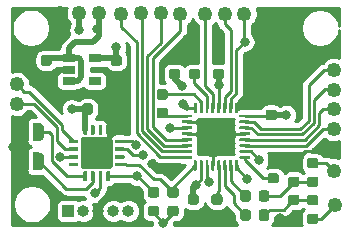
<source format=gbr>
G04 #@! TF.GenerationSoftware,KiCad,Pcbnew,(5.1.4)-1*
G04 #@! TF.CreationDate,2019-11-10T16:51:08-05:00*
G04 #@! TF.ProjectId,UniAmp,556e6941-6d70-42e6-9b69-6361645f7063,rev?*
G04 #@! TF.SameCoordinates,Original*
G04 #@! TF.FileFunction,Copper,L1,Top*
G04 #@! TF.FilePolarity,Positive*
%FSLAX46Y46*%
G04 Gerber Fmt 4.6, Leading zero omitted, Abs format (unit mm)*
G04 Created by KiCad (PCBNEW (5.1.4)-1) date 2019-11-10 16:51:08*
%MOMM*%
%LPD*%
G04 APERTURE LIST*
%ADD10C,0.100000*%
%ADD11C,0.875000*%
%ADD12C,0.500000*%
%ADD13R,1.000000X1.000000*%
%ADD14O,1.000000X1.000000*%
%ADD15C,1.250000*%
%ADD16C,2.700000*%
%ADD17C,0.300000*%
%ADD18C,3.100000*%
%ADD19C,0.250000*%
%ADD20R,1.060000X0.650000*%
%ADD21C,0.800000*%
%ADD22C,0.250000*%
%ADD23C,0.500000*%
%ADD24C,0.254000*%
G04 APERTURE END LIST*
D10*
G36*
X126587691Y-63926053D02*
G01*
X126608926Y-63929203D01*
X126629750Y-63934419D01*
X126649962Y-63941651D01*
X126669368Y-63950830D01*
X126687781Y-63961866D01*
X126705024Y-63974654D01*
X126720930Y-63989070D01*
X126735346Y-64004976D01*
X126748134Y-64022219D01*
X126759170Y-64040632D01*
X126768349Y-64060038D01*
X126775581Y-64080250D01*
X126780797Y-64101074D01*
X126783947Y-64122309D01*
X126785000Y-64143750D01*
X126785000Y-64581250D01*
X126783947Y-64602691D01*
X126780797Y-64623926D01*
X126775581Y-64644750D01*
X126768349Y-64664962D01*
X126759170Y-64684368D01*
X126748134Y-64702781D01*
X126735346Y-64720024D01*
X126720930Y-64735930D01*
X126705024Y-64750346D01*
X126687781Y-64763134D01*
X126669368Y-64774170D01*
X126649962Y-64783349D01*
X126629750Y-64790581D01*
X126608926Y-64795797D01*
X126587691Y-64798947D01*
X126566250Y-64800000D01*
X126053750Y-64800000D01*
X126032309Y-64798947D01*
X126011074Y-64795797D01*
X125990250Y-64790581D01*
X125970038Y-64783349D01*
X125950632Y-64774170D01*
X125932219Y-64763134D01*
X125914976Y-64750346D01*
X125899070Y-64735930D01*
X125884654Y-64720024D01*
X125871866Y-64702781D01*
X125860830Y-64684368D01*
X125851651Y-64664962D01*
X125844419Y-64644750D01*
X125839203Y-64623926D01*
X125836053Y-64602691D01*
X125835000Y-64581250D01*
X125835000Y-64143750D01*
X125836053Y-64122309D01*
X125839203Y-64101074D01*
X125844419Y-64080250D01*
X125851651Y-64060038D01*
X125860830Y-64040632D01*
X125871866Y-64022219D01*
X125884654Y-64004976D01*
X125899070Y-63989070D01*
X125914976Y-63974654D01*
X125932219Y-63961866D01*
X125950632Y-63950830D01*
X125970038Y-63941651D01*
X125990250Y-63934419D01*
X126011074Y-63929203D01*
X126032309Y-63926053D01*
X126053750Y-63925000D01*
X126566250Y-63925000D01*
X126587691Y-63926053D01*
X126587691Y-63926053D01*
G37*
D11*
X126310000Y-64362500D03*
D10*
G36*
X126587691Y-65501053D02*
G01*
X126608926Y-65504203D01*
X126629750Y-65509419D01*
X126649962Y-65516651D01*
X126669368Y-65525830D01*
X126687781Y-65536866D01*
X126705024Y-65549654D01*
X126720930Y-65564070D01*
X126735346Y-65579976D01*
X126748134Y-65597219D01*
X126759170Y-65615632D01*
X126768349Y-65635038D01*
X126775581Y-65655250D01*
X126780797Y-65676074D01*
X126783947Y-65697309D01*
X126785000Y-65718750D01*
X126785000Y-66156250D01*
X126783947Y-66177691D01*
X126780797Y-66198926D01*
X126775581Y-66219750D01*
X126768349Y-66239962D01*
X126759170Y-66259368D01*
X126748134Y-66277781D01*
X126735346Y-66295024D01*
X126720930Y-66310930D01*
X126705024Y-66325346D01*
X126687781Y-66338134D01*
X126669368Y-66349170D01*
X126649962Y-66358349D01*
X126629750Y-66365581D01*
X126608926Y-66370797D01*
X126587691Y-66373947D01*
X126566250Y-66375000D01*
X126053750Y-66375000D01*
X126032309Y-66373947D01*
X126011074Y-66370797D01*
X125990250Y-66365581D01*
X125970038Y-66358349D01*
X125950632Y-66349170D01*
X125932219Y-66338134D01*
X125914976Y-66325346D01*
X125899070Y-66310930D01*
X125884654Y-66295024D01*
X125871866Y-66277781D01*
X125860830Y-66259368D01*
X125851651Y-66239962D01*
X125844419Y-66219750D01*
X125839203Y-66198926D01*
X125836053Y-66177691D01*
X125835000Y-66156250D01*
X125835000Y-65718750D01*
X125836053Y-65697309D01*
X125839203Y-65676074D01*
X125844419Y-65655250D01*
X125851651Y-65635038D01*
X125860830Y-65615632D01*
X125871866Y-65597219D01*
X125884654Y-65579976D01*
X125899070Y-65564070D01*
X125914976Y-65549654D01*
X125932219Y-65536866D01*
X125950632Y-65525830D01*
X125970038Y-65516651D01*
X125990250Y-65509419D01*
X126011074Y-65504203D01*
X126032309Y-65501053D01*
X126053750Y-65500000D01*
X126566250Y-65500000D01*
X126587691Y-65501053D01*
X126587691Y-65501053D01*
G37*
D11*
X126310000Y-65937500D03*
D10*
G36*
X121807691Y-65126053D02*
G01*
X121828926Y-65129203D01*
X121849750Y-65134419D01*
X121869962Y-65141651D01*
X121889368Y-65150830D01*
X121907781Y-65161866D01*
X121925024Y-65174654D01*
X121940930Y-65189070D01*
X121955346Y-65204976D01*
X121968134Y-65222219D01*
X121979170Y-65240632D01*
X121988349Y-65260038D01*
X121995581Y-65280250D01*
X122000797Y-65301074D01*
X122003947Y-65322309D01*
X122005000Y-65343750D01*
X122005000Y-65856250D01*
X122003947Y-65877691D01*
X122000797Y-65898926D01*
X121995581Y-65919750D01*
X121988349Y-65939962D01*
X121979170Y-65959368D01*
X121968134Y-65977781D01*
X121955346Y-65995024D01*
X121940930Y-66010930D01*
X121925024Y-66025346D01*
X121907781Y-66038134D01*
X121889368Y-66049170D01*
X121869962Y-66058349D01*
X121849750Y-66065581D01*
X121828926Y-66070797D01*
X121807691Y-66073947D01*
X121786250Y-66075000D01*
X121348750Y-66075000D01*
X121327309Y-66073947D01*
X121306074Y-66070797D01*
X121285250Y-66065581D01*
X121265038Y-66058349D01*
X121245632Y-66049170D01*
X121227219Y-66038134D01*
X121209976Y-66025346D01*
X121194070Y-66010930D01*
X121179654Y-65995024D01*
X121166866Y-65977781D01*
X121155830Y-65959368D01*
X121146651Y-65939962D01*
X121139419Y-65919750D01*
X121134203Y-65898926D01*
X121131053Y-65877691D01*
X121130000Y-65856250D01*
X121130000Y-65343750D01*
X121131053Y-65322309D01*
X121134203Y-65301074D01*
X121139419Y-65280250D01*
X121146651Y-65260038D01*
X121155830Y-65240632D01*
X121166866Y-65222219D01*
X121179654Y-65204976D01*
X121194070Y-65189070D01*
X121209976Y-65174654D01*
X121227219Y-65161866D01*
X121245632Y-65150830D01*
X121265038Y-65141651D01*
X121285250Y-65134419D01*
X121306074Y-65129203D01*
X121327309Y-65126053D01*
X121348750Y-65125000D01*
X121786250Y-65125000D01*
X121807691Y-65126053D01*
X121807691Y-65126053D01*
G37*
D11*
X121567500Y-65600000D03*
D10*
G36*
X120232691Y-65126053D02*
G01*
X120253926Y-65129203D01*
X120274750Y-65134419D01*
X120294962Y-65141651D01*
X120314368Y-65150830D01*
X120332781Y-65161866D01*
X120350024Y-65174654D01*
X120365930Y-65189070D01*
X120380346Y-65204976D01*
X120393134Y-65222219D01*
X120404170Y-65240632D01*
X120413349Y-65260038D01*
X120420581Y-65280250D01*
X120425797Y-65301074D01*
X120428947Y-65322309D01*
X120430000Y-65343750D01*
X120430000Y-65856250D01*
X120428947Y-65877691D01*
X120425797Y-65898926D01*
X120420581Y-65919750D01*
X120413349Y-65939962D01*
X120404170Y-65959368D01*
X120393134Y-65977781D01*
X120380346Y-65995024D01*
X120365930Y-66010930D01*
X120350024Y-66025346D01*
X120332781Y-66038134D01*
X120314368Y-66049170D01*
X120294962Y-66058349D01*
X120274750Y-66065581D01*
X120253926Y-66070797D01*
X120232691Y-66073947D01*
X120211250Y-66075000D01*
X119773750Y-66075000D01*
X119752309Y-66073947D01*
X119731074Y-66070797D01*
X119710250Y-66065581D01*
X119690038Y-66058349D01*
X119670632Y-66049170D01*
X119652219Y-66038134D01*
X119634976Y-66025346D01*
X119619070Y-66010930D01*
X119604654Y-65995024D01*
X119591866Y-65977781D01*
X119580830Y-65959368D01*
X119571651Y-65939962D01*
X119564419Y-65919750D01*
X119559203Y-65898926D01*
X119556053Y-65877691D01*
X119555000Y-65856250D01*
X119555000Y-65343750D01*
X119556053Y-65322309D01*
X119559203Y-65301074D01*
X119564419Y-65280250D01*
X119571651Y-65260038D01*
X119580830Y-65240632D01*
X119591866Y-65222219D01*
X119604654Y-65204976D01*
X119619070Y-65189070D01*
X119634976Y-65174654D01*
X119652219Y-65161866D01*
X119670632Y-65150830D01*
X119690038Y-65141651D01*
X119710250Y-65134419D01*
X119731074Y-65129203D01*
X119752309Y-65126053D01*
X119773750Y-65125000D01*
X120211250Y-65125000D01*
X120232691Y-65126053D01*
X120232691Y-65126053D01*
G37*
D11*
X119992500Y-65600000D03*
D10*
G36*
X127627691Y-62198553D02*
G01*
X127648926Y-62201703D01*
X127669750Y-62206919D01*
X127689962Y-62214151D01*
X127709368Y-62223330D01*
X127727781Y-62234366D01*
X127745024Y-62247154D01*
X127760930Y-62261570D01*
X127775346Y-62277476D01*
X127788134Y-62294719D01*
X127799170Y-62313132D01*
X127808349Y-62332538D01*
X127815581Y-62352750D01*
X127820797Y-62373574D01*
X127823947Y-62394809D01*
X127825000Y-62416250D01*
X127825000Y-62853750D01*
X127823947Y-62875191D01*
X127820797Y-62896426D01*
X127815581Y-62917250D01*
X127808349Y-62937462D01*
X127799170Y-62956868D01*
X127788134Y-62975281D01*
X127775346Y-62992524D01*
X127760930Y-63008430D01*
X127745024Y-63022846D01*
X127727781Y-63035634D01*
X127709368Y-63046670D01*
X127689962Y-63055849D01*
X127669750Y-63063081D01*
X127648926Y-63068297D01*
X127627691Y-63071447D01*
X127606250Y-63072500D01*
X127093750Y-63072500D01*
X127072309Y-63071447D01*
X127051074Y-63068297D01*
X127030250Y-63063081D01*
X127010038Y-63055849D01*
X126990632Y-63046670D01*
X126972219Y-63035634D01*
X126954976Y-63022846D01*
X126939070Y-63008430D01*
X126924654Y-62992524D01*
X126911866Y-62975281D01*
X126900830Y-62956868D01*
X126891651Y-62937462D01*
X126884419Y-62917250D01*
X126879203Y-62896426D01*
X126876053Y-62875191D01*
X126875000Y-62853750D01*
X126875000Y-62416250D01*
X126876053Y-62394809D01*
X126879203Y-62373574D01*
X126884419Y-62352750D01*
X126891651Y-62332538D01*
X126900830Y-62313132D01*
X126911866Y-62294719D01*
X126924654Y-62277476D01*
X126939070Y-62261570D01*
X126954976Y-62247154D01*
X126972219Y-62234366D01*
X126990632Y-62223330D01*
X127010038Y-62214151D01*
X127030250Y-62206919D01*
X127051074Y-62201703D01*
X127072309Y-62198553D01*
X127093750Y-62197500D01*
X127606250Y-62197500D01*
X127627691Y-62198553D01*
X127627691Y-62198553D01*
G37*
D11*
X127350000Y-62635000D03*
D10*
G36*
X127627691Y-60623553D02*
G01*
X127648926Y-60626703D01*
X127669750Y-60631919D01*
X127689962Y-60639151D01*
X127709368Y-60648330D01*
X127727781Y-60659366D01*
X127745024Y-60672154D01*
X127760930Y-60686570D01*
X127775346Y-60702476D01*
X127788134Y-60719719D01*
X127799170Y-60738132D01*
X127808349Y-60757538D01*
X127815581Y-60777750D01*
X127820797Y-60798574D01*
X127823947Y-60819809D01*
X127825000Y-60841250D01*
X127825000Y-61278750D01*
X127823947Y-61300191D01*
X127820797Y-61321426D01*
X127815581Y-61342250D01*
X127808349Y-61362462D01*
X127799170Y-61381868D01*
X127788134Y-61400281D01*
X127775346Y-61417524D01*
X127760930Y-61433430D01*
X127745024Y-61447846D01*
X127727781Y-61460634D01*
X127709368Y-61471670D01*
X127689962Y-61480849D01*
X127669750Y-61488081D01*
X127648926Y-61493297D01*
X127627691Y-61496447D01*
X127606250Y-61497500D01*
X127093750Y-61497500D01*
X127072309Y-61496447D01*
X127051074Y-61493297D01*
X127030250Y-61488081D01*
X127010038Y-61480849D01*
X126990632Y-61471670D01*
X126972219Y-61460634D01*
X126954976Y-61447846D01*
X126939070Y-61433430D01*
X126924654Y-61417524D01*
X126911866Y-61400281D01*
X126900830Y-61381868D01*
X126891651Y-61362462D01*
X126884419Y-61342250D01*
X126879203Y-61321426D01*
X126876053Y-61300191D01*
X126875000Y-61278750D01*
X126875000Y-60841250D01*
X126876053Y-60819809D01*
X126879203Y-60798574D01*
X126884419Y-60777750D01*
X126891651Y-60757538D01*
X126900830Y-60738132D01*
X126911866Y-60719719D01*
X126924654Y-60702476D01*
X126939070Y-60686570D01*
X126954976Y-60672154D01*
X126972219Y-60659366D01*
X126990632Y-60648330D01*
X127010038Y-60639151D01*
X127030250Y-60631919D01*
X127051074Y-60626703D01*
X127072309Y-60623553D01*
X127093750Y-60622500D01*
X127606250Y-60622500D01*
X127627691Y-60623553D01*
X127627691Y-60623553D01*
G37*
D11*
X127350000Y-61060000D03*
D10*
G36*
X129227691Y-72813553D02*
G01*
X129248926Y-72816703D01*
X129269750Y-72821919D01*
X129289962Y-72829151D01*
X129309368Y-72838330D01*
X129327781Y-72849366D01*
X129345024Y-72862154D01*
X129360930Y-72876570D01*
X129375346Y-72892476D01*
X129388134Y-72909719D01*
X129399170Y-72928132D01*
X129408349Y-72947538D01*
X129415581Y-72967750D01*
X129420797Y-72988574D01*
X129423947Y-73009809D01*
X129425000Y-73031250D01*
X129425000Y-73468750D01*
X129423947Y-73490191D01*
X129420797Y-73511426D01*
X129415581Y-73532250D01*
X129408349Y-73552462D01*
X129399170Y-73571868D01*
X129388134Y-73590281D01*
X129375346Y-73607524D01*
X129360930Y-73623430D01*
X129345024Y-73637846D01*
X129327781Y-73650634D01*
X129309368Y-73661670D01*
X129289962Y-73670849D01*
X129269750Y-73678081D01*
X129248926Y-73683297D01*
X129227691Y-73686447D01*
X129206250Y-73687500D01*
X128693750Y-73687500D01*
X128672309Y-73686447D01*
X128651074Y-73683297D01*
X128630250Y-73678081D01*
X128610038Y-73670849D01*
X128590632Y-73661670D01*
X128572219Y-73650634D01*
X128554976Y-73637846D01*
X128539070Y-73623430D01*
X128524654Y-73607524D01*
X128511866Y-73590281D01*
X128500830Y-73571868D01*
X128491651Y-73552462D01*
X128484419Y-73532250D01*
X128479203Y-73511426D01*
X128476053Y-73490191D01*
X128475000Y-73468750D01*
X128475000Y-73031250D01*
X128476053Y-73009809D01*
X128479203Y-72988574D01*
X128484419Y-72967750D01*
X128491651Y-72947538D01*
X128500830Y-72928132D01*
X128511866Y-72909719D01*
X128524654Y-72892476D01*
X128539070Y-72876570D01*
X128554976Y-72862154D01*
X128572219Y-72849366D01*
X128590632Y-72838330D01*
X128610038Y-72829151D01*
X128630250Y-72821919D01*
X128651074Y-72816703D01*
X128672309Y-72813553D01*
X128693750Y-72812500D01*
X129206250Y-72812500D01*
X129227691Y-72813553D01*
X129227691Y-72813553D01*
G37*
D11*
X128950000Y-73250000D03*
D10*
G36*
X129227691Y-74388553D02*
G01*
X129248926Y-74391703D01*
X129269750Y-74396919D01*
X129289962Y-74404151D01*
X129309368Y-74413330D01*
X129327781Y-74424366D01*
X129345024Y-74437154D01*
X129360930Y-74451570D01*
X129375346Y-74467476D01*
X129388134Y-74484719D01*
X129399170Y-74503132D01*
X129408349Y-74522538D01*
X129415581Y-74542750D01*
X129420797Y-74563574D01*
X129423947Y-74584809D01*
X129425000Y-74606250D01*
X129425000Y-75043750D01*
X129423947Y-75065191D01*
X129420797Y-75086426D01*
X129415581Y-75107250D01*
X129408349Y-75127462D01*
X129399170Y-75146868D01*
X129388134Y-75165281D01*
X129375346Y-75182524D01*
X129360930Y-75198430D01*
X129345024Y-75212846D01*
X129327781Y-75225634D01*
X129309368Y-75236670D01*
X129289962Y-75245849D01*
X129269750Y-75253081D01*
X129248926Y-75258297D01*
X129227691Y-75261447D01*
X129206250Y-75262500D01*
X128693750Y-75262500D01*
X128672309Y-75261447D01*
X128651074Y-75258297D01*
X128630250Y-75253081D01*
X128610038Y-75245849D01*
X128590632Y-75236670D01*
X128572219Y-75225634D01*
X128554976Y-75212846D01*
X128539070Y-75198430D01*
X128524654Y-75182524D01*
X128511866Y-75165281D01*
X128500830Y-75146868D01*
X128491651Y-75127462D01*
X128484419Y-75107250D01*
X128479203Y-75086426D01*
X128476053Y-75065191D01*
X128475000Y-75043750D01*
X128475000Y-74606250D01*
X128476053Y-74584809D01*
X128479203Y-74563574D01*
X128484419Y-74542750D01*
X128491651Y-74522538D01*
X128500830Y-74503132D01*
X128511866Y-74484719D01*
X128524654Y-74467476D01*
X128539070Y-74451570D01*
X128554976Y-74437154D01*
X128572219Y-74424366D01*
X128590632Y-74413330D01*
X128610038Y-74404151D01*
X128630250Y-74396919D01*
X128651074Y-74391703D01*
X128672309Y-74388553D01*
X128693750Y-74387500D01*
X129206250Y-74387500D01*
X129227691Y-74388553D01*
X129227691Y-74388553D01*
G37*
D11*
X128950000Y-74825000D03*
D10*
G36*
X129327691Y-62198553D02*
G01*
X129348926Y-62201703D01*
X129369750Y-62206919D01*
X129389962Y-62214151D01*
X129409368Y-62223330D01*
X129427781Y-62234366D01*
X129445024Y-62247154D01*
X129460930Y-62261570D01*
X129475346Y-62277476D01*
X129488134Y-62294719D01*
X129499170Y-62313132D01*
X129508349Y-62332538D01*
X129515581Y-62352750D01*
X129520797Y-62373574D01*
X129523947Y-62394809D01*
X129525000Y-62416250D01*
X129525000Y-62853750D01*
X129523947Y-62875191D01*
X129520797Y-62896426D01*
X129515581Y-62917250D01*
X129508349Y-62937462D01*
X129499170Y-62956868D01*
X129488134Y-62975281D01*
X129475346Y-62992524D01*
X129460930Y-63008430D01*
X129445024Y-63022846D01*
X129427781Y-63035634D01*
X129409368Y-63046670D01*
X129389962Y-63055849D01*
X129369750Y-63063081D01*
X129348926Y-63068297D01*
X129327691Y-63071447D01*
X129306250Y-63072500D01*
X128793750Y-63072500D01*
X128772309Y-63071447D01*
X128751074Y-63068297D01*
X128730250Y-63063081D01*
X128710038Y-63055849D01*
X128690632Y-63046670D01*
X128672219Y-63035634D01*
X128654976Y-63022846D01*
X128639070Y-63008430D01*
X128624654Y-62992524D01*
X128611866Y-62975281D01*
X128600830Y-62956868D01*
X128591651Y-62937462D01*
X128584419Y-62917250D01*
X128579203Y-62896426D01*
X128576053Y-62875191D01*
X128575000Y-62853750D01*
X128575000Y-62416250D01*
X128576053Y-62394809D01*
X128579203Y-62373574D01*
X128584419Y-62352750D01*
X128591651Y-62332538D01*
X128600830Y-62313132D01*
X128611866Y-62294719D01*
X128624654Y-62277476D01*
X128639070Y-62261570D01*
X128654976Y-62247154D01*
X128672219Y-62234366D01*
X128690632Y-62223330D01*
X128710038Y-62214151D01*
X128730250Y-62206919D01*
X128751074Y-62201703D01*
X128772309Y-62198553D01*
X128793750Y-62197500D01*
X129306250Y-62197500D01*
X129327691Y-62198553D01*
X129327691Y-62198553D01*
G37*
D11*
X129050000Y-62635000D03*
D10*
G36*
X129327691Y-60623553D02*
G01*
X129348926Y-60626703D01*
X129369750Y-60631919D01*
X129389962Y-60639151D01*
X129409368Y-60648330D01*
X129427781Y-60659366D01*
X129445024Y-60672154D01*
X129460930Y-60686570D01*
X129475346Y-60702476D01*
X129488134Y-60719719D01*
X129499170Y-60738132D01*
X129508349Y-60757538D01*
X129515581Y-60777750D01*
X129520797Y-60798574D01*
X129523947Y-60819809D01*
X129525000Y-60841250D01*
X129525000Y-61278750D01*
X129523947Y-61300191D01*
X129520797Y-61321426D01*
X129515581Y-61342250D01*
X129508349Y-61362462D01*
X129499170Y-61381868D01*
X129488134Y-61400281D01*
X129475346Y-61417524D01*
X129460930Y-61433430D01*
X129445024Y-61447846D01*
X129427781Y-61460634D01*
X129409368Y-61471670D01*
X129389962Y-61480849D01*
X129369750Y-61488081D01*
X129348926Y-61493297D01*
X129327691Y-61496447D01*
X129306250Y-61497500D01*
X128793750Y-61497500D01*
X128772309Y-61496447D01*
X128751074Y-61493297D01*
X128730250Y-61488081D01*
X128710038Y-61480849D01*
X128690632Y-61471670D01*
X128672219Y-61460634D01*
X128654976Y-61447846D01*
X128639070Y-61433430D01*
X128624654Y-61417524D01*
X128611866Y-61400281D01*
X128600830Y-61381868D01*
X128591651Y-61362462D01*
X128584419Y-61342250D01*
X128579203Y-61321426D01*
X128576053Y-61300191D01*
X128575000Y-61278750D01*
X128575000Y-60841250D01*
X128576053Y-60819809D01*
X128579203Y-60798574D01*
X128584419Y-60777750D01*
X128591651Y-60757538D01*
X128600830Y-60738132D01*
X128611866Y-60719719D01*
X128624654Y-60702476D01*
X128639070Y-60686570D01*
X128654976Y-60672154D01*
X128672219Y-60659366D01*
X128690632Y-60648330D01*
X128710038Y-60639151D01*
X128730250Y-60631919D01*
X128751074Y-60626703D01*
X128772309Y-60623553D01*
X128793750Y-60622500D01*
X129306250Y-60622500D01*
X129327691Y-60623553D01*
X129327691Y-60623553D01*
G37*
D11*
X129050000Y-61060000D03*
D10*
G36*
X131367691Y-60623553D02*
G01*
X131388926Y-60626703D01*
X131409750Y-60631919D01*
X131429962Y-60639151D01*
X131449368Y-60648330D01*
X131467781Y-60659366D01*
X131485024Y-60672154D01*
X131500930Y-60686570D01*
X131515346Y-60702476D01*
X131528134Y-60719719D01*
X131539170Y-60738132D01*
X131548349Y-60757538D01*
X131555581Y-60777750D01*
X131560797Y-60798574D01*
X131563947Y-60819809D01*
X131565000Y-60841250D01*
X131565000Y-61278750D01*
X131563947Y-61300191D01*
X131560797Y-61321426D01*
X131555581Y-61342250D01*
X131548349Y-61362462D01*
X131539170Y-61381868D01*
X131528134Y-61400281D01*
X131515346Y-61417524D01*
X131500930Y-61433430D01*
X131485024Y-61447846D01*
X131467781Y-61460634D01*
X131449368Y-61471670D01*
X131429962Y-61480849D01*
X131409750Y-61488081D01*
X131388926Y-61493297D01*
X131367691Y-61496447D01*
X131346250Y-61497500D01*
X130833750Y-61497500D01*
X130812309Y-61496447D01*
X130791074Y-61493297D01*
X130770250Y-61488081D01*
X130750038Y-61480849D01*
X130730632Y-61471670D01*
X130712219Y-61460634D01*
X130694976Y-61447846D01*
X130679070Y-61433430D01*
X130664654Y-61417524D01*
X130651866Y-61400281D01*
X130640830Y-61381868D01*
X130631651Y-61362462D01*
X130624419Y-61342250D01*
X130619203Y-61321426D01*
X130616053Y-61300191D01*
X130615000Y-61278750D01*
X130615000Y-60841250D01*
X130616053Y-60819809D01*
X130619203Y-60798574D01*
X130624419Y-60777750D01*
X130631651Y-60757538D01*
X130640830Y-60738132D01*
X130651866Y-60719719D01*
X130664654Y-60702476D01*
X130679070Y-60686570D01*
X130694976Y-60672154D01*
X130712219Y-60659366D01*
X130730632Y-60648330D01*
X130750038Y-60639151D01*
X130770250Y-60631919D01*
X130791074Y-60626703D01*
X130812309Y-60623553D01*
X130833750Y-60622500D01*
X131346250Y-60622500D01*
X131367691Y-60623553D01*
X131367691Y-60623553D01*
G37*
D11*
X131090000Y-61060000D03*
D10*
G36*
X131367691Y-62198553D02*
G01*
X131388926Y-62201703D01*
X131409750Y-62206919D01*
X131429962Y-62214151D01*
X131449368Y-62223330D01*
X131467781Y-62234366D01*
X131485024Y-62247154D01*
X131500930Y-62261570D01*
X131515346Y-62277476D01*
X131528134Y-62294719D01*
X131539170Y-62313132D01*
X131548349Y-62332538D01*
X131555581Y-62352750D01*
X131560797Y-62373574D01*
X131563947Y-62394809D01*
X131565000Y-62416250D01*
X131565000Y-62853750D01*
X131563947Y-62875191D01*
X131560797Y-62896426D01*
X131555581Y-62917250D01*
X131548349Y-62937462D01*
X131539170Y-62956868D01*
X131528134Y-62975281D01*
X131515346Y-62992524D01*
X131500930Y-63008430D01*
X131485024Y-63022846D01*
X131467781Y-63035634D01*
X131449368Y-63046670D01*
X131429962Y-63055849D01*
X131409750Y-63063081D01*
X131388926Y-63068297D01*
X131367691Y-63071447D01*
X131346250Y-63072500D01*
X130833750Y-63072500D01*
X130812309Y-63071447D01*
X130791074Y-63068297D01*
X130770250Y-63063081D01*
X130750038Y-63055849D01*
X130730632Y-63046670D01*
X130712219Y-63035634D01*
X130694976Y-63022846D01*
X130679070Y-63008430D01*
X130664654Y-62992524D01*
X130651866Y-62975281D01*
X130640830Y-62956868D01*
X130631651Y-62937462D01*
X130624419Y-62917250D01*
X130619203Y-62896426D01*
X130616053Y-62875191D01*
X130615000Y-62853750D01*
X130615000Y-62416250D01*
X130616053Y-62394809D01*
X130619203Y-62373574D01*
X130624419Y-62352750D01*
X130631651Y-62332538D01*
X130640830Y-62313132D01*
X130651866Y-62294719D01*
X130664654Y-62277476D01*
X130679070Y-62261570D01*
X130694976Y-62247154D01*
X130712219Y-62234366D01*
X130730632Y-62223330D01*
X130750038Y-62214151D01*
X130770250Y-62206919D01*
X130791074Y-62201703D01*
X130812309Y-62198553D01*
X130833750Y-62197500D01*
X131346250Y-62197500D01*
X131367691Y-62198553D01*
X131367691Y-62198553D01*
G37*
D11*
X131090000Y-62635000D03*
D10*
G36*
X131227691Y-74388553D02*
G01*
X131248926Y-74391703D01*
X131269750Y-74396919D01*
X131289962Y-74404151D01*
X131309368Y-74413330D01*
X131327781Y-74424366D01*
X131345024Y-74437154D01*
X131360930Y-74451570D01*
X131375346Y-74467476D01*
X131388134Y-74484719D01*
X131399170Y-74503132D01*
X131408349Y-74522538D01*
X131415581Y-74542750D01*
X131420797Y-74563574D01*
X131423947Y-74584809D01*
X131425000Y-74606250D01*
X131425000Y-75043750D01*
X131423947Y-75065191D01*
X131420797Y-75086426D01*
X131415581Y-75107250D01*
X131408349Y-75127462D01*
X131399170Y-75146868D01*
X131388134Y-75165281D01*
X131375346Y-75182524D01*
X131360930Y-75198430D01*
X131345024Y-75212846D01*
X131327781Y-75225634D01*
X131309368Y-75236670D01*
X131289962Y-75245849D01*
X131269750Y-75253081D01*
X131248926Y-75258297D01*
X131227691Y-75261447D01*
X131206250Y-75262500D01*
X130693750Y-75262500D01*
X130672309Y-75261447D01*
X130651074Y-75258297D01*
X130630250Y-75253081D01*
X130610038Y-75245849D01*
X130590632Y-75236670D01*
X130572219Y-75225634D01*
X130554976Y-75212846D01*
X130539070Y-75198430D01*
X130524654Y-75182524D01*
X130511866Y-75165281D01*
X130500830Y-75146868D01*
X130491651Y-75127462D01*
X130484419Y-75107250D01*
X130479203Y-75086426D01*
X130476053Y-75065191D01*
X130475000Y-75043750D01*
X130475000Y-74606250D01*
X130476053Y-74584809D01*
X130479203Y-74563574D01*
X130484419Y-74542750D01*
X130491651Y-74522538D01*
X130500830Y-74503132D01*
X130511866Y-74484719D01*
X130524654Y-74467476D01*
X130539070Y-74451570D01*
X130554976Y-74437154D01*
X130572219Y-74424366D01*
X130590632Y-74413330D01*
X130610038Y-74404151D01*
X130630250Y-74396919D01*
X130651074Y-74391703D01*
X130672309Y-74388553D01*
X130693750Y-74387500D01*
X131206250Y-74387500D01*
X131227691Y-74388553D01*
X131227691Y-74388553D01*
G37*
D11*
X130950000Y-74825000D03*
D10*
G36*
X131227691Y-72813553D02*
G01*
X131248926Y-72816703D01*
X131269750Y-72821919D01*
X131289962Y-72829151D01*
X131309368Y-72838330D01*
X131327781Y-72849366D01*
X131345024Y-72862154D01*
X131360930Y-72876570D01*
X131375346Y-72892476D01*
X131388134Y-72909719D01*
X131399170Y-72928132D01*
X131408349Y-72947538D01*
X131415581Y-72967750D01*
X131420797Y-72988574D01*
X131423947Y-73009809D01*
X131425000Y-73031250D01*
X131425000Y-73468750D01*
X131423947Y-73490191D01*
X131420797Y-73511426D01*
X131415581Y-73532250D01*
X131408349Y-73552462D01*
X131399170Y-73571868D01*
X131388134Y-73590281D01*
X131375346Y-73607524D01*
X131360930Y-73623430D01*
X131345024Y-73637846D01*
X131327781Y-73650634D01*
X131309368Y-73661670D01*
X131289962Y-73670849D01*
X131269750Y-73678081D01*
X131248926Y-73683297D01*
X131227691Y-73686447D01*
X131206250Y-73687500D01*
X130693750Y-73687500D01*
X130672309Y-73686447D01*
X130651074Y-73683297D01*
X130630250Y-73678081D01*
X130610038Y-73670849D01*
X130590632Y-73661670D01*
X130572219Y-73650634D01*
X130554976Y-73637846D01*
X130539070Y-73623430D01*
X130524654Y-73607524D01*
X130511866Y-73590281D01*
X130500830Y-73571868D01*
X130491651Y-73552462D01*
X130484419Y-73532250D01*
X130479203Y-73511426D01*
X130476053Y-73490191D01*
X130475000Y-73468750D01*
X130475000Y-73031250D01*
X130476053Y-73009809D01*
X130479203Y-72988574D01*
X130484419Y-72967750D01*
X130491651Y-72947538D01*
X130500830Y-72928132D01*
X130511866Y-72909719D01*
X130524654Y-72892476D01*
X130539070Y-72876570D01*
X130554976Y-72862154D01*
X130572219Y-72849366D01*
X130590632Y-72838330D01*
X130610038Y-72829151D01*
X130630250Y-72821919D01*
X130651074Y-72816703D01*
X130672309Y-72813553D01*
X130693750Y-72812500D01*
X131206250Y-72812500D01*
X131227691Y-72813553D01*
X131227691Y-72813553D01*
G37*
D11*
X130950000Y-73250000D03*
D10*
G36*
X135817691Y-64078553D02*
G01*
X135838926Y-64081703D01*
X135859750Y-64086919D01*
X135879962Y-64094151D01*
X135899368Y-64103330D01*
X135917781Y-64114366D01*
X135935024Y-64127154D01*
X135950930Y-64141570D01*
X135965346Y-64157476D01*
X135978134Y-64174719D01*
X135989170Y-64193132D01*
X135998349Y-64212538D01*
X136005581Y-64232750D01*
X136010797Y-64253574D01*
X136013947Y-64274809D01*
X136015000Y-64296250D01*
X136015000Y-64733750D01*
X136013947Y-64755191D01*
X136010797Y-64776426D01*
X136005581Y-64797250D01*
X135998349Y-64817462D01*
X135989170Y-64836868D01*
X135978134Y-64855281D01*
X135965346Y-64872524D01*
X135950930Y-64888430D01*
X135935024Y-64902846D01*
X135917781Y-64915634D01*
X135899368Y-64926670D01*
X135879962Y-64935849D01*
X135859750Y-64943081D01*
X135838926Y-64948297D01*
X135817691Y-64951447D01*
X135796250Y-64952500D01*
X135283750Y-64952500D01*
X135262309Y-64951447D01*
X135241074Y-64948297D01*
X135220250Y-64943081D01*
X135200038Y-64935849D01*
X135180632Y-64926670D01*
X135162219Y-64915634D01*
X135144976Y-64902846D01*
X135129070Y-64888430D01*
X135114654Y-64872524D01*
X135101866Y-64855281D01*
X135090830Y-64836868D01*
X135081651Y-64817462D01*
X135074419Y-64797250D01*
X135069203Y-64776426D01*
X135066053Y-64755191D01*
X135065000Y-64733750D01*
X135065000Y-64296250D01*
X135066053Y-64274809D01*
X135069203Y-64253574D01*
X135074419Y-64232750D01*
X135081651Y-64212538D01*
X135090830Y-64193132D01*
X135101866Y-64174719D01*
X135114654Y-64157476D01*
X135129070Y-64141570D01*
X135144976Y-64127154D01*
X135162219Y-64114366D01*
X135180632Y-64103330D01*
X135200038Y-64094151D01*
X135220250Y-64086919D01*
X135241074Y-64081703D01*
X135262309Y-64078553D01*
X135283750Y-64077500D01*
X135796250Y-64077500D01*
X135817691Y-64078553D01*
X135817691Y-64078553D01*
G37*
D11*
X135540000Y-64515000D03*
D10*
G36*
X135817691Y-65653553D02*
G01*
X135838926Y-65656703D01*
X135859750Y-65661919D01*
X135879962Y-65669151D01*
X135899368Y-65678330D01*
X135917781Y-65689366D01*
X135935024Y-65702154D01*
X135950930Y-65716570D01*
X135965346Y-65732476D01*
X135978134Y-65749719D01*
X135989170Y-65768132D01*
X135998349Y-65787538D01*
X136005581Y-65807750D01*
X136010797Y-65828574D01*
X136013947Y-65849809D01*
X136015000Y-65871250D01*
X136015000Y-66308750D01*
X136013947Y-66330191D01*
X136010797Y-66351426D01*
X136005581Y-66372250D01*
X135998349Y-66392462D01*
X135989170Y-66411868D01*
X135978134Y-66430281D01*
X135965346Y-66447524D01*
X135950930Y-66463430D01*
X135935024Y-66477846D01*
X135917781Y-66490634D01*
X135899368Y-66501670D01*
X135879962Y-66510849D01*
X135859750Y-66518081D01*
X135838926Y-66523297D01*
X135817691Y-66526447D01*
X135796250Y-66527500D01*
X135283750Y-66527500D01*
X135262309Y-66526447D01*
X135241074Y-66523297D01*
X135220250Y-66518081D01*
X135200038Y-66510849D01*
X135180632Y-66501670D01*
X135162219Y-66490634D01*
X135144976Y-66477846D01*
X135129070Y-66463430D01*
X135114654Y-66447524D01*
X135101866Y-66430281D01*
X135090830Y-66411868D01*
X135081651Y-66392462D01*
X135074419Y-66372250D01*
X135069203Y-66351426D01*
X135066053Y-66330191D01*
X135065000Y-66308750D01*
X135065000Y-65871250D01*
X135066053Y-65849809D01*
X135069203Y-65828574D01*
X135074419Y-65807750D01*
X135081651Y-65787538D01*
X135090830Y-65768132D01*
X135101866Y-65749719D01*
X135114654Y-65732476D01*
X135129070Y-65716570D01*
X135144976Y-65702154D01*
X135162219Y-65689366D01*
X135180632Y-65678330D01*
X135200038Y-65669151D01*
X135220250Y-65661919D01*
X135241074Y-65656703D01*
X135262309Y-65653553D01*
X135283750Y-65652500D01*
X135796250Y-65652500D01*
X135817691Y-65653553D01*
X135817691Y-65653553D01*
G37*
D11*
X135540000Y-66090000D03*
D10*
G36*
X135987691Y-71028553D02*
G01*
X136008926Y-71031703D01*
X136029750Y-71036919D01*
X136049962Y-71044151D01*
X136069368Y-71053330D01*
X136087781Y-71064366D01*
X136105024Y-71077154D01*
X136120930Y-71091570D01*
X136135346Y-71107476D01*
X136148134Y-71124719D01*
X136159170Y-71143132D01*
X136168349Y-71162538D01*
X136175581Y-71182750D01*
X136180797Y-71203574D01*
X136183947Y-71224809D01*
X136185000Y-71246250D01*
X136185000Y-71683750D01*
X136183947Y-71705191D01*
X136180797Y-71726426D01*
X136175581Y-71747250D01*
X136168349Y-71767462D01*
X136159170Y-71786868D01*
X136148134Y-71805281D01*
X136135346Y-71822524D01*
X136120930Y-71838430D01*
X136105024Y-71852846D01*
X136087781Y-71865634D01*
X136069368Y-71876670D01*
X136049962Y-71885849D01*
X136029750Y-71893081D01*
X136008926Y-71898297D01*
X135987691Y-71901447D01*
X135966250Y-71902500D01*
X135453750Y-71902500D01*
X135432309Y-71901447D01*
X135411074Y-71898297D01*
X135390250Y-71893081D01*
X135370038Y-71885849D01*
X135350632Y-71876670D01*
X135332219Y-71865634D01*
X135314976Y-71852846D01*
X135299070Y-71838430D01*
X135284654Y-71822524D01*
X135271866Y-71805281D01*
X135260830Y-71786868D01*
X135251651Y-71767462D01*
X135244419Y-71747250D01*
X135239203Y-71726426D01*
X135236053Y-71705191D01*
X135235000Y-71683750D01*
X135235000Y-71246250D01*
X135236053Y-71224809D01*
X135239203Y-71203574D01*
X135244419Y-71182750D01*
X135251651Y-71162538D01*
X135260830Y-71143132D01*
X135271866Y-71124719D01*
X135284654Y-71107476D01*
X135299070Y-71091570D01*
X135314976Y-71077154D01*
X135332219Y-71064366D01*
X135350632Y-71053330D01*
X135370038Y-71044151D01*
X135390250Y-71036919D01*
X135411074Y-71031703D01*
X135432309Y-71028553D01*
X135453750Y-71027500D01*
X135966250Y-71027500D01*
X135987691Y-71028553D01*
X135987691Y-71028553D01*
G37*
D11*
X135710000Y-71465000D03*
D10*
G36*
X135987691Y-69453553D02*
G01*
X136008926Y-69456703D01*
X136029750Y-69461919D01*
X136049962Y-69469151D01*
X136069368Y-69478330D01*
X136087781Y-69489366D01*
X136105024Y-69502154D01*
X136120930Y-69516570D01*
X136135346Y-69532476D01*
X136148134Y-69549719D01*
X136159170Y-69568132D01*
X136168349Y-69587538D01*
X136175581Y-69607750D01*
X136180797Y-69628574D01*
X136183947Y-69649809D01*
X136185000Y-69671250D01*
X136185000Y-70108750D01*
X136183947Y-70130191D01*
X136180797Y-70151426D01*
X136175581Y-70172250D01*
X136168349Y-70192462D01*
X136159170Y-70211868D01*
X136148134Y-70230281D01*
X136135346Y-70247524D01*
X136120930Y-70263430D01*
X136105024Y-70277846D01*
X136087781Y-70290634D01*
X136069368Y-70301670D01*
X136049962Y-70310849D01*
X136029750Y-70318081D01*
X136008926Y-70323297D01*
X135987691Y-70326447D01*
X135966250Y-70327500D01*
X135453750Y-70327500D01*
X135432309Y-70326447D01*
X135411074Y-70323297D01*
X135390250Y-70318081D01*
X135370038Y-70310849D01*
X135350632Y-70301670D01*
X135332219Y-70290634D01*
X135314976Y-70277846D01*
X135299070Y-70263430D01*
X135284654Y-70247524D01*
X135271866Y-70230281D01*
X135260830Y-70211868D01*
X135251651Y-70192462D01*
X135244419Y-70172250D01*
X135239203Y-70151426D01*
X135236053Y-70130191D01*
X135235000Y-70108750D01*
X135235000Y-69671250D01*
X135236053Y-69649809D01*
X135239203Y-69628574D01*
X135244419Y-69607750D01*
X135251651Y-69587538D01*
X135260830Y-69568132D01*
X135271866Y-69549719D01*
X135284654Y-69532476D01*
X135299070Y-69516570D01*
X135314976Y-69502154D01*
X135332219Y-69489366D01*
X135350632Y-69478330D01*
X135370038Y-69469151D01*
X135390250Y-69461919D01*
X135411074Y-69456703D01*
X135432309Y-69453553D01*
X135453750Y-69452500D01*
X135966250Y-69452500D01*
X135987691Y-69453553D01*
X135987691Y-69453553D01*
G37*
D11*
X135710000Y-69890000D03*
D10*
G36*
X133605191Y-72486053D02*
G01*
X133626426Y-72489203D01*
X133647250Y-72494419D01*
X133667462Y-72501651D01*
X133686868Y-72510830D01*
X133705281Y-72521866D01*
X133722524Y-72534654D01*
X133738430Y-72549070D01*
X133752846Y-72564976D01*
X133765634Y-72582219D01*
X133776670Y-72600632D01*
X133785849Y-72620038D01*
X133793081Y-72640250D01*
X133798297Y-72661074D01*
X133801447Y-72682309D01*
X133802500Y-72703750D01*
X133802500Y-73216250D01*
X133801447Y-73237691D01*
X133798297Y-73258926D01*
X133793081Y-73279750D01*
X133785849Y-73299962D01*
X133776670Y-73319368D01*
X133765634Y-73337781D01*
X133752846Y-73355024D01*
X133738430Y-73370930D01*
X133722524Y-73385346D01*
X133705281Y-73398134D01*
X133686868Y-73409170D01*
X133667462Y-73418349D01*
X133647250Y-73425581D01*
X133626426Y-73430797D01*
X133605191Y-73433947D01*
X133583750Y-73435000D01*
X133146250Y-73435000D01*
X133124809Y-73433947D01*
X133103574Y-73430797D01*
X133082750Y-73425581D01*
X133062538Y-73418349D01*
X133043132Y-73409170D01*
X133024719Y-73398134D01*
X133007476Y-73385346D01*
X132991570Y-73370930D01*
X132977154Y-73355024D01*
X132964366Y-73337781D01*
X132953330Y-73319368D01*
X132944151Y-73299962D01*
X132936919Y-73279750D01*
X132931703Y-73258926D01*
X132928553Y-73237691D01*
X132927500Y-73216250D01*
X132927500Y-72703750D01*
X132928553Y-72682309D01*
X132931703Y-72661074D01*
X132936919Y-72640250D01*
X132944151Y-72620038D01*
X132953330Y-72600632D01*
X132964366Y-72582219D01*
X132977154Y-72564976D01*
X132991570Y-72549070D01*
X133007476Y-72534654D01*
X133024719Y-72521866D01*
X133043132Y-72510830D01*
X133062538Y-72501651D01*
X133082750Y-72494419D01*
X133103574Y-72489203D01*
X133124809Y-72486053D01*
X133146250Y-72485000D01*
X133583750Y-72485000D01*
X133605191Y-72486053D01*
X133605191Y-72486053D01*
G37*
D11*
X133365000Y-72960000D03*
D10*
G36*
X135180191Y-72486053D02*
G01*
X135201426Y-72489203D01*
X135222250Y-72494419D01*
X135242462Y-72501651D01*
X135261868Y-72510830D01*
X135280281Y-72521866D01*
X135297524Y-72534654D01*
X135313430Y-72549070D01*
X135327846Y-72564976D01*
X135340634Y-72582219D01*
X135351670Y-72600632D01*
X135360849Y-72620038D01*
X135368081Y-72640250D01*
X135373297Y-72661074D01*
X135376447Y-72682309D01*
X135377500Y-72703750D01*
X135377500Y-73216250D01*
X135376447Y-73237691D01*
X135373297Y-73258926D01*
X135368081Y-73279750D01*
X135360849Y-73299962D01*
X135351670Y-73319368D01*
X135340634Y-73337781D01*
X135327846Y-73355024D01*
X135313430Y-73370930D01*
X135297524Y-73385346D01*
X135280281Y-73398134D01*
X135261868Y-73409170D01*
X135242462Y-73418349D01*
X135222250Y-73425581D01*
X135201426Y-73430797D01*
X135180191Y-73433947D01*
X135158750Y-73435000D01*
X134721250Y-73435000D01*
X134699809Y-73433947D01*
X134678574Y-73430797D01*
X134657750Y-73425581D01*
X134637538Y-73418349D01*
X134618132Y-73409170D01*
X134599719Y-73398134D01*
X134582476Y-73385346D01*
X134566570Y-73370930D01*
X134552154Y-73355024D01*
X134539366Y-73337781D01*
X134528330Y-73319368D01*
X134519151Y-73299962D01*
X134511919Y-73279750D01*
X134506703Y-73258926D01*
X134503553Y-73237691D01*
X134502500Y-73216250D01*
X134502500Y-72703750D01*
X134503553Y-72682309D01*
X134506703Y-72661074D01*
X134511919Y-72640250D01*
X134519151Y-72620038D01*
X134528330Y-72600632D01*
X134539366Y-72582219D01*
X134552154Y-72564976D01*
X134566570Y-72549070D01*
X134582476Y-72534654D01*
X134599719Y-72521866D01*
X134618132Y-72510830D01*
X134637538Y-72501651D01*
X134657750Y-72494419D01*
X134678574Y-72489203D01*
X134699809Y-72486053D01*
X134721250Y-72485000D01*
X135158750Y-72485000D01*
X135180191Y-72486053D01*
X135180191Y-72486053D01*
G37*
D11*
X134940000Y-72960000D03*
D10*
G36*
X135180191Y-74106053D02*
G01*
X135201426Y-74109203D01*
X135222250Y-74114419D01*
X135242462Y-74121651D01*
X135261868Y-74130830D01*
X135280281Y-74141866D01*
X135297524Y-74154654D01*
X135313430Y-74169070D01*
X135327846Y-74184976D01*
X135340634Y-74202219D01*
X135351670Y-74220632D01*
X135360849Y-74240038D01*
X135368081Y-74260250D01*
X135373297Y-74281074D01*
X135376447Y-74302309D01*
X135377500Y-74323750D01*
X135377500Y-74836250D01*
X135376447Y-74857691D01*
X135373297Y-74878926D01*
X135368081Y-74899750D01*
X135360849Y-74919962D01*
X135351670Y-74939368D01*
X135340634Y-74957781D01*
X135327846Y-74975024D01*
X135313430Y-74990930D01*
X135297524Y-75005346D01*
X135280281Y-75018134D01*
X135261868Y-75029170D01*
X135242462Y-75038349D01*
X135222250Y-75045581D01*
X135201426Y-75050797D01*
X135180191Y-75053947D01*
X135158750Y-75055000D01*
X134721250Y-75055000D01*
X134699809Y-75053947D01*
X134678574Y-75050797D01*
X134657750Y-75045581D01*
X134637538Y-75038349D01*
X134618132Y-75029170D01*
X134599719Y-75018134D01*
X134582476Y-75005346D01*
X134566570Y-74990930D01*
X134552154Y-74975024D01*
X134539366Y-74957781D01*
X134528330Y-74939368D01*
X134519151Y-74919962D01*
X134511919Y-74899750D01*
X134506703Y-74878926D01*
X134503553Y-74857691D01*
X134502500Y-74836250D01*
X134502500Y-74323750D01*
X134503553Y-74302309D01*
X134506703Y-74281074D01*
X134511919Y-74260250D01*
X134519151Y-74240038D01*
X134528330Y-74220632D01*
X134539366Y-74202219D01*
X134552154Y-74184976D01*
X134566570Y-74169070D01*
X134582476Y-74154654D01*
X134599719Y-74141866D01*
X134618132Y-74130830D01*
X134637538Y-74121651D01*
X134657750Y-74114419D01*
X134678574Y-74109203D01*
X134699809Y-74106053D01*
X134721250Y-74105000D01*
X135158750Y-74105000D01*
X135180191Y-74106053D01*
X135180191Y-74106053D01*
G37*
D11*
X134940000Y-74580000D03*
D10*
G36*
X133605191Y-74106053D02*
G01*
X133626426Y-74109203D01*
X133647250Y-74114419D01*
X133667462Y-74121651D01*
X133686868Y-74130830D01*
X133705281Y-74141866D01*
X133722524Y-74154654D01*
X133738430Y-74169070D01*
X133752846Y-74184976D01*
X133765634Y-74202219D01*
X133776670Y-74220632D01*
X133785849Y-74240038D01*
X133793081Y-74260250D01*
X133798297Y-74281074D01*
X133801447Y-74302309D01*
X133802500Y-74323750D01*
X133802500Y-74836250D01*
X133801447Y-74857691D01*
X133798297Y-74878926D01*
X133793081Y-74899750D01*
X133785849Y-74919962D01*
X133776670Y-74939368D01*
X133765634Y-74957781D01*
X133752846Y-74975024D01*
X133738430Y-74990930D01*
X133722524Y-75005346D01*
X133705281Y-75018134D01*
X133686868Y-75029170D01*
X133667462Y-75038349D01*
X133647250Y-75045581D01*
X133626426Y-75050797D01*
X133605191Y-75053947D01*
X133583750Y-75055000D01*
X133146250Y-75055000D01*
X133124809Y-75053947D01*
X133103574Y-75050797D01*
X133082750Y-75045581D01*
X133062538Y-75038349D01*
X133043132Y-75029170D01*
X133024719Y-75018134D01*
X133007476Y-75005346D01*
X132991570Y-74990930D01*
X132977154Y-74975024D01*
X132964366Y-74957781D01*
X132953330Y-74939368D01*
X132944151Y-74919962D01*
X132936919Y-74899750D01*
X132931703Y-74878926D01*
X132928553Y-74857691D01*
X132927500Y-74836250D01*
X132927500Y-74323750D01*
X132928553Y-74302309D01*
X132931703Y-74281074D01*
X132936919Y-74260250D01*
X132944151Y-74240038D01*
X132953330Y-74220632D01*
X132964366Y-74202219D01*
X132977154Y-74184976D01*
X132991570Y-74169070D01*
X133007476Y-74154654D01*
X133024719Y-74141866D01*
X133043132Y-74130830D01*
X133062538Y-74121651D01*
X133082750Y-74114419D01*
X133103574Y-74109203D01*
X133124809Y-74106053D01*
X133146250Y-74105000D01*
X133583750Y-74105000D01*
X133605191Y-74106053D01*
X133605191Y-74106053D01*
G37*
D11*
X133365000Y-74580000D03*
D10*
G36*
X116777691Y-62618553D02*
G01*
X116798926Y-62621703D01*
X116819750Y-62626919D01*
X116839962Y-62634151D01*
X116859368Y-62643330D01*
X116877781Y-62654366D01*
X116895024Y-62667154D01*
X116910930Y-62681570D01*
X116925346Y-62697476D01*
X116938134Y-62714719D01*
X116949170Y-62733132D01*
X116958349Y-62752538D01*
X116965581Y-62772750D01*
X116970797Y-62793574D01*
X116973947Y-62814809D01*
X116975000Y-62836250D01*
X116975000Y-63273750D01*
X116973947Y-63295191D01*
X116970797Y-63316426D01*
X116965581Y-63337250D01*
X116958349Y-63357462D01*
X116949170Y-63376868D01*
X116938134Y-63395281D01*
X116925346Y-63412524D01*
X116910930Y-63428430D01*
X116895024Y-63442846D01*
X116877781Y-63455634D01*
X116859368Y-63466670D01*
X116839962Y-63475849D01*
X116819750Y-63483081D01*
X116798926Y-63488297D01*
X116777691Y-63491447D01*
X116756250Y-63492500D01*
X116243750Y-63492500D01*
X116222309Y-63491447D01*
X116201074Y-63488297D01*
X116180250Y-63483081D01*
X116160038Y-63475849D01*
X116140632Y-63466670D01*
X116122219Y-63455634D01*
X116104976Y-63442846D01*
X116089070Y-63428430D01*
X116074654Y-63412524D01*
X116061866Y-63395281D01*
X116050830Y-63376868D01*
X116041651Y-63357462D01*
X116034419Y-63337250D01*
X116029203Y-63316426D01*
X116026053Y-63295191D01*
X116025000Y-63273750D01*
X116025000Y-62836250D01*
X116026053Y-62814809D01*
X116029203Y-62793574D01*
X116034419Y-62772750D01*
X116041651Y-62752538D01*
X116050830Y-62733132D01*
X116061866Y-62714719D01*
X116074654Y-62697476D01*
X116089070Y-62681570D01*
X116104976Y-62667154D01*
X116122219Y-62654366D01*
X116140632Y-62643330D01*
X116160038Y-62634151D01*
X116180250Y-62626919D01*
X116201074Y-62621703D01*
X116222309Y-62618553D01*
X116243750Y-62617500D01*
X116756250Y-62617500D01*
X116777691Y-62618553D01*
X116777691Y-62618553D01*
G37*
D11*
X116500000Y-63055000D03*
D10*
G36*
X116777691Y-61043553D02*
G01*
X116798926Y-61046703D01*
X116819750Y-61051919D01*
X116839962Y-61059151D01*
X116859368Y-61068330D01*
X116877781Y-61079366D01*
X116895024Y-61092154D01*
X116910930Y-61106570D01*
X116925346Y-61122476D01*
X116938134Y-61139719D01*
X116949170Y-61158132D01*
X116958349Y-61177538D01*
X116965581Y-61197750D01*
X116970797Y-61218574D01*
X116973947Y-61239809D01*
X116975000Y-61261250D01*
X116975000Y-61698750D01*
X116973947Y-61720191D01*
X116970797Y-61741426D01*
X116965581Y-61762250D01*
X116958349Y-61782462D01*
X116949170Y-61801868D01*
X116938134Y-61820281D01*
X116925346Y-61837524D01*
X116910930Y-61853430D01*
X116895024Y-61867846D01*
X116877781Y-61880634D01*
X116859368Y-61891670D01*
X116839962Y-61900849D01*
X116819750Y-61908081D01*
X116798926Y-61913297D01*
X116777691Y-61916447D01*
X116756250Y-61917500D01*
X116243750Y-61917500D01*
X116222309Y-61916447D01*
X116201074Y-61913297D01*
X116180250Y-61908081D01*
X116160038Y-61900849D01*
X116140632Y-61891670D01*
X116122219Y-61880634D01*
X116104976Y-61867846D01*
X116089070Y-61853430D01*
X116074654Y-61837524D01*
X116061866Y-61820281D01*
X116050830Y-61801868D01*
X116041651Y-61782462D01*
X116034419Y-61762250D01*
X116029203Y-61741426D01*
X116026053Y-61720191D01*
X116025000Y-61698750D01*
X116025000Y-61261250D01*
X116026053Y-61239809D01*
X116029203Y-61218574D01*
X116034419Y-61197750D01*
X116041651Y-61177538D01*
X116050830Y-61158132D01*
X116061866Y-61139719D01*
X116074654Y-61122476D01*
X116089070Y-61106570D01*
X116104976Y-61092154D01*
X116122219Y-61079366D01*
X116140632Y-61068330D01*
X116160038Y-61059151D01*
X116180250Y-61051919D01*
X116201074Y-61046703D01*
X116222309Y-61043553D01*
X116243750Y-61042500D01*
X116756250Y-61042500D01*
X116777691Y-61043553D01*
X116777691Y-61043553D01*
G37*
D11*
X116500000Y-61480000D03*
D10*
G36*
X122707691Y-61053553D02*
G01*
X122728926Y-61056703D01*
X122749750Y-61061919D01*
X122769962Y-61069151D01*
X122789368Y-61078330D01*
X122807781Y-61089366D01*
X122825024Y-61102154D01*
X122840930Y-61116570D01*
X122855346Y-61132476D01*
X122868134Y-61149719D01*
X122879170Y-61168132D01*
X122888349Y-61187538D01*
X122895581Y-61207750D01*
X122900797Y-61228574D01*
X122903947Y-61249809D01*
X122905000Y-61271250D01*
X122905000Y-61708750D01*
X122903947Y-61730191D01*
X122900797Y-61751426D01*
X122895581Y-61772250D01*
X122888349Y-61792462D01*
X122879170Y-61811868D01*
X122868134Y-61830281D01*
X122855346Y-61847524D01*
X122840930Y-61863430D01*
X122825024Y-61877846D01*
X122807781Y-61890634D01*
X122789368Y-61901670D01*
X122769962Y-61910849D01*
X122749750Y-61918081D01*
X122728926Y-61923297D01*
X122707691Y-61926447D01*
X122686250Y-61927500D01*
X122173750Y-61927500D01*
X122152309Y-61926447D01*
X122131074Y-61923297D01*
X122110250Y-61918081D01*
X122090038Y-61910849D01*
X122070632Y-61901670D01*
X122052219Y-61890634D01*
X122034976Y-61877846D01*
X122019070Y-61863430D01*
X122004654Y-61847524D01*
X121991866Y-61830281D01*
X121980830Y-61811868D01*
X121971651Y-61792462D01*
X121964419Y-61772250D01*
X121959203Y-61751426D01*
X121956053Y-61730191D01*
X121955000Y-61708750D01*
X121955000Y-61271250D01*
X121956053Y-61249809D01*
X121959203Y-61228574D01*
X121964419Y-61207750D01*
X121971651Y-61187538D01*
X121980830Y-61168132D01*
X121991866Y-61149719D01*
X122004654Y-61132476D01*
X122019070Y-61116570D01*
X122034976Y-61102154D01*
X122052219Y-61089366D01*
X122070632Y-61078330D01*
X122090038Y-61069151D01*
X122110250Y-61061919D01*
X122131074Y-61056703D01*
X122152309Y-61053553D01*
X122173750Y-61052500D01*
X122686250Y-61052500D01*
X122707691Y-61053553D01*
X122707691Y-61053553D01*
G37*
D11*
X122430000Y-61490000D03*
D10*
G36*
X122707691Y-62628553D02*
G01*
X122728926Y-62631703D01*
X122749750Y-62636919D01*
X122769962Y-62644151D01*
X122789368Y-62653330D01*
X122807781Y-62664366D01*
X122825024Y-62677154D01*
X122840930Y-62691570D01*
X122855346Y-62707476D01*
X122868134Y-62724719D01*
X122879170Y-62743132D01*
X122888349Y-62762538D01*
X122895581Y-62782750D01*
X122900797Y-62803574D01*
X122903947Y-62824809D01*
X122905000Y-62846250D01*
X122905000Y-63283750D01*
X122903947Y-63305191D01*
X122900797Y-63326426D01*
X122895581Y-63347250D01*
X122888349Y-63367462D01*
X122879170Y-63386868D01*
X122868134Y-63405281D01*
X122855346Y-63422524D01*
X122840930Y-63438430D01*
X122825024Y-63452846D01*
X122807781Y-63465634D01*
X122789368Y-63476670D01*
X122769962Y-63485849D01*
X122749750Y-63493081D01*
X122728926Y-63498297D01*
X122707691Y-63501447D01*
X122686250Y-63502500D01*
X122173750Y-63502500D01*
X122152309Y-63501447D01*
X122131074Y-63498297D01*
X122110250Y-63493081D01*
X122090038Y-63485849D01*
X122070632Y-63476670D01*
X122052219Y-63465634D01*
X122034976Y-63452846D01*
X122019070Y-63438430D01*
X122004654Y-63422524D01*
X121991866Y-63405281D01*
X121980830Y-63386868D01*
X121971651Y-63367462D01*
X121964419Y-63347250D01*
X121959203Y-63326426D01*
X121956053Y-63305191D01*
X121955000Y-63283750D01*
X121955000Y-62846250D01*
X121956053Y-62824809D01*
X121959203Y-62803574D01*
X121964419Y-62782750D01*
X121971651Y-62762538D01*
X121980830Y-62743132D01*
X121991866Y-62724719D01*
X122004654Y-62707476D01*
X122019070Y-62691570D01*
X122034976Y-62677154D01*
X122052219Y-62664366D01*
X122070632Y-62653330D01*
X122090038Y-62644151D01*
X122110250Y-62636919D01*
X122131074Y-62631703D01*
X122152309Y-62628553D01*
X122173750Y-62627500D01*
X122686250Y-62627500D01*
X122707691Y-62628553D01*
X122707691Y-62628553D01*
G37*
D11*
X122430000Y-63065000D03*
D12*
X114550000Y-67530000D03*
D10*
G36*
X114550000Y-68279398D02*
G01*
X114525466Y-68279398D01*
X114476635Y-68274588D01*
X114428510Y-68265016D01*
X114381555Y-68250772D01*
X114336222Y-68231995D01*
X114292949Y-68208864D01*
X114252150Y-68181604D01*
X114214221Y-68150476D01*
X114179524Y-68115779D01*
X114148396Y-68077850D01*
X114121136Y-68037051D01*
X114098005Y-67993778D01*
X114079228Y-67948445D01*
X114064984Y-67901490D01*
X114055412Y-67853365D01*
X114050602Y-67804534D01*
X114050602Y-67780000D01*
X114050000Y-67780000D01*
X114050000Y-67280000D01*
X114050602Y-67280000D01*
X114050602Y-67255466D01*
X114055412Y-67206635D01*
X114064984Y-67158510D01*
X114079228Y-67111555D01*
X114098005Y-67066222D01*
X114121136Y-67022949D01*
X114148396Y-66982150D01*
X114179524Y-66944221D01*
X114214221Y-66909524D01*
X114252150Y-66878396D01*
X114292949Y-66851136D01*
X114336222Y-66828005D01*
X114381555Y-66809228D01*
X114428510Y-66794984D01*
X114476635Y-66785412D01*
X114525466Y-66780602D01*
X114550000Y-66780602D01*
X114550000Y-66780000D01*
X115050000Y-66780000D01*
X115050000Y-68280000D01*
X114550000Y-68280000D01*
X114550000Y-68279398D01*
X114550000Y-68279398D01*
G37*
D12*
X115850000Y-67530000D03*
D10*
G36*
X115350000Y-66780000D02*
G01*
X115850000Y-66780000D01*
X115850000Y-66780602D01*
X115874534Y-66780602D01*
X115923365Y-66785412D01*
X115971490Y-66794984D01*
X116018445Y-66809228D01*
X116063778Y-66828005D01*
X116107051Y-66851136D01*
X116147850Y-66878396D01*
X116185779Y-66909524D01*
X116220476Y-66944221D01*
X116251604Y-66982150D01*
X116278864Y-67022949D01*
X116301995Y-67066222D01*
X116320772Y-67111555D01*
X116335016Y-67158510D01*
X116344588Y-67206635D01*
X116349398Y-67255466D01*
X116349398Y-67280000D01*
X116350000Y-67280000D01*
X116350000Y-67780000D01*
X116349398Y-67780000D01*
X116349398Y-67804534D01*
X116344588Y-67853365D01*
X116335016Y-67901490D01*
X116320772Y-67948445D01*
X116301995Y-67993778D01*
X116278864Y-68037051D01*
X116251604Y-68077850D01*
X116220476Y-68115779D01*
X116185779Y-68150476D01*
X116147850Y-68181604D01*
X116107051Y-68208864D01*
X116063778Y-68231995D01*
X116018445Y-68250772D01*
X115971490Y-68265016D01*
X115923365Y-68274588D01*
X115874534Y-68279398D01*
X115850000Y-68279398D01*
X115850000Y-68280000D01*
X115350000Y-68280000D01*
X115350000Y-66780000D01*
X115350000Y-66780000D01*
G37*
D12*
X115850000Y-70020000D03*
D10*
G36*
X115350000Y-69270000D02*
G01*
X115850000Y-69270000D01*
X115850000Y-69270602D01*
X115874534Y-69270602D01*
X115923365Y-69275412D01*
X115971490Y-69284984D01*
X116018445Y-69299228D01*
X116063778Y-69318005D01*
X116107051Y-69341136D01*
X116147850Y-69368396D01*
X116185779Y-69399524D01*
X116220476Y-69434221D01*
X116251604Y-69472150D01*
X116278864Y-69512949D01*
X116301995Y-69556222D01*
X116320772Y-69601555D01*
X116335016Y-69648510D01*
X116344588Y-69696635D01*
X116349398Y-69745466D01*
X116349398Y-69770000D01*
X116350000Y-69770000D01*
X116350000Y-70270000D01*
X116349398Y-70270000D01*
X116349398Y-70294534D01*
X116344588Y-70343365D01*
X116335016Y-70391490D01*
X116320772Y-70438445D01*
X116301995Y-70483778D01*
X116278864Y-70527051D01*
X116251604Y-70567850D01*
X116220476Y-70605779D01*
X116185779Y-70640476D01*
X116147850Y-70671604D01*
X116107051Y-70698864D01*
X116063778Y-70721995D01*
X116018445Y-70740772D01*
X115971490Y-70755016D01*
X115923365Y-70764588D01*
X115874534Y-70769398D01*
X115850000Y-70769398D01*
X115850000Y-70770000D01*
X115350000Y-70770000D01*
X115350000Y-69270000D01*
X115350000Y-69270000D01*
G37*
D12*
X114550000Y-70020000D03*
D10*
G36*
X114550000Y-70769398D02*
G01*
X114525466Y-70769398D01*
X114476635Y-70764588D01*
X114428510Y-70755016D01*
X114381555Y-70740772D01*
X114336222Y-70721995D01*
X114292949Y-70698864D01*
X114252150Y-70671604D01*
X114214221Y-70640476D01*
X114179524Y-70605779D01*
X114148396Y-70567850D01*
X114121136Y-70527051D01*
X114098005Y-70483778D01*
X114079228Y-70438445D01*
X114064984Y-70391490D01*
X114055412Y-70343365D01*
X114050602Y-70294534D01*
X114050602Y-70270000D01*
X114050000Y-70270000D01*
X114050000Y-69770000D01*
X114050602Y-69770000D01*
X114050602Y-69745466D01*
X114055412Y-69696635D01*
X114064984Y-69648510D01*
X114079228Y-69601555D01*
X114098005Y-69556222D01*
X114121136Y-69512949D01*
X114148396Y-69472150D01*
X114179524Y-69434221D01*
X114214221Y-69399524D01*
X114252150Y-69368396D01*
X114292949Y-69341136D01*
X114336222Y-69318005D01*
X114381555Y-69299228D01*
X114428510Y-69284984D01*
X114476635Y-69275412D01*
X114525466Y-69270602D01*
X114550000Y-69270602D01*
X114550000Y-69270000D01*
X115050000Y-69270000D01*
X115050000Y-70770000D01*
X114550000Y-70770000D01*
X114550000Y-70769398D01*
X114550000Y-70769398D01*
G37*
D13*
X118360000Y-74230000D03*
D14*
X119630000Y-74230000D03*
X120900000Y-74230000D03*
X122170000Y-74230000D03*
X123440000Y-74230000D03*
D10*
G36*
X125867691Y-72216053D02*
G01*
X125888926Y-72219203D01*
X125909750Y-72224419D01*
X125929962Y-72231651D01*
X125949368Y-72240830D01*
X125967781Y-72251866D01*
X125985024Y-72264654D01*
X126000930Y-72279070D01*
X126015346Y-72294976D01*
X126028134Y-72312219D01*
X126039170Y-72330632D01*
X126048349Y-72350038D01*
X126055581Y-72370250D01*
X126060797Y-72391074D01*
X126063947Y-72412309D01*
X126065000Y-72433750D01*
X126065000Y-72871250D01*
X126063947Y-72892691D01*
X126060797Y-72913926D01*
X126055581Y-72934750D01*
X126048349Y-72954962D01*
X126039170Y-72974368D01*
X126028134Y-72992781D01*
X126015346Y-73010024D01*
X126000930Y-73025930D01*
X125985024Y-73040346D01*
X125967781Y-73053134D01*
X125949368Y-73064170D01*
X125929962Y-73073349D01*
X125909750Y-73080581D01*
X125888926Y-73085797D01*
X125867691Y-73088947D01*
X125846250Y-73090000D01*
X125333750Y-73090000D01*
X125312309Y-73088947D01*
X125291074Y-73085797D01*
X125270250Y-73080581D01*
X125250038Y-73073349D01*
X125230632Y-73064170D01*
X125212219Y-73053134D01*
X125194976Y-73040346D01*
X125179070Y-73025930D01*
X125164654Y-73010024D01*
X125151866Y-72992781D01*
X125140830Y-72974368D01*
X125131651Y-72954962D01*
X125124419Y-72934750D01*
X125119203Y-72913926D01*
X125116053Y-72892691D01*
X125115000Y-72871250D01*
X125115000Y-72433750D01*
X125116053Y-72412309D01*
X125119203Y-72391074D01*
X125124419Y-72370250D01*
X125131651Y-72350038D01*
X125140830Y-72330632D01*
X125151866Y-72312219D01*
X125164654Y-72294976D01*
X125179070Y-72279070D01*
X125194976Y-72264654D01*
X125212219Y-72251866D01*
X125230632Y-72240830D01*
X125250038Y-72231651D01*
X125270250Y-72224419D01*
X125291074Y-72219203D01*
X125312309Y-72216053D01*
X125333750Y-72215000D01*
X125846250Y-72215000D01*
X125867691Y-72216053D01*
X125867691Y-72216053D01*
G37*
D11*
X125590000Y-72652500D03*
D10*
G36*
X125867691Y-73791053D02*
G01*
X125888926Y-73794203D01*
X125909750Y-73799419D01*
X125929962Y-73806651D01*
X125949368Y-73815830D01*
X125967781Y-73826866D01*
X125985024Y-73839654D01*
X126000930Y-73854070D01*
X126015346Y-73869976D01*
X126028134Y-73887219D01*
X126039170Y-73905632D01*
X126048349Y-73925038D01*
X126055581Y-73945250D01*
X126060797Y-73966074D01*
X126063947Y-73987309D01*
X126065000Y-74008750D01*
X126065000Y-74446250D01*
X126063947Y-74467691D01*
X126060797Y-74488926D01*
X126055581Y-74509750D01*
X126048349Y-74529962D01*
X126039170Y-74549368D01*
X126028134Y-74567781D01*
X126015346Y-74585024D01*
X126000930Y-74600930D01*
X125985024Y-74615346D01*
X125967781Y-74628134D01*
X125949368Y-74639170D01*
X125929962Y-74648349D01*
X125909750Y-74655581D01*
X125888926Y-74660797D01*
X125867691Y-74663947D01*
X125846250Y-74665000D01*
X125333750Y-74665000D01*
X125312309Y-74663947D01*
X125291074Y-74660797D01*
X125270250Y-74655581D01*
X125250038Y-74648349D01*
X125230632Y-74639170D01*
X125212219Y-74628134D01*
X125194976Y-74615346D01*
X125179070Y-74600930D01*
X125164654Y-74585024D01*
X125151866Y-74567781D01*
X125140830Y-74549368D01*
X125131651Y-74529962D01*
X125124419Y-74509750D01*
X125119203Y-74488926D01*
X125116053Y-74467691D01*
X125115000Y-74446250D01*
X125115000Y-74008750D01*
X125116053Y-73987309D01*
X125119203Y-73966074D01*
X125124419Y-73945250D01*
X125131651Y-73925038D01*
X125140830Y-73905632D01*
X125151866Y-73887219D01*
X125164654Y-73869976D01*
X125179070Y-73854070D01*
X125194976Y-73839654D01*
X125212219Y-73826866D01*
X125230632Y-73815830D01*
X125250038Y-73806651D01*
X125270250Y-73799419D01*
X125291074Y-73794203D01*
X125312309Y-73791053D01*
X125333750Y-73790000D01*
X125846250Y-73790000D01*
X125867691Y-73791053D01*
X125867691Y-73791053D01*
G37*
D11*
X125590000Y-74227500D03*
D10*
G36*
X127507691Y-72226053D02*
G01*
X127528926Y-72229203D01*
X127549750Y-72234419D01*
X127569962Y-72241651D01*
X127589368Y-72250830D01*
X127607781Y-72261866D01*
X127625024Y-72274654D01*
X127640930Y-72289070D01*
X127655346Y-72304976D01*
X127668134Y-72322219D01*
X127679170Y-72340632D01*
X127688349Y-72360038D01*
X127695581Y-72380250D01*
X127700797Y-72401074D01*
X127703947Y-72422309D01*
X127705000Y-72443750D01*
X127705000Y-72881250D01*
X127703947Y-72902691D01*
X127700797Y-72923926D01*
X127695581Y-72944750D01*
X127688349Y-72964962D01*
X127679170Y-72984368D01*
X127668134Y-73002781D01*
X127655346Y-73020024D01*
X127640930Y-73035930D01*
X127625024Y-73050346D01*
X127607781Y-73063134D01*
X127589368Y-73074170D01*
X127569962Y-73083349D01*
X127549750Y-73090581D01*
X127528926Y-73095797D01*
X127507691Y-73098947D01*
X127486250Y-73100000D01*
X126973750Y-73100000D01*
X126952309Y-73098947D01*
X126931074Y-73095797D01*
X126910250Y-73090581D01*
X126890038Y-73083349D01*
X126870632Y-73074170D01*
X126852219Y-73063134D01*
X126834976Y-73050346D01*
X126819070Y-73035930D01*
X126804654Y-73020024D01*
X126791866Y-73002781D01*
X126780830Y-72984368D01*
X126771651Y-72964962D01*
X126764419Y-72944750D01*
X126759203Y-72923926D01*
X126756053Y-72902691D01*
X126755000Y-72881250D01*
X126755000Y-72443750D01*
X126756053Y-72422309D01*
X126759203Y-72401074D01*
X126764419Y-72380250D01*
X126771651Y-72360038D01*
X126780830Y-72340632D01*
X126791866Y-72322219D01*
X126804654Y-72304976D01*
X126819070Y-72289070D01*
X126834976Y-72274654D01*
X126852219Y-72261866D01*
X126870632Y-72250830D01*
X126890038Y-72241651D01*
X126910250Y-72234419D01*
X126931074Y-72229203D01*
X126952309Y-72226053D01*
X126973750Y-72225000D01*
X127486250Y-72225000D01*
X127507691Y-72226053D01*
X127507691Y-72226053D01*
G37*
D11*
X127230000Y-72662500D03*
D10*
G36*
X127507691Y-73801053D02*
G01*
X127528926Y-73804203D01*
X127549750Y-73809419D01*
X127569962Y-73816651D01*
X127589368Y-73825830D01*
X127607781Y-73836866D01*
X127625024Y-73849654D01*
X127640930Y-73864070D01*
X127655346Y-73879976D01*
X127668134Y-73897219D01*
X127679170Y-73915632D01*
X127688349Y-73935038D01*
X127695581Y-73955250D01*
X127700797Y-73976074D01*
X127703947Y-73997309D01*
X127705000Y-74018750D01*
X127705000Y-74456250D01*
X127703947Y-74477691D01*
X127700797Y-74498926D01*
X127695581Y-74519750D01*
X127688349Y-74539962D01*
X127679170Y-74559368D01*
X127668134Y-74577781D01*
X127655346Y-74595024D01*
X127640930Y-74610930D01*
X127625024Y-74625346D01*
X127607781Y-74638134D01*
X127589368Y-74649170D01*
X127569962Y-74658349D01*
X127549750Y-74665581D01*
X127528926Y-74670797D01*
X127507691Y-74673947D01*
X127486250Y-74675000D01*
X126973750Y-74675000D01*
X126952309Y-74673947D01*
X126931074Y-74670797D01*
X126910250Y-74665581D01*
X126890038Y-74658349D01*
X126870632Y-74649170D01*
X126852219Y-74638134D01*
X126834976Y-74625346D01*
X126819070Y-74610930D01*
X126804654Y-74595024D01*
X126791866Y-74577781D01*
X126780830Y-74559368D01*
X126771651Y-74539962D01*
X126764419Y-74519750D01*
X126759203Y-74498926D01*
X126756053Y-74477691D01*
X126755000Y-74456250D01*
X126755000Y-74018750D01*
X126756053Y-73997309D01*
X126759203Y-73976074D01*
X126764419Y-73955250D01*
X126771651Y-73935038D01*
X126780830Y-73915632D01*
X126791866Y-73897219D01*
X126804654Y-73879976D01*
X126819070Y-73864070D01*
X126834976Y-73849654D01*
X126852219Y-73836866D01*
X126870632Y-73825830D01*
X126890038Y-73816651D01*
X126910250Y-73809419D01*
X126931074Y-73804203D01*
X126952309Y-73801053D01*
X126973750Y-73800000D01*
X127486250Y-73800000D01*
X127507691Y-73801053D01*
X127507691Y-73801053D01*
G37*
D11*
X127230000Y-74237500D03*
D10*
G36*
X137737691Y-69743553D02*
G01*
X137758926Y-69746703D01*
X137779750Y-69751919D01*
X137799962Y-69759151D01*
X137819368Y-69768330D01*
X137837781Y-69779366D01*
X137855024Y-69792154D01*
X137870930Y-69806570D01*
X137885346Y-69822476D01*
X137898134Y-69839719D01*
X137909170Y-69858132D01*
X137918349Y-69877538D01*
X137925581Y-69897750D01*
X137930797Y-69918574D01*
X137933947Y-69939809D01*
X137935000Y-69961250D01*
X137935000Y-70398750D01*
X137933947Y-70420191D01*
X137930797Y-70441426D01*
X137925581Y-70462250D01*
X137918349Y-70482462D01*
X137909170Y-70501868D01*
X137898134Y-70520281D01*
X137885346Y-70537524D01*
X137870930Y-70553430D01*
X137855024Y-70567846D01*
X137837781Y-70580634D01*
X137819368Y-70591670D01*
X137799962Y-70600849D01*
X137779750Y-70608081D01*
X137758926Y-70613297D01*
X137737691Y-70616447D01*
X137716250Y-70617500D01*
X137203750Y-70617500D01*
X137182309Y-70616447D01*
X137161074Y-70613297D01*
X137140250Y-70608081D01*
X137120038Y-70600849D01*
X137100632Y-70591670D01*
X137082219Y-70580634D01*
X137064976Y-70567846D01*
X137049070Y-70553430D01*
X137034654Y-70537524D01*
X137021866Y-70520281D01*
X137010830Y-70501868D01*
X137001651Y-70482462D01*
X136994419Y-70462250D01*
X136989203Y-70441426D01*
X136986053Y-70420191D01*
X136985000Y-70398750D01*
X136985000Y-69961250D01*
X136986053Y-69939809D01*
X136989203Y-69918574D01*
X136994419Y-69897750D01*
X137001651Y-69877538D01*
X137010830Y-69858132D01*
X137021866Y-69839719D01*
X137034654Y-69822476D01*
X137049070Y-69806570D01*
X137064976Y-69792154D01*
X137082219Y-69779366D01*
X137100632Y-69768330D01*
X137120038Y-69759151D01*
X137140250Y-69751919D01*
X137161074Y-69746703D01*
X137182309Y-69743553D01*
X137203750Y-69742500D01*
X137716250Y-69742500D01*
X137737691Y-69743553D01*
X137737691Y-69743553D01*
G37*
D11*
X137460000Y-70180000D03*
D10*
G36*
X137737691Y-71318553D02*
G01*
X137758926Y-71321703D01*
X137779750Y-71326919D01*
X137799962Y-71334151D01*
X137819368Y-71343330D01*
X137837781Y-71354366D01*
X137855024Y-71367154D01*
X137870930Y-71381570D01*
X137885346Y-71397476D01*
X137898134Y-71414719D01*
X137909170Y-71433132D01*
X137918349Y-71452538D01*
X137925581Y-71472750D01*
X137930797Y-71493574D01*
X137933947Y-71514809D01*
X137935000Y-71536250D01*
X137935000Y-71973750D01*
X137933947Y-71995191D01*
X137930797Y-72016426D01*
X137925581Y-72037250D01*
X137918349Y-72057462D01*
X137909170Y-72076868D01*
X137898134Y-72095281D01*
X137885346Y-72112524D01*
X137870930Y-72128430D01*
X137855024Y-72142846D01*
X137837781Y-72155634D01*
X137819368Y-72166670D01*
X137799962Y-72175849D01*
X137779750Y-72183081D01*
X137758926Y-72188297D01*
X137737691Y-72191447D01*
X137716250Y-72192500D01*
X137203750Y-72192500D01*
X137182309Y-72191447D01*
X137161074Y-72188297D01*
X137140250Y-72183081D01*
X137120038Y-72175849D01*
X137100632Y-72166670D01*
X137082219Y-72155634D01*
X137064976Y-72142846D01*
X137049070Y-72128430D01*
X137034654Y-72112524D01*
X137021866Y-72095281D01*
X137010830Y-72076868D01*
X137001651Y-72057462D01*
X136994419Y-72037250D01*
X136989203Y-72016426D01*
X136986053Y-71995191D01*
X136985000Y-71973750D01*
X136985000Y-71536250D01*
X136986053Y-71514809D01*
X136989203Y-71493574D01*
X136994419Y-71472750D01*
X137001651Y-71452538D01*
X137010830Y-71433132D01*
X137021866Y-71414719D01*
X137034654Y-71397476D01*
X137049070Y-71381570D01*
X137064976Y-71367154D01*
X137082219Y-71354366D01*
X137100632Y-71343330D01*
X137120038Y-71334151D01*
X137140250Y-71326919D01*
X137161074Y-71321703D01*
X137182309Y-71318553D01*
X137203750Y-71317500D01*
X137716250Y-71317500D01*
X137737691Y-71318553D01*
X137737691Y-71318553D01*
G37*
D11*
X137460000Y-71755000D03*
D10*
G36*
X137737691Y-72853553D02*
G01*
X137758926Y-72856703D01*
X137779750Y-72861919D01*
X137799962Y-72869151D01*
X137819368Y-72878330D01*
X137837781Y-72889366D01*
X137855024Y-72902154D01*
X137870930Y-72916570D01*
X137885346Y-72932476D01*
X137898134Y-72949719D01*
X137909170Y-72968132D01*
X137918349Y-72987538D01*
X137925581Y-73007750D01*
X137930797Y-73028574D01*
X137933947Y-73049809D01*
X137935000Y-73071250D01*
X137935000Y-73508750D01*
X137933947Y-73530191D01*
X137930797Y-73551426D01*
X137925581Y-73572250D01*
X137918349Y-73592462D01*
X137909170Y-73611868D01*
X137898134Y-73630281D01*
X137885346Y-73647524D01*
X137870930Y-73663430D01*
X137855024Y-73677846D01*
X137837781Y-73690634D01*
X137819368Y-73701670D01*
X137799962Y-73710849D01*
X137779750Y-73718081D01*
X137758926Y-73723297D01*
X137737691Y-73726447D01*
X137716250Y-73727500D01*
X137203750Y-73727500D01*
X137182309Y-73726447D01*
X137161074Y-73723297D01*
X137140250Y-73718081D01*
X137120038Y-73710849D01*
X137100632Y-73701670D01*
X137082219Y-73690634D01*
X137064976Y-73677846D01*
X137049070Y-73663430D01*
X137034654Y-73647524D01*
X137021866Y-73630281D01*
X137010830Y-73611868D01*
X137001651Y-73592462D01*
X136994419Y-73572250D01*
X136989203Y-73551426D01*
X136986053Y-73530191D01*
X136985000Y-73508750D01*
X136985000Y-73071250D01*
X136986053Y-73049809D01*
X136989203Y-73028574D01*
X136994419Y-73007750D01*
X137001651Y-72987538D01*
X137010830Y-72968132D01*
X137021866Y-72949719D01*
X137034654Y-72932476D01*
X137049070Y-72916570D01*
X137064976Y-72902154D01*
X137082219Y-72889366D01*
X137100632Y-72878330D01*
X137120038Y-72869151D01*
X137140250Y-72861919D01*
X137161074Y-72856703D01*
X137182309Y-72853553D01*
X137203750Y-72852500D01*
X137716250Y-72852500D01*
X137737691Y-72853553D01*
X137737691Y-72853553D01*
G37*
D11*
X137460000Y-73290000D03*
D10*
G36*
X137737691Y-74428553D02*
G01*
X137758926Y-74431703D01*
X137779750Y-74436919D01*
X137799962Y-74444151D01*
X137819368Y-74453330D01*
X137837781Y-74464366D01*
X137855024Y-74477154D01*
X137870930Y-74491570D01*
X137885346Y-74507476D01*
X137898134Y-74524719D01*
X137909170Y-74543132D01*
X137918349Y-74562538D01*
X137925581Y-74582750D01*
X137930797Y-74603574D01*
X137933947Y-74624809D01*
X137935000Y-74646250D01*
X137935000Y-75083750D01*
X137933947Y-75105191D01*
X137930797Y-75126426D01*
X137925581Y-75147250D01*
X137918349Y-75167462D01*
X137909170Y-75186868D01*
X137898134Y-75205281D01*
X137885346Y-75222524D01*
X137870930Y-75238430D01*
X137855024Y-75252846D01*
X137837781Y-75265634D01*
X137819368Y-75276670D01*
X137799962Y-75285849D01*
X137779750Y-75293081D01*
X137758926Y-75298297D01*
X137737691Y-75301447D01*
X137716250Y-75302500D01*
X137203750Y-75302500D01*
X137182309Y-75301447D01*
X137161074Y-75298297D01*
X137140250Y-75293081D01*
X137120038Y-75285849D01*
X137100632Y-75276670D01*
X137082219Y-75265634D01*
X137064976Y-75252846D01*
X137049070Y-75238430D01*
X137034654Y-75222524D01*
X137021866Y-75205281D01*
X137010830Y-75186868D01*
X137001651Y-75167462D01*
X136994419Y-75147250D01*
X136989203Y-75126426D01*
X136986053Y-75105191D01*
X136985000Y-75083750D01*
X136985000Y-74646250D01*
X136986053Y-74624809D01*
X136989203Y-74603574D01*
X136994419Y-74582750D01*
X137001651Y-74562538D01*
X137010830Y-74543132D01*
X137021866Y-74524719D01*
X137034654Y-74507476D01*
X137049070Y-74491570D01*
X137064976Y-74477154D01*
X137082219Y-74464366D01*
X137100632Y-74453330D01*
X137120038Y-74444151D01*
X137140250Y-74436919D01*
X137161074Y-74431703D01*
X137182309Y-74428553D01*
X137203750Y-74427500D01*
X137716250Y-74427500D01*
X137737691Y-74428553D01*
X137737691Y-74428553D01*
G37*
D11*
X137460000Y-74865000D03*
D10*
G36*
X139337691Y-69753553D02*
G01*
X139358926Y-69756703D01*
X139379750Y-69761919D01*
X139399962Y-69769151D01*
X139419368Y-69778330D01*
X139437781Y-69789366D01*
X139455024Y-69802154D01*
X139470930Y-69816570D01*
X139485346Y-69832476D01*
X139498134Y-69849719D01*
X139509170Y-69868132D01*
X139518349Y-69887538D01*
X139525581Y-69907750D01*
X139530797Y-69928574D01*
X139533947Y-69949809D01*
X139535000Y-69971250D01*
X139535000Y-70408750D01*
X139533947Y-70430191D01*
X139530797Y-70451426D01*
X139525581Y-70472250D01*
X139518349Y-70492462D01*
X139509170Y-70511868D01*
X139498134Y-70530281D01*
X139485346Y-70547524D01*
X139470930Y-70563430D01*
X139455024Y-70577846D01*
X139437781Y-70590634D01*
X139419368Y-70601670D01*
X139399962Y-70610849D01*
X139379750Y-70618081D01*
X139358926Y-70623297D01*
X139337691Y-70626447D01*
X139316250Y-70627500D01*
X138803750Y-70627500D01*
X138782309Y-70626447D01*
X138761074Y-70623297D01*
X138740250Y-70618081D01*
X138720038Y-70610849D01*
X138700632Y-70601670D01*
X138682219Y-70590634D01*
X138664976Y-70577846D01*
X138649070Y-70563430D01*
X138634654Y-70547524D01*
X138621866Y-70530281D01*
X138610830Y-70511868D01*
X138601651Y-70492462D01*
X138594419Y-70472250D01*
X138589203Y-70451426D01*
X138586053Y-70430191D01*
X138585000Y-70408750D01*
X138585000Y-69971250D01*
X138586053Y-69949809D01*
X138589203Y-69928574D01*
X138594419Y-69907750D01*
X138601651Y-69887538D01*
X138610830Y-69868132D01*
X138621866Y-69849719D01*
X138634654Y-69832476D01*
X138649070Y-69816570D01*
X138664976Y-69802154D01*
X138682219Y-69789366D01*
X138700632Y-69778330D01*
X138720038Y-69769151D01*
X138740250Y-69761919D01*
X138761074Y-69756703D01*
X138782309Y-69753553D01*
X138803750Y-69752500D01*
X139316250Y-69752500D01*
X139337691Y-69753553D01*
X139337691Y-69753553D01*
G37*
D11*
X139060000Y-70190000D03*
D10*
G36*
X139337691Y-71328553D02*
G01*
X139358926Y-71331703D01*
X139379750Y-71336919D01*
X139399962Y-71344151D01*
X139419368Y-71353330D01*
X139437781Y-71364366D01*
X139455024Y-71377154D01*
X139470930Y-71391570D01*
X139485346Y-71407476D01*
X139498134Y-71424719D01*
X139509170Y-71443132D01*
X139518349Y-71462538D01*
X139525581Y-71482750D01*
X139530797Y-71503574D01*
X139533947Y-71524809D01*
X139535000Y-71546250D01*
X139535000Y-71983750D01*
X139533947Y-72005191D01*
X139530797Y-72026426D01*
X139525581Y-72047250D01*
X139518349Y-72067462D01*
X139509170Y-72086868D01*
X139498134Y-72105281D01*
X139485346Y-72122524D01*
X139470930Y-72138430D01*
X139455024Y-72152846D01*
X139437781Y-72165634D01*
X139419368Y-72176670D01*
X139399962Y-72185849D01*
X139379750Y-72193081D01*
X139358926Y-72198297D01*
X139337691Y-72201447D01*
X139316250Y-72202500D01*
X138803750Y-72202500D01*
X138782309Y-72201447D01*
X138761074Y-72198297D01*
X138740250Y-72193081D01*
X138720038Y-72185849D01*
X138700632Y-72176670D01*
X138682219Y-72165634D01*
X138664976Y-72152846D01*
X138649070Y-72138430D01*
X138634654Y-72122524D01*
X138621866Y-72105281D01*
X138610830Y-72086868D01*
X138601651Y-72067462D01*
X138594419Y-72047250D01*
X138589203Y-72026426D01*
X138586053Y-72005191D01*
X138585000Y-71983750D01*
X138585000Y-71546250D01*
X138586053Y-71524809D01*
X138589203Y-71503574D01*
X138594419Y-71482750D01*
X138601651Y-71462538D01*
X138610830Y-71443132D01*
X138621866Y-71424719D01*
X138634654Y-71407476D01*
X138649070Y-71391570D01*
X138664976Y-71377154D01*
X138682219Y-71364366D01*
X138700632Y-71353330D01*
X138720038Y-71344151D01*
X138740250Y-71336919D01*
X138761074Y-71331703D01*
X138782309Y-71328553D01*
X138803750Y-71327500D01*
X139316250Y-71327500D01*
X139337691Y-71328553D01*
X139337691Y-71328553D01*
G37*
D11*
X139060000Y-71765000D03*
D10*
G36*
X139327691Y-72873553D02*
G01*
X139348926Y-72876703D01*
X139369750Y-72881919D01*
X139389962Y-72889151D01*
X139409368Y-72898330D01*
X139427781Y-72909366D01*
X139445024Y-72922154D01*
X139460930Y-72936570D01*
X139475346Y-72952476D01*
X139488134Y-72969719D01*
X139499170Y-72988132D01*
X139508349Y-73007538D01*
X139515581Y-73027750D01*
X139520797Y-73048574D01*
X139523947Y-73069809D01*
X139525000Y-73091250D01*
X139525000Y-73528750D01*
X139523947Y-73550191D01*
X139520797Y-73571426D01*
X139515581Y-73592250D01*
X139508349Y-73612462D01*
X139499170Y-73631868D01*
X139488134Y-73650281D01*
X139475346Y-73667524D01*
X139460930Y-73683430D01*
X139445024Y-73697846D01*
X139427781Y-73710634D01*
X139409368Y-73721670D01*
X139389962Y-73730849D01*
X139369750Y-73738081D01*
X139348926Y-73743297D01*
X139327691Y-73746447D01*
X139306250Y-73747500D01*
X138793750Y-73747500D01*
X138772309Y-73746447D01*
X138751074Y-73743297D01*
X138730250Y-73738081D01*
X138710038Y-73730849D01*
X138690632Y-73721670D01*
X138672219Y-73710634D01*
X138654976Y-73697846D01*
X138639070Y-73683430D01*
X138624654Y-73667524D01*
X138611866Y-73650281D01*
X138600830Y-73631868D01*
X138591651Y-73612462D01*
X138584419Y-73592250D01*
X138579203Y-73571426D01*
X138576053Y-73550191D01*
X138575000Y-73528750D01*
X138575000Y-73091250D01*
X138576053Y-73069809D01*
X138579203Y-73048574D01*
X138584419Y-73027750D01*
X138591651Y-73007538D01*
X138600830Y-72988132D01*
X138611866Y-72969719D01*
X138624654Y-72952476D01*
X138639070Y-72936570D01*
X138654976Y-72922154D01*
X138672219Y-72909366D01*
X138690632Y-72898330D01*
X138710038Y-72889151D01*
X138730250Y-72881919D01*
X138751074Y-72876703D01*
X138772309Y-72873553D01*
X138793750Y-72872500D01*
X139306250Y-72872500D01*
X139327691Y-72873553D01*
X139327691Y-72873553D01*
G37*
D11*
X139050000Y-73310000D03*
D10*
G36*
X139327691Y-74448553D02*
G01*
X139348926Y-74451703D01*
X139369750Y-74456919D01*
X139389962Y-74464151D01*
X139409368Y-74473330D01*
X139427781Y-74484366D01*
X139445024Y-74497154D01*
X139460930Y-74511570D01*
X139475346Y-74527476D01*
X139488134Y-74544719D01*
X139499170Y-74563132D01*
X139508349Y-74582538D01*
X139515581Y-74602750D01*
X139520797Y-74623574D01*
X139523947Y-74644809D01*
X139525000Y-74666250D01*
X139525000Y-75103750D01*
X139523947Y-75125191D01*
X139520797Y-75146426D01*
X139515581Y-75167250D01*
X139508349Y-75187462D01*
X139499170Y-75206868D01*
X139488134Y-75225281D01*
X139475346Y-75242524D01*
X139460930Y-75258430D01*
X139445024Y-75272846D01*
X139427781Y-75285634D01*
X139409368Y-75296670D01*
X139389962Y-75305849D01*
X139369750Y-75313081D01*
X139348926Y-75318297D01*
X139327691Y-75321447D01*
X139306250Y-75322500D01*
X138793750Y-75322500D01*
X138772309Y-75321447D01*
X138751074Y-75318297D01*
X138730250Y-75313081D01*
X138710038Y-75305849D01*
X138690632Y-75296670D01*
X138672219Y-75285634D01*
X138654976Y-75272846D01*
X138639070Y-75258430D01*
X138624654Y-75242524D01*
X138611866Y-75225281D01*
X138600830Y-75206868D01*
X138591651Y-75187462D01*
X138584419Y-75167250D01*
X138579203Y-75146426D01*
X138576053Y-75125191D01*
X138575000Y-75103750D01*
X138575000Y-74666250D01*
X138576053Y-74644809D01*
X138579203Y-74623574D01*
X138584419Y-74602750D01*
X138591651Y-74582538D01*
X138600830Y-74563132D01*
X138611866Y-74544719D01*
X138624654Y-74527476D01*
X138639070Y-74511570D01*
X138654976Y-74497154D01*
X138672219Y-74484366D01*
X138690632Y-74473330D01*
X138710038Y-74464151D01*
X138730250Y-74456919D01*
X138751074Y-74451703D01*
X138772309Y-74448553D01*
X138793750Y-74447500D01*
X139306250Y-74447500D01*
X139327691Y-74448553D01*
X139327691Y-74448553D01*
G37*
D11*
X139050000Y-74885000D03*
D15*
X114000000Y-63500000D03*
X114000000Y-65150000D03*
X117660000Y-57490000D03*
X120960000Y-57480000D03*
X127850000Y-57540000D03*
X126190000Y-57500000D03*
X124530000Y-57480000D03*
X122870000Y-57520000D03*
X119310000Y-57490000D03*
X140870000Y-62310000D03*
X140870000Y-63970000D03*
X140850000Y-65620000D03*
X140830000Y-67270000D03*
X140840000Y-70820000D03*
X140910000Y-73700000D03*
D10*
G36*
X121884503Y-67971204D02*
G01*
X121908772Y-67974804D01*
X121932570Y-67980765D01*
X121955670Y-67989030D01*
X121977849Y-67999520D01*
X121998892Y-68012133D01*
X122018598Y-68026748D01*
X122036776Y-68043224D01*
X122053252Y-68061402D01*
X122067867Y-68081108D01*
X122080480Y-68102151D01*
X122090970Y-68124330D01*
X122099235Y-68147430D01*
X122105196Y-68171228D01*
X122108796Y-68195497D01*
X122110000Y-68220001D01*
X122110000Y-70419999D01*
X122108796Y-70444503D01*
X122105196Y-70468772D01*
X122099235Y-70492570D01*
X122090970Y-70515670D01*
X122080480Y-70537849D01*
X122067867Y-70558892D01*
X122053252Y-70578598D01*
X122036776Y-70596776D01*
X122018598Y-70613252D01*
X121998892Y-70627867D01*
X121977849Y-70640480D01*
X121955670Y-70650970D01*
X121932570Y-70659235D01*
X121908772Y-70665196D01*
X121884503Y-70668796D01*
X121859999Y-70670000D01*
X119660001Y-70670000D01*
X119635497Y-70668796D01*
X119611228Y-70665196D01*
X119587430Y-70659235D01*
X119564330Y-70650970D01*
X119542151Y-70640480D01*
X119521108Y-70627867D01*
X119501402Y-70613252D01*
X119483224Y-70596776D01*
X119466748Y-70578598D01*
X119452133Y-70558892D01*
X119439520Y-70537849D01*
X119429030Y-70515670D01*
X119420765Y-70492570D01*
X119414804Y-70468772D01*
X119411204Y-70444503D01*
X119410000Y-70419999D01*
X119410000Y-68220001D01*
X119411204Y-68195497D01*
X119414804Y-68171228D01*
X119420765Y-68147430D01*
X119429030Y-68124330D01*
X119439520Y-68102151D01*
X119452133Y-68081108D01*
X119466748Y-68061402D01*
X119483224Y-68043224D01*
X119501402Y-68026748D01*
X119521108Y-68012133D01*
X119542151Y-67999520D01*
X119564330Y-67989030D01*
X119587430Y-67980765D01*
X119611228Y-67974804D01*
X119635497Y-67971204D01*
X119660001Y-67970000D01*
X121859999Y-67970000D01*
X121884503Y-67971204D01*
X121884503Y-67971204D01*
G37*
D16*
X120760000Y-69320000D03*
D10*
G36*
X119142351Y-68195361D02*
G01*
X119149632Y-68196441D01*
X119156771Y-68198229D01*
X119163701Y-68200709D01*
X119170355Y-68203856D01*
X119176668Y-68207640D01*
X119182579Y-68212024D01*
X119188033Y-68216967D01*
X119192976Y-68222421D01*
X119197360Y-68228332D01*
X119201144Y-68234645D01*
X119204291Y-68241299D01*
X119206771Y-68248229D01*
X119208559Y-68255368D01*
X119209639Y-68262649D01*
X119210000Y-68270000D01*
X119210000Y-68420000D01*
X119209639Y-68427351D01*
X119208559Y-68434632D01*
X119206771Y-68441771D01*
X119204291Y-68448701D01*
X119201144Y-68455355D01*
X119197360Y-68461668D01*
X119192976Y-68467579D01*
X119188033Y-68473033D01*
X119182579Y-68477976D01*
X119176668Y-68482360D01*
X119170355Y-68486144D01*
X119163701Y-68489291D01*
X119156771Y-68491771D01*
X119149632Y-68493559D01*
X119142351Y-68494639D01*
X119135000Y-68495000D01*
X118460000Y-68495000D01*
X118452649Y-68494639D01*
X118445368Y-68493559D01*
X118438229Y-68491771D01*
X118431299Y-68489291D01*
X118424645Y-68486144D01*
X118418332Y-68482360D01*
X118412421Y-68477976D01*
X118406967Y-68473033D01*
X118402024Y-68467579D01*
X118397640Y-68461668D01*
X118393856Y-68455355D01*
X118390709Y-68448701D01*
X118388229Y-68441771D01*
X118386441Y-68434632D01*
X118385361Y-68427351D01*
X118385000Y-68420000D01*
X118385000Y-68270000D01*
X118385361Y-68262649D01*
X118386441Y-68255368D01*
X118388229Y-68248229D01*
X118390709Y-68241299D01*
X118393856Y-68234645D01*
X118397640Y-68228332D01*
X118402024Y-68222421D01*
X118406967Y-68216967D01*
X118412421Y-68212024D01*
X118418332Y-68207640D01*
X118424645Y-68203856D01*
X118431299Y-68200709D01*
X118438229Y-68198229D01*
X118445368Y-68196441D01*
X118452649Y-68195361D01*
X118460000Y-68195000D01*
X119135000Y-68195000D01*
X119142351Y-68195361D01*
X119142351Y-68195361D01*
G37*
D17*
X118797500Y-68345000D03*
D10*
G36*
X119142351Y-68845361D02*
G01*
X119149632Y-68846441D01*
X119156771Y-68848229D01*
X119163701Y-68850709D01*
X119170355Y-68853856D01*
X119176668Y-68857640D01*
X119182579Y-68862024D01*
X119188033Y-68866967D01*
X119192976Y-68872421D01*
X119197360Y-68878332D01*
X119201144Y-68884645D01*
X119204291Y-68891299D01*
X119206771Y-68898229D01*
X119208559Y-68905368D01*
X119209639Y-68912649D01*
X119210000Y-68920000D01*
X119210000Y-69070000D01*
X119209639Y-69077351D01*
X119208559Y-69084632D01*
X119206771Y-69091771D01*
X119204291Y-69098701D01*
X119201144Y-69105355D01*
X119197360Y-69111668D01*
X119192976Y-69117579D01*
X119188033Y-69123033D01*
X119182579Y-69127976D01*
X119176668Y-69132360D01*
X119170355Y-69136144D01*
X119163701Y-69139291D01*
X119156771Y-69141771D01*
X119149632Y-69143559D01*
X119142351Y-69144639D01*
X119135000Y-69145000D01*
X118460000Y-69145000D01*
X118452649Y-69144639D01*
X118445368Y-69143559D01*
X118438229Y-69141771D01*
X118431299Y-69139291D01*
X118424645Y-69136144D01*
X118418332Y-69132360D01*
X118412421Y-69127976D01*
X118406967Y-69123033D01*
X118402024Y-69117579D01*
X118397640Y-69111668D01*
X118393856Y-69105355D01*
X118390709Y-69098701D01*
X118388229Y-69091771D01*
X118386441Y-69084632D01*
X118385361Y-69077351D01*
X118385000Y-69070000D01*
X118385000Y-68920000D01*
X118385361Y-68912649D01*
X118386441Y-68905368D01*
X118388229Y-68898229D01*
X118390709Y-68891299D01*
X118393856Y-68884645D01*
X118397640Y-68878332D01*
X118402024Y-68872421D01*
X118406967Y-68866967D01*
X118412421Y-68862024D01*
X118418332Y-68857640D01*
X118424645Y-68853856D01*
X118431299Y-68850709D01*
X118438229Y-68848229D01*
X118445368Y-68846441D01*
X118452649Y-68845361D01*
X118460000Y-68845000D01*
X119135000Y-68845000D01*
X119142351Y-68845361D01*
X119142351Y-68845361D01*
G37*
D17*
X118797500Y-68995000D03*
D10*
G36*
X119142351Y-69495361D02*
G01*
X119149632Y-69496441D01*
X119156771Y-69498229D01*
X119163701Y-69500709D01*
X119170355Y-69503856D01*
X119176668Y-69507640D01*
X119182579Y-69512024D01*
X119188033Y-69516967D01*
X119192976Y-69522421D01*
X119197360Y-69528332D01*
X119201144Y-69534645D01*
X119204291Y-69541299D01*
X119206771Y-69548229D01*
X119208559Y-69555368D01*
X119209639Y-69562649D01*
X119210000Y-69570000D01*
X119210000Y-69720000D01*
X119209639Y-69727351D01*
X119208559Y-69734632D01*
X119206771Y-69741771D01*
X119204291Y-69748701D01*
X119201144Y-69755355D01*
X119197360Y-69761668D01*
X119192976Y-69767579D01*
X119188033Y-69773033D01*
X119182579Y-69777976D01*
X119176668Y-69782360D01*
X119170355Y-69786144D01*
X119163701Y-69789291D01*
X119156771Y-69791771D01*
X119149632Y-69793559D01*
X119142351Y-69794639D01*
X119135000Y-69795000D01*
X118460000Y-69795000D01*
X118452649Y-69794639D01*
X118445368Y-69793559D01*
X118438229Y-69791771D01*
X118431299Y-69789291D01*
X118424645Y-69786144D01*
X118418332Y-69782360D01*
X118412421Y-69777976D01*
X118406967Y-69773033D01*
X118402024Y-69767579D01*
X118397640Y-69761668D01*
X118393856Y-69755355D01*
X118390709Y-69748701D01*
X118388229Y-69741771D01*
X118386441Y-69734632D01*
X118385361Y-69727351D01*
X118385000Y-69720000D01*
X118385000Y-69570000D01*
X118385361Y-69562649D01*
X118386441Y-69555368D01*
X118388229Y-69548229D01*
X118390709Y-69541299D01*
X118393856Y-69534645D01*
X118397640Y-69528332D01*
X118402024Y-69522421D01*
X118406967Y-69516967D01*
X118412421Y-69512024D01*
X118418332Y-69507640D01*
X118424645Y-69503856D01*
X118431299Y-69500709D01*
X118438229Y-69498229D01*
X118445368Y-69496441D01*
X118452649Y-69495361D01*
X118460000Y-69495000D01*
X119135000Y-69495000D01*
X119142351Y-69495361D01*
X119142351Y-69495361D01*
G37*
D17*
X118797500Y-69645000D03*
D10*
G36*
X119142351Y-70145361D02*
G01*
X119149632Y-70146441D01*
X119156771Y-70148229D01*
X119163701Y-70150709D01*
X119170355Y-70153856D01*
X119176668Y-70157640D01*
X119182579Y-70162024D01*
X119188033Y-70166967D01*
X119192976Y-70172421D01*
X119197360Y-70178332D01*
X119201144Y-70184645D01*
X119204291Y-70191299D01*
X119206771Y-70198229D01*
X119208559Y-70205368D01*
X119209639Y-70212649D01*
X119210000Y-70220000D01*
X119210000Y-70370000D01*
X119209639Y-70377351D01*
X119208559Y-70384632D01*
X119206771Y-70391771D01*
X119204291Y-70398701D01*
X119201144Y-70405355D01*
X119197360Y-70411668D01*
X119192976Y-70417579D01*
X119188033Y-70423033D01*
X119182579Y-70427976D01*
X119176668Y-70432360D01*
X119170355Y-70436144D01*
X119163701Y-70439291D01*
X119156771Y-70441771D01*
X119149632Y-70443559D01*
X119142351Y-70444639D01*
X119135000Y-70445000D01*
X118460000Y-70445000D01*
X118452649Y-70444639D01*
X118445368Y-70443559D01*
X118438229Y-70441771D01*
X118431299Y-70439291D01*
X118424645Y-70436144D01*
X118418332Y-70432360D01*
X118412421Y-70427976D01*
X118406967Y-70423033D01*
X118402024Y-70417579D01*
X118397640Y-70411668D01*
X118393856Y-70405355D01*
X118390709Y-70398701D01*
X118388229Y-70391771D01*
X118386441Y-70384632D01*
X118385361Y-70377351D01*
X118385000Y-70370000D01*
X118385000Y-70220000D01*
X118385361Y-70212649D01*
X118386441Y-70205368D01*
X118388229Y-70198229D01*
X118390709Y-70191299D01*
X118393856Y-70184645D01*
X118397640Y-70178332D01*
X118402024Y-70172421D01*
X118406967Y-70166967D01*
X118412421Y-70162024D01*
X118418332Y-70157640D01*
X118424645Y-70153856D01*
X118431299Y-70150709D01*
X118438229Y-70148229D01*
X118445368Y-70146441D01*
X118452649Y-70145361D01*
X118460000Y-70145000D01*
X119135000Y-70145000D01*
X119142351Y-70145361D01*
X119142351Y-70145361D01*
G37*
D17*
X118797500Y-70295000D03*
D10*
G36*
X119867351Y-70870361D02*
G01*
X119874632Y-70871441D01*
X119881771Y-70873229D01*
X119888701Y-70875709D01*
X119895355Y-70878856D01*
X119901668Y-70882640D01*
X119907579Y-70887024D01*
X119913033Y-70891967D01*
X119917976Y-70897421D01*
X119922360Y-70903332D01*
X119926144Y-70909645D01*
X119929291Y-70916299D01*
X119931771Y-70923229D01*
X119933559Y-70930368D01*
X119934639Y-70937649D01*
X119935000Y-70945000D01*
X119935000Y-71620000D01*
X119934639Y-71627351D01*
X119933559Y-71634632D01*
X119931771Y-71641771D01*
X119929291Y-71648701D01*
X119926144Y-71655355D01*
X119922360Y-71661668D01*
X119917976Y-71667579D01*
X119913033Y-71673033D01*
X119907579Y-71677976D01*
X119901668Y-71682360D01*
X119895355Y-71686144D01*
X119888701Y-71689291D01*
X119881771Y-71691771D01*
X119874632Y-71693559D01*
X119867351Y-71694639D01*
X119860000Y-71695000D01*
X119710000Y-71695000D01*
X119702649Y-71694639D01*
X119695368Y-71693559D01*
X119688229Y-71691771D01*
X119681299Y-71689291D01*
X119674645Y-71686144D01*
X119668332Y-71682360D01*
X119662421Y-71677976D01*
X119656967Y-71673033D01*
X119652024Y-71667579D01*
X119647640Y-71661668D01*
X119643856Y-71655355D01*
X119640709Y-71648701D01*
X119638229Y-71641771D01*
X119636441Y-71634632D01*
X119635361Y-71627351D01*
X119635000Y-71620000D01*
X119635000Y-70945000D01*
X119635361Y-70937649D01*
X119636441Y-70930368D01*
X119638229Y-70923229D01*
X119640709Y-70916299D01*
X119643856Y-70909645D01*
X119647640Y-70903332D01*
X119652024Y-70897421D01*
X119656967Y-70891967D01*
X119662421Y-70887024D01*
X119668332Y-70882640D01*
X119674645Y-70878856D01*
X119681299Y-70875709D01*
X119688229Y-70873229D01*
X119695368Y-70871441D01*
X119702649Y-70870361D01*
X119710000Y-70870000D01*
X119860000Y-70870000D01*
X119867351Y-70870361D01*
X119867351Y-70870361D01*
G37*
D17*
X119785000Y-71282500D03*
D10*
G36*
X120517351Y-70870361D02*
G01*
X120524632Y-70871441D01*
X120531771Y-70873229D01*
X120538701Y-70875709D01*
X120545355Y-70878856D01*
X120551668Y-70882640D01*
X120557579Y-70887024D01*
X120563033Y-70891967D01*
X120567976Y-70897421D01*
X120572360Y-70903332D01*
X120576144Y-70909645D01*
X120579291Y-70916299D01*
X120581771Y-70923229D01*
X120583559Y-70930368D01*
X120584639Y-70937649D01*
X120585000Y-70945000D01*
X120585000Y-71620000D01*
X120584639Y-71627351D01*
X120583559Y-71634632D01*
X120581771Y-71641771D01*
X120579291Y-71648701D01*
X120576144Y-71655355D01*
X120572360Y-71661668D01*
X120567976Y-71667579D01*
X120563033Y-71673033D01*
X120557579Y-71677976D01*
X120551668Y-71682360D01*
X120545355Y-71686144D01*
X120538701Y-71689291D01*
X120531771Y-71691771D01*
X120524632Y-71693559D01*
X120517351Y-71694639D01*
X120510000Y-71695000D01*
X120360000Y-71695000D01*
X120352649Y-71694639D01*
X120345368Y-71693559D01*
X120338229Y-71691771D01*
X120331299Y-71689291D01*
X120324645Y-71686144D01*
X120318332Y-71682360D01*
X120312421Y-71677976D01*
X120306967Y-71673033D01*
X120302024Y-71667579D01*
X120297640Y-71661668D01*
X120293856Y-71655355D01*
X120290709Y-71648701D01*
X120288229Y-71641771D01*
X120286441Y-71634632D01*
X120285361Y-71627351D01*
X120285000Y-71620000D01*
X120285000Y-70945000D01*
X120285361Y-70937649D01*
X120286441Y-70930368D01*
X120288229Y-70923229D01*
X120290709Y-70916299D01*
X120293856Y-70909645D01*
X120297640Y-70903332D01*
X120302024Y-70897421D01*
X120306967Y-70891967D01*
X120312421Y-70887024D01*
X120318332Y-70882640D01*
X120324645Y-70878856D01*
X120331299Y-70875709D01*
X120338229Y-70873229D01*
X120345368Y-70871441D01*
X120352649Y-70870361D01*
X120360000Y-70870000D01*
X120510000Y-70870000D01*
X120517351Y-70870361D01*
X120517351Y-70870361D01*
G37*
D17*
X120435000Y-71282500D03*
D10*
G36*
X121167351Y-70870361D02*
G01*
X121174632Y-70871441D01*
X121181771Y-70873229D01*
X121188701Y-70875709D01*
X121195355Y-70878856D01*
X121201668Y-70882640D01*
X121207579Y-70887024D01*
X121213033Y-70891967D01*
X121217976Y-70897421D01*
X121222360Y-70903332D01*
X121226144Y-70909645D01*
X121229291Y-70916299D01*
X121231771Y-70923229D01*
X121233559Y-70930368D01*
X121234639Y-70937649D01*
X121235000Y-70945000D01*
X121235000Y-71620000D01*
X121234639Y-71627351D01*
X121233559Y-71634632D01*
X121231771Y-71641771D01*
X121229291Y-71648701D01*
X121226144Y-71655355D01*
X121222360Y-71661668D01*
X121217976Y-71667579D01*
X121213033Y-71673033D01*
X121207579Y-71677976D01*
X121201668Y-71682360D01*
X121195355Y-71686144D01*
X121188701Y-71689291D01*
X121181771Y-71691771D01*
X121174632Y-71693559D01*
X121167351Y-71694639D01*
X121160000Y-71695000D01*
X121010000Y-71695000D01*
X121002649Y-71694639D01*
X120995368Y-71693559D01*
X120988229Y-71691771D01*
X120981299Y-71689291D01*
X120974645Y-71686144D01*
X120968332Y-71682360D01*
X120962421Y-71677976D01*
X120956967Y-71673033D01*
X120952024Y-71667579D01*
X120947640Y-71661668D01*
X120943856Y-71655355D01*
X120940709Y-71648701D01*
X120938229Y-71641771D01*
X120936441Y-71634632D01*
X120935361Y-71627351D01*
X120935000Y-71620000D01*
X120935000Y-70945000D01*
X120935361Y-70937649D01*
X120936441Y-70930368D01*
X120938229Y-70923229D01*
X120940709Y-70916299D01*
X120943856Y-70909645D01*
X120947640Y-70903332D01*
X120952024Y-70897421D01*
X120956967Y-70891967D01*
X120962421Y-70887024D01*
X120968332Y-70882640D01*
X120974645Y-70878856D01*
X120981299Y-70875709D01*
X120988229Y-70873229D01*
X120995368Y-70871441D01*
X121002649Y-70870361D01*
X121010000Y-70870000D01*
X121160000Y-70870000D01*
X121167351Y-70870361D01*
X121167351Y-70870361D01*
G37*
D17*
X121085000Y-71282500D03*
D10*
G36*
X121817351Y-70870361D02*
G01*
X121824632Y-70871441D01*
X121831771Y-70873229D01*
X121838701Y-70875709D01*
X121845355Y-70878856D01*
X121851668Y-70882640D01*
X121857579Y-70887024D01*
X121863033Y-70891967D01*
X121867976Y-70897421D01*
X121872360Y-70903332D01*
X121876144Y-70909645D01*
X121879291Y-70916299D01*
X121881771Y-70923229D01*
X121883559Y-70930368D01*
X121884639Y-70937649D01*
X121885000Y-70945000D01*
X121885000Y-71620000D01*
X121884639Y-71627351D01*
X121883559Y-71634632D01*
X121881771Y-71641771D01*
X121879291Y-71648701D01*
X121876144Y-71655355D01*
X121872360Y-71661668D01*
X121867976Y-71667579D01*
X121863033Y-71673033D01*
X121857579Y-71677976D01*
X121851668Y-71682360D01*
X121845355Y-71686144D01*
X121838701Y-71689291D01*
X121831771Y-71691771D01*
X121824632Y-71693559D01*
X121817351Y-71694639D01*
X121810000Y-71695000D01*
X121660000Y-71695000D01*
X121652649Y-71694639D01*
X121645368Y-71693559D01*
X121638229Y-71691771D01*
X121631299Y-71689291D01*
X121624645Y-71686144D01*
X121618332Y-71682360D01*
X121612421Y-71677976D01*
X121606967Y-71673033D01*
X121602024Y-71667579D01*
X121597640Y-71661668D01*
X121593856Y-71655355D01*
X121590709Y-71648701D01*
X121588229Y-71641771D01*
X121586441Y-71634632D01*
X121585361Y-71627351D01*
X121585000Y-71620000D01*
X121585000Y-70945000D01*
X121585361Y-70937649D01*
X121586441Y-70930368D01*
X121588229Y-70923229D01*
X121590709Y-70916299D01*
X121593856Y-70909645D01*
X121597640Y-70903332D01*
X121602024Y-70897421D01*
X121606967Y-70891967D01*
X121612421Y-70887024D01*
X121618332Y-70882640D01*
X121624645Y-70878856D01*
X121631299Y-70875709D01*
X121638229Y-70873229D01*
X121645368Y-70871441D01*
X121652649Y-70870361D01*
X121660000Y-70870000D01*
X121810000Y-70870000D01*
X121817351Y-70870361D01*
X121817351Y-70870361D01*
G37*
D17*
X121735000Y-71282500D03*
D10*
G36*
X123067351Y-70145361D02*
G01*
X123074632Y-70146441D01*
X123081771Y-70148229D01*
X123088701Y-70150709D01*
X123095355Y-70153856D01*
X123101668Y-70157640D01*
X123107579Y-70162024D01*
X123113033Y-70166967D01*
X123117976Y-70172421D01*
X123122360Y-70178332D01*
X123126144Y-70184645D01*
X123129291Y-70191299D01*
X123131771Y-70198229D01*
X123133559Y-70205368D01*
X123134639Y-70212649D01*
X123135000Y-70220000D01*
X123135000Y-70370000D01*
X123134639Y-70377351D01*
X123133559Y-70384632D01*
X123131771Y-70391771D01*
X123129291Y-70398701D01*
X123126144Y-70405355D01*
X123122360Y-70411668D01*
X123117976Y-70417579D01*
X123113033Y-70423033D01*
X123107579Y-70427976D01*
X123101668Y-70432360D01*
X123095355Y-70436144D01*
X123088701Y-70439291D01*
X123081771Y-70441771D01*
X123074632Y-70443559D01*
X123067351Y-70444639D01*
X123060000Y-70445000D01*
X122385000Y-70445000D01*
X122377649Y-70444639D01*
X122370368Y-70443559D01*
X122363229Y-70441771D01*
X122356299Y-70439291D01*
X122349645Y-70436144D01*
X122343332Y-70432360D01*
X122337421Y-70427976D01*
X122331967Y-70423033D01*
X122327024Y-70417579D01*
X122322640Y-70411668D01*
X122318856Y-70405355D01*
X122315709Y-70398701D01*
X122313229Y-70391771D01*
X122311441Y-70384632D01*
X122310361Y-70377351D01*
X122310000Y-70370000D01*
X122310000Y-70220000D01*
X122310361Y-70212649D01*
X122311441Y-70205368D01*
X122313229Y-70198229D01*
X122315709Y-70191299D01*
X122318856Y-70184645D01*
X122322640Y-70178332D01*
X122327024Y-70172421D01*
X122331967Y-70166967D01*
X122337421Y-70162024D01*
X122343332Y-70157640D01*
X122349645Y-70153856D01*
X122356299Y-70150709D01*
X122363229Y-70148229D01*
X122370368Y-70146441D01*
X122377649Y-70145361D01*
X122385000Y-70145000D01*
X123060000Y-70145000D01*
X123067351Y-70145361D01*
X123067351Y-70145361D01*
G37*
D17*
X122722500Y-70295000D03*
D10*
G36*
X123067351Y-69495361D02*
G01*
X123074632Y-69496441D01*
X123081771Y-69498229D01*
X123088701Y-69500709D01*
X123095355Y-69503856D01*
X123101668Y-69507640D01*
X123107579Y-69512024D01*
X123113033Y-69516967D01*
X123117976Y-69522421D01*
X123122360Y-69528332D01*
X123126144Y-69534645D01*
X123129291Y-69541299D01*
X123131771Y-69548229D01*
X123133559Y-69555368D01*
X123134639Y-69562649D01*
X123135000Y-69570000D01*
X123135000Y-69720000D01*
X123134639Y-69727351D01*
X123133559Y-69734632D01*
X123131771Y-69741771D01*
X123129291Y-69748701D01*
X123126144Y-69755355D01*
X123122360Y-69761668D01*
X123117976Y-69767579D01*
X123113033Y-69773033D01*
X123107579Y-69777976D01*
X123101668Y-69782360D01*
X123095355Y-69786144D01*
X123088701Y-69789291D01*
X123081771Y-69791771D01*
X123074632Y-69793559D01*
X123067351Y-69794639D01*
X123060000Y-69795000D01*
X122385000Y-69795000D01*
X122377649Y-69794639D01*
X122370368Y-69793559D01*
X122363229Y-69791771D01*
X122356299Y-69789291D01*
X122349645Y-69786144D01*
X122343332Y-69782360D01*
X122337421Y-69777976D01*
X122331967Y-69773033D01*
X122327024Y-69767579D01*
X122322640Y-69761668D01*
X122318856Y-69755355D01*
X122315709Y-69748701D01*
X122313229Y-69741771D01*
X122311441Y-69734632D01*
X122310361Y-69727351D01*
X122310000Y-69720000D01*
X122310000Y-69570000D01*
X122310361Y-69562649D01*
X122311441Y-69555368D01*
X122313229Y-69548229D01*
X122315709Y-69541299D01*
X122318856Y-69534645D01*
X122322640Y-69528332D01*
X122327024Y-69522421D01*
X122331967Y-69516967D01*
X122337421Y-69512024D01*
X122343332Y-69507640D01*
X122349645Y-69503856D01*
X122356299Y-69500709D01*
X122363229Y-69498229D01*
X122370368Y-69496441D01*
X122377649Y-69495361D01*
X122385000Y-69495000D01*
X123060000Y-69495000D01*
X123067351Y-69495361D01*
X123067351Y-69495361D01*
G37*
D17*
X122722500Y-69645000D03*
D10*
G36*
X123067351Y-68845361D02*
G01*
X123074632Y-68846441D01*
X123081771Y-68848229D01*
X123088701Y-68850709D01*
X123095355Y-68853856D01*
X123101668Y-68857640D01*
X123107579Y-68862024D01*
X123113033Y-68866967D01*
X123117976Y-68872421D01*
X123122360Y-68878332D01*
X123126144Y-68884645D01*
X123129291Y-68891299D01*
X123131771Y-68898229D01*
X123133559Y-68905368D01*
X123134639Y-68912649D01*
X123135000Y-68920000D01*
X123135000Y-69070000D01*
X123134639Y-69077351D01*
X123133559Y-69084632D01*
X123131771Y-69091771D01*
X123129291Y-69098701D01*
X123126144Y-69105355D01*
X123122360Y-69111668D01*
X123117976Y-69117579D01*
X123113033Y-69123033D01*
X123107579Y-69127976D01*
X123101668Y-69132360D01*
X123095355Y-69136144D01*
X123088701Y-69139291D01*
X123081771Y-69141771D01*
X123074632Y-69143559D01*
X123067351Y-69144639D01*
X123060000Y-69145000D01*
X122385000Y-69145000D01*
X122377649Y-69144639D01*
X122370368Y-69143559D01*
X122363229Y-69141771D01*
X122356299Y-69139291D01*
X122349645Y-69136144D01*
X122343332Y-69132360D01*
X122337421Y-69127976D01*
X122331967Y-69123033D01*
X122327024Y-69117579D01*
X122322640Y-69111668D01*
X122318856Y-69105355D01*
X122315709Y-69098701D01*
X122313229Y-69091771D01*
X122311441Y-69084632D01*
X122310361Y-69077351D01*
X122310000Y-69070000D01*
X122310000Y-68920000D01*
X122310361Y-68912649D01*
X122311441Y-68905368D01*
X122313229Y-68898229D01*
X122315709Y-68891299D01*
X122318856Y-68884645D01*
X122322640Y-68878332D01*
X122327024Y-68872421D01*
X122331967Y-68866967D01*
X122337421Y-68862024D01*
X122343332Y-68857640D01*
X122349645Y-68853856D01*
X122356299Y-68850709D01*
X122363229Y-68848229D01*
X122370368Y-68846441D01*
X122377649Y-68845361D01*
X122385000Y-68845000D01*
X123060000Y-68845000D01*
X123067351Y-68845361D01*
X123067351Y-68845361D01*
G37*
D17*
X122722500Y-68995000D03*
D10*
G36*
X123067351Y-68195361D02*
G01*
X123074632Y-68196441D01*
X123081771Y-68198229D01*
X123088701Y-68200709D01*
X123095355Y-68203856D01*
X123101668Y-68207640D01*
X123107579Y-68212024D01*
X123113033Y-68216967D01*
X123117976Y-68222421D01*
X123122360Y-68228332D01*
X123126144Y-68234645D01*
X123129291Y-68241299D01*
X123131771Y-68248229D01*
X123133559Y-68255368D01*
X123134639Y-68262649D01*
X123135000Y-68270000D01*
X123135000Y-68420000D01*
X123134639Y-68427351D01*
X123133559Y-68434632D01*
X123131771Y-68441771D01*
X123129291Y-68448701D01*
X123126144Y-68455355D01*
X123122360Y-68461668D01*
X123117976Y-68467579D01*
X123113033Y-68473033D01*
X123107579Y-68477976D01*
X123101668Y-68482360D01*
X123095355Y-68486144D01*
X123088701Y-68489291D01*
X123081771Y-68491771D01*
X123074632Y-68493559D01*
X123067351Y-68494639D01*
X123060000Y-68495000D01*
X122385000Y-68495000D01*
X122377649Y-68494639D01*
X122370368Y-68493559D01*
X122363229Y-68491771D01*
X122356299Y-68489291D01*
X122349645Y-68486144D01*
X122343332Y-68482360D01*
X122337421Y-68477976D01*
X122331967Y-68473033D01*
X122327024Y-68467579D01*
X122322640Y-68461668D01*
X122318856Y-68455355D01*
X122315709Y-68448701D01*
X122313229Y-68441771D01*
X122311441Y-68434632D01*
X122310361Y-68427351D01*
X122310000Y-68420000D01*
X122310000Y-68270000D01*
X122310361Y-68262649D01*
X122311441Y-68255368D01*
X122313229Y-68248229D01*
X122315709Y-68241299D01*
X122318856Y-68234645D01*
X122322640Y-68228332D01*
X122327024Y-68222421D01*
X122331967Y-68216967D01*
X122337421Y-68212024D01*
X122343332Y-68207640D01*
X122349645Y-68203856D01*
X122356299Y-68200709D01*
X122363229Y-68198229D01*
X122370368Y-68196441D01*
X122377649Y-68195361D01*
X122385000Y-68195000D01*
X123060000Y-68195000D01*
X123067351Y-68195361D01*
X123067351Y-68195361D01*
G37*
D17*
X122722500Y-68345000D03*
D10*
G36*
X121817351Y-66945361D02*
G01*
X121824632Y-66946441D01*
X121831771Y-66948229D01*
X121838701Y-66950709D01*
X121845355Y-66953856D01*
X121851668Y-66957640D01*
X121857579Y-66962024D01*
X121863033Y-66966967D01*
X121867976Y-66972421D01*
X121872360Y-66978332D01*
X121876144Y-66984645D01*
X121879291Y-66991299D01*
X121881771Y-66998229D01*
X121883559Y-67005368D01*
X121884639Y-67012649D01*
X121885000Y-67020000D01*
X121885000Y-67695000D01*
X121884639Y-67702351D01*
X121883559Y-67709632D01*
X121881771Y-67716771D01*
X121879291Y-67723701D01*
X121876144Y-67730355D01*
X121872360Y-67736668D01*
X121867976Y-67742579D01*
X121863033Y-67748033D01*
X121857579Y-67752976D01*
X121851668Y-67757360D01*
X121845355Y-67761144D01*
X121838701Y-67764291D01*
X121831771Y-67766771D01*
X121824632Y-67768559D01*
X121817351Y-67769639D01*
X121810000Y-67770000D01*
X121660000Y-67770000D01*
X121652649Y-67769639D01*
X121645368Y-67768559D01*
X121638229Y-67766771D01*
X121631299Y-67764291D01*
X121624645Y-67761144D01*
X121618332Y-67757360D01*
X121612421Y-67752976D01*
X121606967Y-67748033D01*
X121602024Y-67742579D01*
X121597640Y-67736668D01*
X121593856Y-67730355D01*
X121590709Y-67723701D01*
X121588229Y-67716771D01*
X121586441Y-67709632D01*
X121585361Y-67702351D01*
X121585000Y-67695000D01*
X121585000Y-67020000D01*
X121585361Y-67012649D01*
X121586441Y-67005368D01*
X121588229Y-66998229D01*
X121590709Y-66991299D01*
X121593856Y-66984645D01*
X121597640Y-66978332D01*
X121602024Y-66972421D01*
X121606967Y-66966967D01*
X121612421Y-66962024D01*
X121618332Y-66957640D01*
X121624645Y-66953856D01*
X121631299Y-66950709D01*
X121638229Y-66948229D01*
X121645368Y-66946441D01*
X121652649Y-66945361D01*
X121660000Y-66945000D01*
X121810000Y-66945000D01*
X121817351Y-66945361D01*
X121817351Y-66945361D01*
G37*
D17*
X121735000Y-67357500D03*
D10*
G36*
X121167351Y-66945361D02*
G01*
X121174632Y-66946441D01*
X121181771Y-66948229D01*
X121188701Y-66950709D01*
X121195355Y-66953856D01*
X121201668Y-66957640D01*
X121207579Y-66962024D01*
X121213033Y-66966967D01*
X121217976Y-66972421D01*
X121222360Y-66978332D01*
X121226144Y-66984645D01*
X121229291Y-66991299D01*
X121231771Y-66998229D01*
X121233559Y-67005368D01*
X121234639Y-67012649D01*
X121235000Y-67020000D01*
X121235000Y-67695000D01*
X121234639Y-67702351D01*
X121233559Y-67709632D01*
X121231771Y-67716771D01*
X121229291Y-67723701D01*
X121226144Y-67730355D01*
X121222360Y-67736668D01*
X121217976Y-67742579D01*
X121213033Y-67748033D01*
X121207579Y-67752976D01*
X121201668Y-67757360D01*
X121195355Y-67761144D01*
X121188701Y-67764291D01*
X121181771Y-67766771D01*
X121174632Y-67768559D01*
X121167351Y-67769639D01*
X121160000Y-67770000D01*
X121010000Y-67770000D01*
X121002649Y-67769639D01*
X120995368Y-67768559D01*
X120988229Y-67766771D01*
X120981299Y-67764291D01*
X120974645Y-67761144D01*
X120968332Y-67757360D01*
X120962421Y-67752976D01*
X120956967Y-67748033D01*
X120952024Y-67742579D01*
X120947640Y-67736668D01*
X120943856Y-67730355D01*
X120940709Y-67723701D01*
X120938229Y-67716771D01*
X120936441Y-67709632D01*
X120935361Y-67702351D01*
X120935000Y-67695000D01*
X120935000Y-67020000D01*
X120935361Y-67012649D01*
X120936441Y-67005368D01*
X120938229Y-66998229D01*
X120940709Y-66991299D01*
X120943856Y-66984645D01*
X120947640Y-66978332D01*
X120952024Y-66972421D01*
X120956967Y-66966967D01*
X120962421Y-66962024D01*
X120968332Y-66957640D01*
X120974645Y-66953856D01*
X120981299Y-66950709D01*
X120988229Y-66948229D01*
X120995368Y-66946441D01*
X121002649Y-66945361D01*
X121010000Y-66945000D01*
X121160000Y-66945000D01*
X121167351Y-66945361D01*
X121167351Y-66945361D01*
G37*
D17*
X121085000Y-67357500D03*
D10*
G36*
X120517351Y-66945361D02*
G01*
X120524632Y-66946441D01*
X120531771Y-66948229D01*
X120538701Y-66950709D01*
X120545355Y-66953856D01*
X120551668Y-66957640D01*
X120557579Y-66962024D01*
X120563033Y-66966967D01*
X120567976Y-66972421D01*
X120572360Y-66978332D01*
X120576144Y-66984645D01*
X120579291Y-66991299D01*
X120581771Y-66998229D01*
X120583559Y-67005368D01*
X120584639Y-67012649D01*
X120585000Y-67020000D01*
X120585000Y-67695000D01*
X120584639Y-67702351D01*
X120583559Y-67709632D01*
X120581771Y-67716771D01*
X120579291Y-67723701D01*
X120576144Y-67730355D01*
X120572360Y-67736668D01*
X120567976Y-67742579D01*
X120563033Y-67748033D01*
X120557579Y-67752976D01*
X120551668Y-67757360D01*
X120545355Y-67761144D01*
X120538701Y-67764291D01*
X120531771Y-67766771D01*
X120524632Y-67768559D01*
X120517351Y-67769639D01*
X120510000Y-67770000D01*
X120360000Y-67770000D01*
X120352649Y-67769639D01*
X120345368Y-67768559D01*
X120338229Y-67766771D01*
X120331299Y-67764291D01*
X120324645Y-67761144D01*
X120318332Y-67757360D01*
X120312421Y-67752976D01*
X120306967Y-67748033D01*
X120302024Y-67742579D01*
X120297640Y-67736668D01*
X120293856Y-67730355D01*
X120290709Y-67723701D01*
X120288229Y-67716771D01*
X120286441Y-67709632D01*
X120285361Y-67702351D01*
X120285000Y-67695000D01*
X120285000Y-67020000D01*
X120285361Y-67012649D01*
X120286441Y-67005368D01*
X120288229Y-66998229D01*
X120290709Y-66991299D01*
X120293856Y-66984645D01*
X120297640Y-66978332D01*
X120302024Y-66972421D01*
X120306967Y-66966967D01*
X120312421Y-66962024D01*
X120318332Y-66957640D01*
X120324645Y-66953856D01*
X120331299Y-66950709D01*
X120338229Y-66948229D01*
X120345368Y-66946441D01*
X120352649Y-66945361D01*
X120360000Y-66945000D01*
X120510000Y-66945000D01*
X120517351Y-66945361D01*
X120517351Y-66945361D01*
G37*
D17*
X120435000Y-67357500D03*
D10*
G36*
X119867351Y-66945361D02*
G01*
X119874632Y-66946441D01*
X119881771Y-66948229D01*
X119888701Y-66950709D01*
X119895355Y-66953856D01*
X119901668Y-66957640D01*
X119907579Y-66962024D01*
X119913033Y-66966967D01*
X119917976Y-66972421D01*
X119922360Y-66978332D01*
X119926144Y-66984645D01*
X119929291Y-66991299D01*
X119931771Y-66998229D01*
X119933559Y-67005368D01*
X119934639Y-67012649D01*
X119935000Y-67020000D01*
X119935000Y-67695000D01*
X119934639Y-67702351D01*
X119933559Y-67709632D01*
X119931771Y-67716771D01*
X119929291Y-67723701D01*
X119926144Y-67730355D01*
X119922360Y-67736668D01*
X119917976Y-67742579D01*
X119913033Y-67748033D01*
X119907579Y-67752976D01*
X119901668Y-67757360D01*
X119895355Y-67761144D01*
X119888701Y-67764291D01*
X119881771Y-67766771D01*
X119874632Y-67768559D01*
X119867351Y-67769639D01*
X119860000Y-67770000D01*
X119710000Y-67770000D01*
X119702649Y-67769639D01*
X119695368Y-67768559D01*
X119688229Y-67766771D01*
X119681299Y-67764291D01*
X119674645Y-67761144D01*
X119668332Y-67757360D01*
X119662421Y-67752976D01*
X119656967Y-67748033D01*
X119652024Y-67742579D01*
X119647640Y-67736668D01*
X119643856Y-67730355D01*
X119640709Y-67723701D01*
X119638229Y-67716771D01*
X119636441Y-67709632D01*
X119635361Y-67702351D01*
X119635000Y-67695000D01*
X119635000Y-67020000D01*
X119635361Y-67012649D01*
X119636441Y-67005368D01*
X119638229Y-66998229D01*
X119640709Y-66991299D01*
X119643856Y-66984645D01*
X119647640Y-66978332D01*
X119652024Y-66972421D01*
X119656967Y-66966967D01*
X119662421Y-66962024D01*
X119668332Y-66957640D01*
X119674645Y-66953856D01*
X119681299Y-66950709D01*
X119688229Y-66948229D01*
X119695368Y-66946441D01*
X119702649Y-66945361D01*
X119710000Y-66945000D01*
X119860000Y-66945000D01*
X119867351Y-66945361D01*
X119867351Y-66945361D01*
G37*
D17*
X119785000Y-67357500D03*
D10*
G36*
X132184505Y-66391204D02*
G01*
X132208773Y-66394804D01*
X132232572Y-66400765D01*
X132255671Y-66409030D01*
X132277850Y-66419520D01*
X132298893Y-66432132D01*
X132318599Y-66446747D01*
X132336777Y-66463223D01*
X132353253Y-66481401D01*
X132367868Y-66501107D01*
X132380480Y-66522150D01*
X132390970Y-66544329D01*
X132399235Y-66567428D01*
X132405196Y-66591227D01*
X132408796Y-66615495D01*
X132410000Y-66639999D01*
X132410000Y-69240001D01*
X132408796Y-69264505D01*
X132405196Y-69288773D01*
X132399235Y-69312572D01*
X132390970Y-69335671D01*
X132380480Y-69357850D01*
X132367868Y-69378893D01*
X132353253Y-69398599D01*
X132336777Y-69416777D01*
X132318599Y-69433253D01*
X132298893Y-69447868D01*
X132277850Y-69460480D01*
X132255671Y-69470970D01*
X132232572Y-69479235D01*
X132208773Y-69485196D01*
X132184505Y-69488796D01*
X132160001Y-69490000D01*
X129559999Y-69490000D01*
X129535495Y-69488796D01*
X129511227Y-69485196D01*
X129487428Y-69479235D01*
X129464329Y-69470970D01*
X129442150Y-69460480D01*
X129421107Y-69447868D01*
X129401401Y-69433253D01*
X129383223Y-69416777D01*
X129366747Y-69398599D01*
X129352132Y-69378893D01*
X129339520Y-69357850D01*
X129329030Y-69335671D01*
X129320765Y-69312572D01*
X129314804Y-69288773D01*
X129311204Y-69264505D01*
X129310000Y-69240001D01*
X129310000Y-66639999D01*
X129311204Y-66615495D01*
X129314804Y-66591227D01*
X129320765Y-66567428D01*
X129329030Y-66544329D01*
X129339520Y-66522150D01*
X129352132Y-66501107D01*
X129366747Y-66481401D01*
X129383223Y-66463223D01*
X129401401Y-66446747D01*
X129421107Y-66432132D01*
X129442150Y-66419520D01*
X129464329Y-66409030D01*
X129487428Y-66400765D01*
X129511227Y-66394804D01*
X129535495Y-66391204D01*
X129559999Y-66390000D01*
X132160001Y-66390000D01*
X132184505Y-66391204D01*
X132184505Y-66391204D01*
G37*
D18*
X130860000Y-67940000D03*
D10*
G36*
X128803626Y-66065301D02*
G01*
X128809693Y-66066201D01*
X128815643Y-66067691D01*
X128821418Y-66069758D01*
X128826962Y-66072380D01*
X128832223Y-66075533D01*
X128837150Y-66079187D01*
X128841694Y-66083306D01*
X128845813Y-66087850D01*
X128849467Y-66092777D01*
X128852620Y-66098038D01*
X128855242Y-66103582D01*
X128857309Y-66109357D01*
X128858799Y-66115307D01*
X128859699Y-66121374D01*
X128860000Y-66127500D01*
X128860000Y-66252500D01*
X128859699Y-66258626D01*
X128858799Y-66264693D01*
X128857309Y-66270643D01*
X128855242Y-66276418D01*
X128852620Y-66281962D01*
X128849467Y-66287223D01*
X128845813Y-66292150D01*
X128841694Y-66296694D01*
X128837150Y-66300813D01*
X128832223Y-66304467D01*
X128826962Y-66307620D01*
X128821418Y-66310242D01*
X128815643Y-66312309D01*
X128809693Y-66313799D01*
X128803626Y-66314699D01*
X128797500Y-66315000D01*
X128047500Y-66315000D01*
X128041374Y-66314699D01*
X128035307Y-66313799D01*
X128029357Y-66312309D01*
X128023582Y-66310242D01*
X128018038Y-66307620D01*
X128012777Y-66304467D01*
X128007850Y-66300813D01*
X128003306Y-66296694D01*
X127999187Y-66292150D01*
X127995533Y-66287223D01*
X127992380Y-66281962D01*
X127989758Y-66276418D01*
X127987691Y-66270643D01*
X127986201Y-66264693D01*
X127985301Y-66258626D01*
X127985000Y-66252500D01*
X127985000Y-66127500D01*
X127985301Y-66121374D01*
X127986201Y-66115307D01*
X127987691Y-66109357D01*
X127989758Y-66103582D01*
X127992380Y-66098038D01*
X127995533Y-66092777D01*
X127999187Y-66087850D01*
X128003306Y-66083306D01*
X128007850Y-66079187D01*
X128012777Y-66075533D01*
X128018038Y-66072380D01*
X128023582Y-66069758D01*
X128029357Y-66067691D01*
X128035307Y-66066201D01*
X128041374Y-66065301D01*
X128047500Y-66065000D01*
X128797500Y-66065000D01*
X128803626Y-66065301D01*
X128803626Y-66065301D01*
G37*
D19*
X128422500Y-66190000D03*
D10*
G36*
X128803626Y-66565301D02*
G01*
X128809693Y-66566201D01*
X128815643Y-66567691D01*
X128821418Y-66569758D01*
X128826962Y-66572380D01*
X128832223Y-66575533D01*
X128837150Y-66579187D01*
X128841694Y-66583306D01*
X128845813Y-66587850D01*
X128849467Y-66592777D01*
X128852620Y-66598038D01*
X128855242Y-66603582D01*
X128857309Y-66609357D01*
X128858799Y-66615307D01*
X128859699Y-66621374D01*
X128860000Y-66627500D01*
X128860000Y-66752500D01*
X128859699Y-66758626D01*
X128858799Y-66764693D01*
X128857309Y-66770643D01*
X128855242Y-66776418D01*
X128852620Y-66781962D01*
X128849467Y-66787223D01*
X128845813Y-66792150D01*
X128841694Y-66796694D01*
X128837150Y-66800813D01*
X128832223Y-66804467D01*
X128826962Y-66807620D01*
X128821418Y-66810242D01*
X128815643Y-66812309D01*
X128809693Y-66813799D01*
X128803626Y-66814699D01*
X128797500Y-66815000D01*
X128047500Y-66815000D01*
X128041374Y-66814699D01*
X128035307Y-66813799D01*
X128029357Y-66812309D01*
X128023582Y-66810242D01*
X128018038Y-66807620D01*
X128012777Y-66804467D01*
X128007850Y-66800813D01*
X128003306Y-66796694D01*
X127999187Y-66792150D01*
X127995533Y-66787223D01*
X127992380Y-66781962D01*
X127989758Y-66776418D01*
X127987691Y-66770643D01*
X127986201Y-66764693D01*
X127985301Y-66758626D01*
X127985000Y-66752500D01*
X127985000Y-66627500D01*
X127985301Y-66621374D01*
X127986201Y-66615307D01*
X127987691Y-66609357D01*
X127989758Y-66603582D01*
X127992380Y-66598038D01*
X127995533Y-66592777D01*
X127999187Y-66587850D01*
X128003306Y-66583306D01*
X128007850Y-66579187D01*
X128012777Y-66575533D01*
X128018038Y-66572380D01*
X128023582Y-66569758D01*
X128029357Y-66567691D01*
X128035307Y-66566201D01*
X128041374Y-66565301D01*
X128047500Y-66565000D01*
X128797500Y-66565000D01*
X128803626Y-66565301D01*
X128803626Y-66565301D01*
G37*
D19*
X128422500Y-66690000D03*
D10*
G36*
X128803626Y-67065301D02*
G01*
X128809693Y-67066201D01*
X128815643Y-67067691D01*
X128821418Y-67069758D01*
X128826962Y-67072380D01*
X128832223Y-67075533D01*
X128837150Y-67079187D01*
X128841694Y-67083306D01*
X128845813Y-67087850D01*
X128849467Y-67092777D01*
X128852620Y-67098038D01*
X128855242Y-67103582D01*
X128857309Y-67109357D01*
X128858799Y-67115307D01*
X128859699Y-67121374D01*
X128860000Y-67127500D01*
X128860000Y-67252500D01*
X128859699Y-67258626D01*
X128858799Y-67264693D01*
X128857309Y-67270643D01*
X128855242Y-67276418D01*
X128852620Y-67281962D01*
X128849467Y-67287223D01*
X128845813Y-67292150D01*
X128841694Y-67296694D01*
X128837150Y-67300813D01*
X128832223Y-67304467D01*
X128826962Y-67307620D01*
X128821418Y-67310242D01*
X128815643Y-67312309D01*
X128809693Y-67313799D01*
X128803626Y-67314699D01*
X128797500Y-67315000D01*
X128047500Y-67315000D01*
X128041374Y-67314699D01*
X128035307Y-67313799D01*
X128029357Y-67312309D01*
X128023582Y-67310242D01*
X128018038Y-67307620D01*
X128012777Y-67304467D01*
X128007850Y-67300813D01*
X128003306Y-67296694D01*
X127999187Y-67292150D01*
X127995533Y-67287223D01*
X127992380Y-67281962D01*
X127989758Y-67276418D01*
X127987691Y-67270643D01*
X127986201Y-67264693D01*
X127985301Y-67258626D01*
X127985000Y-67252500D01*
X127985000Y-67127500D01*
X127985301Y-67121374D01*
X127986201Y-67115307D01*
X127987691Y-67109357D01*
X127989758Y-67103582D01*
X127992380Y-67098038D01*
X127995533Y-67092777D01*
X127999187Y-67087850D01*
X128003306Y-67083306D01*
X128007850Y-67079187D01*
X128012777Y-67075533D01*
X128018038Y-67072380D01*
X128023582Y-67069758D01*
X128029357Y-67067691D01*
X128035307Y-67066201D01*
X128041374Y-67065301D01*
X128047500Y-67065000D01*
X128797500Y-67065000D01*
X128803626Y-67065301D01*
X128803626Y-67065301D01*
G37*
D19*
X128422500Y-67190000D03*
D10*
G36*
X128803626Y-67565301D02*
G01*
X128809693Y-67566201D01*
X128815643Y-67567691D01*
X128821418Y-67569758D01*
X128826962Y-67572380D01*
X128832223Y-67575533D01*
X128837150Y-67579187D01*
X128841694Y-67583306D01*
X128845813Y-67587850D01*
X128849467Y-67592777D01*
X128852620Y-67598038D01*
X128855242Y-67603582D01*
X128857309Y-67609357D01*
X128858799Y-67615307D01*
X128859699Y-67621374D01*
X128860000Y-67627500D01*
X128860000Y-67752500D01*
X128859699Y-67758626D01*
X128858799Y-67764693D01*
X128857309Y-67770643D01*
X128855242Y-67776418D01*
X128852620Y-67781962D01*
X128849467Y-67787223D01*
X128845813Y-67792150D01*
X128841694Y-67796694D01*
X128837150Y-67800813D01*
X128832223Y-67804467D01*
X128826962Y-67807620D01*
X128821418Y-67810242D01*
X128815643Y-67812309D01*
X128809693Y-67813799D01*
X128803626Y-67814699D01*
X128797500Y-67815000D01*
X128047500Y-67815000D01*
X128041374Y-67814699D01*
X128035307Y-67813799D01*
X128029357Y-67812309D01*
X128023582Y-67810242D01*
X128018038Y-67807620D01*
X128012777Y-67804467D01*
X128007850Y-67800813D01*
X128003306Y-67796694D01*
X127999187Y-67792150D01*
X127995533Y-67787223D01*
X127992380Y-67781962D01*
X127989758Y-67776418D01*
X127987691Y-67770643D01*
X127986201Y-67764693D01*
X127985301Y-67758626D01*
X127985000Y-67752500D01*
X127985000Y-67627500D01*
X127985301Y-67621374D01*
X127986201Y-67615307D01*
X127987691Y-67609357D01*
X127989758Y-67603582D01*
X127992380Y-67598038D01*
X127995533Y-67592777D01*
X127999187Y-67587850D01*
X128003306Y-67583306D01*
X128007850Y-67579187D01*
X128012777Y-67575533D01*
X128018038Y-67572380D01*
X128023582Y-67569758D01*
X128029357Y-67567691D01*
X128035307Y-67566201D01*
X128041374Y-67565301D01*
X128047500Y-67565000D01*
X128797500Y-67565000D01*
X128803626Y-67565301D01*
X128803626Y-67565301D01*
G37*
D19*
X128422500Y-67690000D03*
D10*
G36*
X128803626Y-68065301D02*
G01*
X128809693Y-68066201D01*
X128815643Y-68067691D01*
X128821418Y-68069758D01*
X128826962Y-68072380D01*
X128832223Y-68075533D01*
X128837150Y-68079187D01*
X128841694Y-68083306D01*
X128845813Y-68087850D01*
X128849467Y-68092777D01*
X128852620Y-68098038D01*
X128855242Y-68103582D01*
X128857309Y-68109357D01*
X128858799Y-68115307D01*
X128859699Y-68121374D01*
X128860000Y-68127500D01*
X128860000Y-68252500D01*
X128859699Y-68258626D01*
X128858799Y-68264693D01*
X128857309Y-68270643D01*
X128855242Y-68276418D01*
X128852620Y-68281962D01*
X128849467Y-68287223D01*
X128845813Y-68292150D01*
X128841694Y-68296694D01*
X128837150Y-68300813D01*
X128832223Y-68304467D01*
X128826962Y-68307620D01*
X128821418Y-68310242D01*
X128815643Y-68312309D01*
X128809693Y-68313799D01*
X128803626Y-68314699D01*
X128797500Y-68315000D01*
X128047500Y-68315000D01*
X128041374Y-68314699D01*
X128035307Y-68313799D01*
X128029357Y-68312309D01*
X128023582Y-68310242D01*
X128018038Y-68307620D01*
X128012777Y-68304467D01*
X128007850Y-68300813D01*
X128003306Y-68296694D01*
X127999187Y-68292150D01*
X127995533Y-68287223D01*
X127992380Y-68281962D01*
X127989758Y-68276418D01*
X127987691Y-68270643D01*
X127986201Y-68264693D01*
X127985301Y-68258626D01*
X127985000Y-68252500D01*
X127985000Y-68127500D01*
X127985301Y-68121374D01*
X127986201Y-68115307D01*
X127987691Y-68109357D01*
X127989758Y-68103582D01*
X127992380Y-68098038D01*
X127995533Y-68092777D01*
X127999187Y-68087850D01*
X128003306Y-68083306D01*
X128007850Y-68079187D01*
X128012777Y-68075533D01*
X128018038Y-68072380D01*
X128023582Y-68069758D01*
X128029357Y-68067691D01*
X128035307Y-68066201D01*
X128041374Y-68065301D01*
X128047500Y-68065000D01*
X128797500Y-68065000D01*
X128803626Y-68065301D01*
X128803626Y-68065301D01*
G37*
D19*
X128422500Y-68190000D03*
D10*
G36*
X128803626Y-68565301D02*
G01*
X128809693Y-68566201D01*
X128815643Y-68567691D01*
X128821418Y-68569758D01*
X128826962Y-68572380D01*
X128832223Y-68575533D01*
X128837150Y-68579187D01*
X128841694Y-68583306D01*
X128845813Y-68587850D01*
X128849467Y-68592777D01*
X128852620Y-68598038D01*
X128855242Y-68603582D01*
X128857309Y-68609357D01*
X128858799Y-68615307D01*
X128859699Y-68621374D01*
X128860000Y-68627500D01*
X128860000Y-68752500D01*
X128859699Y-68758626D01*
X128858799Y-68764693D01*
X128857309Y-68770643D01*
X128855242Y-68776418D01*
X128852620Y-68781962D01*
X128849467Y-68787223D01*
X128845813Y-68792150D01*
X128841694Y-68796694D01*
X128837150Y-68800813D01*
X128832223Y-68804467D01*
X128826962Y-68807620D01*
X128821418Y-68810242D01*
X128815643Y-68812309D01*
X128809693Y-68813799D01*
X128803626Y-68814699D01*
X128797500Y-68815000D01*
X128047500Y-68815000D01*
X128041374Y-68814699D01*
X128035307Y-68813799D01*
X128029357Y-68812309D01*
X128023582Y-68810242D01*
X128018038Y-68807620D01*
X128012777Y-68804467D01*
X128007850Y-68800813D01*
X128003306Y-68796694D01*
X127999187Y-68792150D01*
X127995533Y-68787223D01*
X127992380Y-68781962D01*
X127989758Y-68776418D01*
X127987691Y-68770643D01*
X127986201Y-68764693D01*
X127985301Y-68758626D01*
X127985000Y-68752500D01*
X127985000Y-68627500D01*
X127985301Y-68621374D01*
X127986201Y-68615307D01*
X127987691Y-68609357D01*
X127989758Y-68603582D01*
X127992380Y-68598038D01*
X127995533Y-68592777D01*
X127999187Y-68587850D01*
X128003306Y-68583306D01*
X128007850Y-68579187D01*
X128012777Y-68575533D01*
X128018038Y-68572380D01*
X128023582Y-68569758D01*
X128029357Y-68567691D01*
X128035307Y-68566201D01*
X128041374Y-68565301D01*
X128047500Y-68565000D01*
X128797500Y-68565000D01*
X128803626Y-68565301D01*
X128803626Y-68565301D01*
G37*
D19*
X128422500Y-68690000D03*
D10*
G36*
X128803626Y-69065301D02*
G01*
X128809693Y-69066201D01*
X128815643Y-69067691D01*
X128821418Y-69069758D01*
X128826962Y-69072380D01*
X128832223Y-69075533D01*
X128837150Y-69079187D01*
X128841694Y-69083306D01*
X128845813Y-69087850D01*
X128849467Y-69092777D01*
X128852620Y-69098038D01*
X128855242Y-69103582D01*
X128857309Y-69109357D01*
X128858799Y-69115307D01*
X128859699Y-69121374D01*
X128860000Y-69127500D01*
X128860000Y-69252500D01*
X128859699Y-69258626D01*
X128858799Y-69264693D01*
X128857309Y-69270643D01*
X128855242Y-69276418D01*
X128852620Y-69281962D01*
X128849467Y-69287223D01*
X128845813Y-69292150D01*
X128841694Y-69296694D01*
X128837150Y-69300813D01*
X128832223Y-69304467D01*
X128826962Y-69307620D01*
X128821418Y-69310242D01*
X128815643Y-69312309D01*
X128809693Y-69313799D01*
X128803626Y-69314699D01*
X128797500Y-69315000D01*
X128047500Y-69315000D01*
X128041374Y-69314699D01*
X128035307Y-69313799D01*
X128029357Y-69312309D01*
X128023582Y-69310242D01*
X128018038Y-69307620D01*
X128012777Y-69304467D01*
X128007850Y-69300813D01*
X128003306Y-69296694D01*
X127999187Y-69292150D01*
X127995533Y-69287223D01*
X127992380Y-69281962D01*
X127989758Y-69276418D01*
X127987691Y-69270643D01*
X127986201Y-69264693D01*
X127985301Y-69258626D01*
X127985000Y-69252500D01*
X127985000Y-69127500D01*
X127985301Y-69121374D01*
X127986201Y-69115307D01*
X127987691Y-69109357D01*
X127989758Y-69103582D01*
X127992380Y-69098038D01*
X127995533Y-69092777D01*
X127999187Y-69087850D01*
X128003306Y-69083306D01*
X128007850Y-69079187D01*
X128012777Y-69075533D01*
X128018038Y-69072380D01*
X128023582Y-69069758D01*
X128029357Y-69067691D01*
X128035307Y-69066201D01*
X128041374Y-69065301D01*
X128047500Y-69065000D01*
X128797500Y-69065000D01*
X128803626Y-69065301D01*
X128803626Y-69065301D01*
G37*
D19*
X128422500Y-69190000D03*
D10*
G36*
X128803626Y-69565301D02*
G01*
X128809693Y-69566201D01*
X128815643Y-69567691D01*
X128821418Y-69569758D01*
X128826962Y-69572380D01*
X128832223Y-69575533D01*
X128837150Y-69579187D01*
X128841694Y-69583306D01*
X128845813Y-69587850D01*
X128849467Y-69592777D01*
X128852620Y-69598038D01*
X128855242Y-69603582D01*
X128857309Y-69609357D01*
X128858799Y-69615307D01*
X128859699Y-69621374D01*
X128860000Y-69627500D01*
X128860000Y-69752500D01*
X128859699Y-69758626D01*
X128858799Y-69764693D01*
X128857309Y-69770643D01*
X128855242Y-69776418D01*
X128852620Y-69781962D01*
X128849467Y-69787223D01*
X128845813Y-69792150D01*
X128841694Y-69796694D01*
X128837150Y-69800813D01*
X128832223Y-69804467D01*
X128826962Y-69807620D01*
X128821418Y-69810242D01*
X128815643Y-69812309D01*
X128809693Y-69813799D01*
X128803626Y-69814699D01*
X128797500Y-69815000D01*
X128047500Y-69815000D01*
X128041374Y-69814699D01*
X128035307Y-69813799D01*
X128029357Y-69812309D01*
X128023582Y-69810242D01*
X128018038Y-69807620D01*
X128012777Y-69804467D01*
X128007850Y-69800813D01*
X128003306Y-69796694D01*
X127999187Y-69792150D01*
X127995533Y-69787223D01*
X127992380Y-69781962D01*
X127989758Y-69776418D01*
X127987691Y-69770643D01*
X127986201Y-69764693D01*
X127985301Y-69758626D01*
X127985000Y-69752500D01*
X127985000Y-69627500D01*
X127985301Y-69621374D01*
X127986201Y-69615307D01*
X127987691Y-69609357D01*
X127989758Y-69603582D01*
X127992380Y-69598038D01*
X127995533Y-69592777D01*
X127999187Y-69587850D01*
X128003306Y-69583306D01*
X128007850Y-69579187D01*
X128012777Y-69575533D01*
X128018038Y-69572380D01*
X128023582Y-69569758D01*
X128029357Y-69567691D01*
X128035307Y-69566201D01*
X128041374Y-69565301D01*
X128047500Y-69565000D01*
X128797500Y-69565000D01*
X128803626Y-69565301D01*
X128803626Y-69565301D01*
G37*
D19*
X128422500Y-69690000D03*
D10*
G36*
X129178626Y-69940301D02*
G01*
X129184693Y-69941201D01*
X129190643Y-69942691D01*
X129196418Y-69944758D01*
X129201962Y-69947380D01*
X129207223Y-69950533D01*
X129212150Y-69954187D01*
X129216694Y-69958306D01*
X129220813Y-69962850D01*
X129224467Y-69967777D01*
X129227620Y-69973038D01*
X129230242Y-69978582D01*
X129232309Y-69984357D01*
X129233799Y-69990307D01*
X129234699Y-69996374D01*
X129235000Y-70002500D01*
X129235000Y-70752500D01*
X129234699Y-70758626D01*
X129233799Y-70764693D01*
X129232309Y-70770643D01*
X129230242Y-70776418D01*
X129227620Y-70781962D01*
X129224467Y-70787223D01*
X129220813Y-70792150D01*
X129216694Y-70796694D01*
X129212150Y-70800813D01*
X129207223Y-70804467D01*
X129201962Y-70807620D01*
X129196418Y-70810242D01*
X129190643Y-70812309D01*
X129184693Y-70813799D01*
X129178626Y-70814699D01*
X129172500Y-70815000D01*
X129047500Y-70815000D01*
X129041374Y-70814699D01*
X129035307Y-70813799D01*
X129029357Y-70812309D01*
X129023582Y-70810242D01*
X129018038Y-70807620D01*
X129012777Y-70804467D01*
X129007850Y-70800813D01*
X129003306Y-70796694D01*
X128999187Y-70792150D01*
X128995533Y-70787223D01*
X128992380Y-70781962D01*
X128989758Y-70776418D01*
X128987691Y-70770643D01*
X128986201Y-70764693D01*
X128985301Y-70758626D01*
X128985000Y-70752500D01*
X128985000Y-70002500D01*
X128985301Y-69996374D01*
X128986201Y-69990307D01*
X128987691Y-69984357D01*
X128989758Y-69978582D01*
X128992380Y-69973038D01*
X128995533Y-69967777D01*
X128999187Y-69962850D01*
X129003306Y-69958306D01*
X129007850Y-69954187D01*
X129012777Y-69950533D01*
X129018038Y-69947380D01*
X129023582Y-69944758D01*
X129029357Y-69942691D01*
X129035307Y-69941201D01*
X129041374Y-69940301D01*
X129047500Y-69940000D01*
X129172500Y-69940000D01*
X129178626Y-69940301D01*
X129178626Y-69940301D01*
G37*
D19*
X129110000Y-70377500D03*
D10*
G36*
X129678626Y-69940301D02*
G01*
X129684693Y-69941201D01*
X129690643Y-69942691D01*
X129696418Y-69944758D01*
X129701962Y-69947380D01*
X129707223Y-69950533D01*
X129712150Y-69954187D01*
X129716694Y-69958306D01*
X129720813Y-69962850D01*
X129724467Y-69967777D01*
X129727620Y-69973038D01*
X129730242Y-69978582D01*
X129732309Y-69984357D01*
X129733799Y-69990307D01*
X129734699Y-69996374D01*
X129735000Y-70002500D01*
X129735000Y-70752500D01*
X129734699Y-70758626D01*
X129733799Y-70764693D01*
X129732309Y-70770643D01*
X129730242Y-70776418D01*
X129727620Y-70781962D01*
X129724467Y-70787223D01*
X129720813Y-70792150D01*
X129716694Y-70796694D01*
X129712150Y-70800813D01*
X129707223Y-70804467D01*
X129701962Y-70807620D01*
X129696418Y-70810242D01*
X129690643Y-70812309D01*
X129684693Y-70813799D01*
X129678626Y-70814699D01*
X129672500Y-70815000D01*
X129547500Y-70815000D01*
X129541374Y-70814699D01*
X129535307Y-70813799D01*
X129529357Y-70812309D01*
X129523582Y-70810242D01*
X129518038Y-70807620D01*
X129512777Y-70804467D01*
X129507850Y-70800813D01*
X129503306Y-70796694D01*
X129499187Y-70792150D01*
X129495533Y-70787223D01*
X129492380Y-70781962D01*
X129489758Y-70776418D01*
X129487691Y-70770643D01*
X129486201Y-70764693D01*
X129485301Y-70758626D01*
X129485000Y-70752500D01*
X129485000Y-70002500D01*
X129485301Y-69996374D01*
X129486201Y-69990307D01*
X129487691Y-69984357D01*
X129489758Y-69978582D01*
X129492380Y-69973038D01*
X129495533Y-69967777D01*
X129499187Y-69962850D01*
X129503306Y-69958306D01*
X129507850Y-69954187D01*
X129512777Y-69950533D01*
X129518038Y-69947380D01*
X129523582Y-69944758D01*
X129529357Y-69942691D01*
X129535307Y-69941201D01*
X129541374Y-69940301D01*
X129547500Y-69940000D01*
X129672500Y-69940000D01*
X129678626Y-69940301D01*
X129678626Y-69940301D01*
G37*
D19*
X129610000Y-70377500D03*
D10*
G36*
X130178626Y-69940301D02*
G01*
X130184693Y-69941201D01*
X130190643Y-69942691D01*
X130196418Y-69944758D01*
X130201962Y-69947380D01*
X130207223Y-69950533D01*
X130212150Y-69954187D01*
X130216694Y-69958306D01*
X130220813Y-69962850D01*
X130224467Y-69967777D01*
X130227620Y-69973038D01*
X130230242Y-69978582D01*
X130232309Y-69984357D01*
X130233799Y-69990307D01*
X130234699Y-69996374D01*
X130235000Y-70002500D01*
X130235000Y-70752500D01*
X130234699Y-70758626D01*
X130233799Y-70764693D01*
X130232309Y-70770643D01*
X130230242Y-70776418D01*
X130227620Y-70781962D01*
X130224467Y-70787223D01*
X130220813Y-70792150D01*
X130216694Y-70796694D01*
X130212150Y-70800813D01*
X130207223Y-70804467D01*
X130201962Y-70807620D01*
X130196418Y-70810242D01*
X130190643Y-70812309D01*
X130184693Y-70813799D01*
X130178626Y-70814699D01*
X130172500Y-70815000D01*
X130047500Y-70815000D01*
X130041374Y-70814699D01*
X130035307Y-70813799D01*
X130029357Y-70812309D01*
X130023582Y-70810242D01*
X130018038Y-70807620D01*
X130012777Y-70804467D01*
X130007850Y-70800813D01*
X130003306Y-70796694D01*
X129999187Y-70792150D01*
X129995533Y-70787223D01*
X129992380Y-70781962D01*
X129989758Y-70776418D01*
X129987691Y-70770643D01*
X129986201Y-70764693D01*
X129985301Y-70758626D01*
X129985000Y-70752500D01*
X129985000Y-70002500D01*
X129985301Y-69996374D01*
X129986201Y-69990307D01*
X129987691Y-69984357D01*
X129989758Y-69978582D01*
X129992380Y-69973038D01*
X129995533Y-69967777D01*
X129999187Y-69962850D01*
X130003306Y-69958306D01*
X130007850Y-69954187D01*
X130012777Y-69950533D01*
X130018038Y-69947380D01*
X130023582Y-69944758D01*
X130029357Y-69942691D01*
X130035307Y-69941201D01*
X130041374Y-69940301D01*
X130047500Y-69940000D01*
X130172500Y-69940000D01*
X130178626Y-69940301D01*
X130178626Y-69940301D01*
G37*
D19*
X130110000Y-70377500D03*
D10*
G36*
X130678626Y-69940301D02*
G01*
X130684693Y-69941201D01*
X130690643Y-69942691D01*
X130696418Y-69944758D01*
X130701962Y-69947380D01*
X130707223Y-69950533D01*
X130712150Y-69954187D01*
X130716694Y-69958306D01*
X130720813Y-69962850D01*
X130724467Y-69967777D01*
X130727620Y-69973038D01*
X130730242Y-69978582D01*
X130732309Y-69984357D01*
X130733799Y-69990307D01*
X130734699Y-69996374D01*
X130735000Y-70002500D01*
X130735000Y-70752500D01*
X130734699Y-70758626D01*
X130733799Y-70764693D01*
X130732309Y-70770643D01*
X130730242Y-70776418D01*
X130727620Y-70781962D01*
X130724467Y-70787223D01*
X130720813Y-70792150D01*
X130716694Y-70796694D01*
X130712150Y-70800813D01*
X130707223Y-70804467D01*
X130701962Y-70807620D01*
X130696418Y-70810242D01*
X130690643Y-70812309D01*
X130684693Y-70813799D01*
X130678626Y-70814699D01*
X130672500Y-70815000D01*
X130547500Y-70815000D01*
X130541374Y-70814699D01*
X130535307Y-70813799D01*
X130529357Y-70812309D01*
X130523582Y-70810242D01*
X130518038Y-70807620D01*
X130512777Y-70804467D01*
X130507850Y-70800813D01*
X130503306Y-70796694D01*
X130499187Y-70792150D01*
X130495533Y-70787223D01*
X130492380Y-70781962D01*
X130489758Y-70776418D01*
X130487691Y-70770643D01*
X130486201Y-70764693D01*
X130485301Y-70758626D01*
X130485000Y-70752500D01*
X130485000Y-70002500D01*
X130485301Y-69996374D01*
X130486201Y-69990307D01*
X130487691Y-69984357D01*
X130489758Y-69978582D01*
X130492380Y-69973038D01*
X130495533Y-69967777D01*
X130499187Y-69962850D01*
X130503306Y-69958306D01*
X130507850Y-69954187D01*
X130512777Y-69950533D01*
X130518038Y-69947380D01*
X130523582Y-69944758D01*
X130529357Y-69942691D01*
X130535307Y-69941201D01*
X130541374Y-69940301D01*
X130547500Y-69940000D01*
X130672500Y-69940000D01*
X130678626Y-69940301D01*
X130678626Y-69940301D01*
G37*
D19*
X130610000Y-70377500D03*
D10*
G36*
X131178626Y-69940301D02*
G01*
X131184693Y-69941201D01*
X131190643Y-69942691D01*
X131196418Y-69944758D01*
X131201962Y-69947380D01*
X131207223Y-69950533D01*
X131212150Y-69954187D01*
X131216694Y-69958306D01*
X131220813Y-69962850D01*
X131224467Y-69967777D01*
X131227620Y-69973038D01*
X131230242Y-69978582D01*
X131232309Y-69984357D01*
X131233799Y-69990307D01*
X131234699Y-69996374D01*
X131235000Y-70002500D01*
X131235000Y-70752500D01*
X131234699Y-70758626D01*
X131233799Y-70764693D01*
X131232309Y-70770643D01*
X131230242Y-70776418D01*
X131227620Y-70781962D01*
X131224467Y-70787223D01*
X131220813Y-70792150D01*
X131216694Y-70796694D01*
X131212150Y-70800813D01*
X131207223Y-70804467D01*
X131201962Y-70807620D01*
X131196418Y-70810242D01*
X131190643Y-70812309D01*
X131184693Y-70813799D01*
X131178626Y-70814699D01*
X131172500Y-70815000D01*
X131047500Y-70815000D01*
X131041374Y-70814699D01*
X131035307Y-70813799D01*
X131029357Y-70812309D01*
X131023582Y-70810242D01*
X131018038Y-70807620D01*
X131012777Y-70804467D01*
X131007850Y-70800813D01*
X131003306Y-70796694D01*
X130999187Y-70792150D01*
X130995533Y-70787223D01*
X130992380Y-70781962D01*
X130989758Y-70776418D01*
X130987691Y-70770643D01*
X130986201Y-70764693D01*
X130985301Y-70758626D01*
X130985000Y-70752500D01*
X130985000Y-70002500D01*
X130985301Y-69996374D01*
X130986201Y-69990307D01*
X130987691Y-69984357D01*
X130989758Y-69978582D01*
X130992380Y-69973038D01*
X130995533Y-69967777D01*
X130999187Y-69962850D01*
X131003306Y-69958306D01*
X131007850Y-69954187D01*
X131012777Y-69950533D01*
X131018038Y-69947380D01*
X131023582Y-69944758D01*
X131029357Y-69942691D01*
X131035307Y-69941201D01*
X131041374Y-69940301D01*
X131047500Y-69940000D01*
X131172500Y-69940000D01*
X131178626Y-69940301D01*
X131178626Y-69940301D01*
G37*
D19*
X131110000Y-70377500D03*
D10*
G36*
X131678626Y-69940301D02*
G01*
X131684693Y-69941201D01*
X131690643Y-69942691D01*
X131696418Y-69944758D01*
X131701962Y-69947380D01*
X131707223Y-69950533D01*
X131712150Y-69954187D01*
X131716694Y-69958306D01*
X131720813Y-69962850D01*
X131724467Y-69967777D01*
X131727620Y-69973038D01*
X131730242Y-69978582D01*
X131732309Y-69984357D01*
X131733799Y-69990307D01*
X131734699Y-69996374D01*
X131735000Y-70002500D01*
X131735000Y-70752500D01*
X131734699Y-70758626D01*
X131733799Y-70764693D01*
X131732309Y-70770643D01*
X131730242Y-70776418D01*
X131727620Y-70781962D01*
X131724467Y-70787223D01*
X131720813Y-70792150D01*
X131716694Y-70796694D01*
X131712150Y-70800813D01*
X131707223Y-70804467D01*
X131701962Y-70807620D01*
X131696418Y-70810242D01*
X131690643Y-70812309D01*
X131684693Y-70813799D01*
X131678626Y-70814699D01*
X131672500Y-70815000D01*
X131547500Y-70815000D01*
X131541374Y-70814699D01*
X131535307Y-70813799D01*
X131529357Y-70812309D01*
X131523582Y-70810242D01*
X131518038Y-70807620D01*
X131512777Y-70804467D01*
X131507850Y-70800813D01*
X131503306Y-70796694D01*
X131499187Y-70792150D01*
X131495533Y-70787223D01*
X131492380Y-70781962D01*
X131489758Y-70776418D01*
X131487691Y-70770643D01*
X131486201Y-70764693D01*
X131485301Y-70758626D01*
X131485000Y-70752500D01*
X131485000Y-70002500D01*
X131485301Y-69996374D01*
X131486201Y-69990307D01*
X131487691Y-69984357D01*
X131489758Y-69978582D01*
X131492380Y-69973038D01*
X131495533Y-69967777D01*
X131499187Y-69962850D01*
X131503306Y-69958306D01*
X131507850Y-69954187D01*
X131512777Y-69950533D01*
X131518038Y-69947380D01*
X131523582Y-69944758D01*
X131529357Y-69942691D01*
X131535307Y-69941201D01*
X131541374Y-69940301D01*
X131547500Y-69940000D01*
X131672500Y-69940000D01*
X131678626Y-69940301D01*
X131678626Y-69940301D01*
G37*
D19*
X131610000Y-70377500D03*
D10*
G36*
X132178626Y-69940301D02*
G01*
X132184693Y-69941201D01*
X132190643Y-69942691D01*
X132196418Y-69944758D01*
X132201962Y-69947380D01*
X132207223Y-69950533D01*
X132212150Y-69954187D01*
X132216694Y-69958306D01*
X132220813Y-69962850D01*
X132224467Y-69967777D01*
X132227620Y-69973038D01*
X132230242Y-69978582D01*
X132232309Y-69984357D01*
X132233799Y-69990307D01*
X132234699Y-69996374D01*
X132235000Y-70002500D01*
X132235000Y-70752500D01*
X132234699Y-70758626D01*
X132233799Y-70764693D01*
X132232309Y-70770643D01*
X132230242Y-70776418D01*
X132227620Y-70781962D01*
X132224467Y-70787223D01*
X132220813Y-70792150D01*
X132216694Y-70796694D01*
X132212150Y-70800813D01*
X132207223Y-70804467D01*
X132201962Y-70807620D01*
X132196418Y-70810242D01*
X132190643Y-70812309D01*
X132184693Y-70813799D01*
X132178626Y-70814699D01*
X132172500Y-70815000D01*
X132047500Y-70815000D01*
X132041374Y-70814699D01*
X132035307Y-70813799D01*
X132029357Y-70812309D01*
X132023582Y-70810242D01*
X132018038Y-70807620D01*
X132012777Y-70804467D01*
X132007850Y-70800813D01*
X132003306Y-70796694D01*
X131999187Y-70792150D01*
X131995533Y-70787223D01*
X131992380Y-70781962D01*
X131989758Y-70776418D01*
X131987691Y-70770643D01*
X131986201Y-70764693D01*
X131985301Y-70758626D01*
X131985000Y-70752500D01*
X131985000Y-70002500D01*
X131985301Y-69996374D01*
X131986201Y-69990307D01*
X131987691Y-69984357D01*
X131989758Y-69978582D01*
X131992380Y-69973038D01*
X131995533Y-69967777D01*
X131999187Y-69962850D01*
X132003306Y-69958306D01*
X132007850Y-69954187D01*
X132012777Y-69950533D01*
X132018038Y-69947380D01*
X132023582Y-69944758D01*
X132029357Y-69942691D01*
X132035307Y-69941201D01*
X132041374Y-69940301D01*
X132047500Y-69940000D01*
X132172500Y-69940000D01*
X132178626Y-69940301D01*
X132178626Y-69940301D01*
G37*
D19*
X132110000Y-70377500D03*
D10*
G36*
X132678626Y-69940301D02*
G01*
X132684693Y-69941201D01*
X132690643Y-69942691D01*
X132696418Y-69944758D01*
X132701962Y-69947380D01*
X132707223Y-69950533D01*
X132712150Y-69954187D01*
X132716694Y-69958306D01*
X132720813Y-69962850D01*
X132724467Y-69967777D01*
X132727620Y-69973038D01*
X132730242Y-69978582D01*
X132732309Y-69984357D01*
X132733799Y-69990307D01*
X132734699Y-69996374D01*
X132735000Y-70002500D01*
X132735000Y-70752500D01*
X132734699Y-70758626D01*
X132733799Y-70764693D01*
X132732309Y-70770643D01*
X132730242Y-70776418D01*
X132727620Y-70781962D01*
X132724467Y-70787223D01*
X132720813Y-70792150D01*
X132716694Y-70796694D01*
X132712150Y-70800813D01*
X132707223Y-70804467D01*
X132701962Y-70807620D01*
X132696418Y-70810242D01*
X132690643Y-70812309D01*
X132684693Y-70813799D01*
X132678626Y-70814699D01*
X132672500Y-70815000D01*
X132547500Y-70815000D01*
X132541374Y-70814699D01*
X132535307Y-70813799D01*
X132529357Y-70812309D01*
X132523582Y-70810242D01*
X132518038Y-70807620D01*
X132512777Y-70804467D01*
X132507850Y-70800813D01*
X132503306Y-70796694D01*
X132499187Y-70792150D01*
X132495533Y-70787223D01*
X132492380Y-70781962D01*
X132489758Y-70776418D01*
X132487691Y-70770643D01*
X132486201Y-70764693D01*
X132485301Y-70758626D01*
X132485000Y-70752500D01*
X132485000Y-70002500D01*
X132485301Y-69996374D01*
X132486201Y-69990307D01*
X132487691Y-69984357D01*
X132489758Y-69978582D01*
X132492380Y-69973038D01*
X132495533Y-69967777D01*
X132499187Y-69962850D01*
X132503306Y-69958306D01*
X132507850Y-69954187D01*
X132512777Y-69950533D01*
X132518038Y-69947380D01*
X132523582Y-69944758D01*
X132529357Y-69942691D01*
X132535307Y-69941201D01*
X132541374Y-69940301D01*
X132547500Y-69940000D01*
X132672500Y-69940000D01*
X132678626Y-69940301D01*
X132678626Y-69940301D01*
G37*
D19*
X132610000Y-70377500D03*
D10*
G36*
X133678626Y-69565301D02*
G01*
X133684693Y-69566201D01*
X133690643Y-69567691D01*
X133696418Y-69569758D01*
X133701962Y-69572380D01*
X133707223Y-69575533D01*
X133712150Y-69579187D01*
X133716694Y-69583306D01*
X133720813Y-69587850D01*
X133724467Y-69592777D01*
X133727620Y-69598038D01*
X133730242Y-69603582D01*
X133732309Y-69609357D01*
X133733799Y-69615307D01*
X133734699Y-69621374D01*
X133735000Y-69627500D01*
X133735000Y-69752500D01*
X133734699Y-69758626D01*
X133733799Y-69764693D01*
X133732309Y-69770643D01*
X133730242Y-69776418D01*
X133727620Y-69781962D01*
X133724467Y-69787223D01*
X133720813Y-69792150D01*
X133716694Y-69796694D01*
X133712150Y-69800813D01*
X133707223Y-69804467D01*
X133701962Y-69807620D01*
X133696418Y-69810242D01*
X133690643Y-69812309D01*
X133684693Y-69813799D01*
X133678626Y-69814699D01*
X133672500Y-69815000D01*
X132922500Y-69815000D01*
X132916374Y-69814699D01*
X132910307Y-69813799D01*
X132904357Y-69812309D01*
X132898582Y-69810242D01*
X132893038Y-69807620D01*
X132887777Y-69804467D01*
X132882850Y-69800813D01*
X132878306Y-69796694D01*
X132874187Y-69792150D01*
X132870533Y-69787223D01*
X132867380Y-69781962D01*
X132864758Y-69776418D01*
X132862691Y-69770643D01*
X132861201Y-69764693D01*
X132860301Y-69758626D01*
X132860000Y-69752500D01*
X132860000Y-69627500D01*
X132860301Y-69621374D01*
X132861201Y-69615307D01*
X132862691Y-69609357D01*
X132864758Y-69603582D01*
X132867380Y-69598038D01*
X132870533Y-69592777D01*
X132874187Y-69587850D01*
X132878306Y-69583306D01*
X132882850Y-69579187D01*
X132887777Y-69575533D01*
X132893038Y-69572380D01*
X132898582Y-69569758D01*
X132904357Y-69567691D01*
X132910307Y-69566201D01*
X132916374Y-69565301D01*
X132922500Y-69565000D01*
X133672500Y-69565000D01*
X133678626Y-69565301D01*
X133678626Y-69565301D01*
G37*
D19*
X133297500Y-69690000D03*
D10*
G36*
X133678626Y-69065301D02*
G01*
X133684693Y-69066201D01*
X133690643Y-69067691D01*
X133696418Y-69069758D01*
X133701962Y-69072380D01*
X133707223Y-69075533D01*
X133712150Y-69079187D01*
X133716694Y-69083306D01*
X133720813Y-69087850D01*
X133724467Y-69092777D01*
X133727620Y-69098038D01*
X133730242Y-69103582D01*
X133732309Y-69109357D01*
X133733799Y-69115307D01*
X133734699Y-69121374D01*
X133735000Y-69127500D01*
X133735000Y-69252500D01*
X133734699Y-69258626D01*
X133733799Y-69264693D01*
X133732309Y-69270643D01*
X133730242Y-69276418D01*
X133727620Y-69281962D01*
X133724467Y-69287223D01*
X133720813Y-69292150D01*
X133716694Y-69296694D01*
X133712150Y-69300813D01*
X133707223Y-69304467D01*
X133701962Y-69307620D01*
X133696418Y-69310242D01*
X133690643Y-69312309D01*
X133684693Y-69313799D01*
X133678626Y-69314699D01*
X133672500Y-69315000D01*
X132922500Y-69315000D01*
X132916374Y-69314699D01*
X132910307Y-69313799D01*
X132904357Y-69312309D01*
X132898582Y-69310242D01*
X132893038Y-69307620D01*
X132887777Y-69304467D01*
X132882850Y-69300813D01*
X132878306Y-69296694D01*
X132874187Y-69292150D01*
X132870533Y-69287223D01*
X132867380Y-69281962D01*
X132864758Y-69276418D01*
X132862691Y-69270643D01*
X132861201Y-69264693D01*
X132860301Y-69258626D01*
X132860000Y-69252500D01*
X132860000Y-69127500D01*
X132860301Y-69121374D01*
X132861201Y-69115307D01*
X132862691Y-69109357D01*
X132864758Y-69103582D01*
X132867380Y-69098038D01*
X132870533Y-69092777D01*
X132874187Y-69087850D01*
X132878306Y-69083306D01*
X132882850Y-69079187D01*
X132887777Y-69075533D01*
X132893038Y-69072380D01*
X132898582Y-69069758D01*
X132904357Y-69067691D01*
X132910307Y-69066201D01*
X132916374Y-69065301D01*
X132922500Y-69065000D01*
X133672500Y-69065000D01*
X133678626Y-69065301D01*
X133678626Y-69065301D01*
G37*
D19*
X133297500Y-69190000D03*
D10*
G36*
X133678626Y-68565301D02*
G01*
X133684693Y-68566201D01*
X133690643Y-68567691D01*
X133696418Y-68569758D01*
X133701962Y-68572380D01*
X133707223Y-68575533D01*
X133712150Y-68579187D01*
X133716694Y-68583306D01*
X133720813Y-68587850D01*
X133724467Y-68592777D01*
X133727620Y-68598038D01*
X133730242Y-68603582D01*
X133732309Y-68609357D01*
X133733799Y-68615307D01*
X133734699Y-68621374D01*
X133735000Y-68627500D01*
X133735000Y-68752500D01*
X133734699Y-68758626D01*
X133733799Y-68764693D01*
X133732309Y-68770643D01*
X133730242Y-68776418D01*
X133727620Y-68781962D01*
X133724467Y-68787223D01*
X133720813Y-68792150D01*
X133716694Y-68796694D01*
X133712150Y-68800813D01*
X133707223Y-68804467D01*
X133701962Y-68807620D01*
X133696418Y-68810242D01*
X133690643Y-68812309D01*
X133684693Y-68813799D01*
X133678626Y-68814699D01*
X133672500Y-68815000D01*
X132922500Y-68815000D01*
X132916374Y-68814699D01*
X132910307Y-68813799D01*
X132904357Y-68812309D01*
X132898582Y-68810242D01*
X132893038Y-68807620D01*
X132887777Y-68804467D01*
X132882850Y-68800813D01*
X132878306Y-68796694D01*
X132874187Y-68792150D01*
X132870533Y-68787223D01*
X132867380Y-68781962D01*
X132864758Y-68776418D01*
X132862691Y-68770643D01*
X132861201Y-68764693D01*
X132860301Y-68758626D01*
X132860000Y-68752500D01*
X132860000Y-68627500D01*
X132860301Y-68621374D01*
X132861201Y-68615307D01*
X132862691Y-68609357D01*
X132864758Y-68603582D01*
X132867380Y-68598038D01*
X132870533Y-68592777D01*
X132874187Y-68587850D01*
X132878306Y-68583306D01*
X132882850Y-68579187D01*
X132887777Y-68575533D01*
X132893038Y-68572380D01*
X132898582Y-68569758D01*
X132904357Y-68567691D01*
X132910307Y-68566201D01*
X132916374Y-68565301D01*
X132922500Y-68565000D01*
X133672500Y-68565000D01*
X133678626Y-68565301D01*
X133678626Y-68565301D01*
G37*
D19*
X133297500Y-68690000D03*
D10*
G36*
X133678626Y-68065301D02*
G01*
X133684693Y-68066201D01*
X133690643Y-68067691D01*
X133696418Y-68069758D01*
X133701962Y-68072380D01*
X133707223Y-68075533D01*
X133712150Y-68079187D01*
X133716694Y-68083306D01*
X133720813Y-68087850D01*
X133724467Y-68092777D01*
X133727620Y-68098038D01*
X133730242Y-68103582D01*
X133732309Y-68109357D01*
X133733799Y-68115307D01*
X133734699Y-68121374D01*
X133735000Y-68127500D01*
X133735000Y-68252500D01*
X133734699Y-68258626D01*
X133733799Y-68264693D01*
X133732309Y-68270643D01*
X133730242Y-68276418D01*
X133727620Y-68281962D01*
X133724467Y-68287223D01*
X133720813Y-68292150D01*
X133716694Y-68296694D01*
X133712150Y-68300813D01*
X133707223Y-68304467D01*
X133701962Y-68307620D01*
X133696418Y-68310242D01*
X133690643Y-68312309D01*
X133684693Y-68313799D01*
X133678626Y-68314699D01*
X133672500Y-68315000D01*
X132922500Y-68315000D01*
X132916374Y-68314699D01*
X132910307Y-68313799D01*
X132904357Y-68312309D01*
X132898582Y-68310242D01*
X132893038Y-68307620D01*
X132887777Y-68304467D01*
X132882850Y-68300813D01*
X132878306Y-68296694D01*
X132874187Y-68292150D01*
X132870533Y-68287223D01*
X132867380Y-68281962D01*
X132864758Y-68276418D01*
X132862691Y-68270643D01*
X132861201Y-68264693D01*
X132860301Y-68258626D01*
X132860000Y-68252500D01*
X132860000Y-68127500D01*
X132860301Y-68121374D01*
X132861201Y-68115307D01*
X132862691Y-68109357D01*
X132864758Y-68103582D01*
X132867380Y-68098038D01*
X132870533Y-68092777D01*
X132874187Y-68087850D01*
X132878306Y-68083306D01*
X132882850Y-68079187D01*
X132887777Y-68075533D01*
X132893038Y-68072380D01*
X132898582Y-68069758D01*
X132904357Y-68067691D01*
X132910307Y-68066201D01*
X132916374Y-68065301D01*
X132922500Y-68065000D01*
X133672500Y-68065000D01*
X133678626Y-68065301D01*
X133678626Y-68065301D01*
G37*
D19*
X133297500Y-68190000D03*
D10*
G36*
X133678626Y-67565301D02*
G01*
X133684693Y-67566201D01*
X133690643Y-67567691D01*
X133696418Y-67569758D01*
X133701962Y-67572380D01*
X133707223Y-67575533D01*
X133712150Y-67579187D01*
X133716694Y-67583306D01*
X133720813Y-67587850D01*
X133724467Y-67592777D01*
X133727620Y-67598038D01*
X133730242Y-67603582D01*
X133732309Y-67609357D01*
X133733799Y-67615307D01*
X133734699Y-67621374D01*
X133735000Y-67627500D01*
X133735000Y-67752500D01*
X133734699Y-67758626D01*
X133733799Y-67764693D01*
X133732309Y-67770643D01*
X133730242Y-67776418D01*
X133727620Y-67781962D01*
X133724467Y-67787223D01*
X133720813Y-67792150D01*
X133716694Y-67796694D01*
X133712150Y-67800813D01*
X133707223Y-67804467D01*
X133701962Y-67807620D01*
X133696418Y-67810242D01*
X133690643Y-67812309D01*
X133684693Y-67813799D01*
X133678626Y-67814699D01*
X133672500Y-67815000D01*
X132922500Y-67815000D01*
X132916374Y-67814699D01*
X132910307Y-67813799D01*
X132904357Y-67812309D01*
X132898582Y-67810242D01*
X132893038Y-67807620D01*
X132887777Y-67804467D01*
X132882850Y-67800813D01*
X132878306Y-67796694D01*
X132874187Y-67792150D01*
X132870533Y-67787223D01*
X132867380Y-67781962D01*
X132864758Y-67776418D01*
X132862691Y-67770643D01*
X132861201Y-67764693D01*
X132860301Y-67758626D01*
X132860000Y-67752500D01*
X132860000Y-67627500D01*
X132860301Y-67621374D01*
X132861201Y-67615307D01*
X132862691Y-67609357D01*
X132864758Y-67603582D01*
X132867380Y-67598038D01*
X132870533Y-67592777D01*
X132874187Y-67587850D01*
X132878306Y-67583306D01*
X132882850Y-67579187D01*
X132887777Y-67575533D01*
X132893038Y-67572380D01*
X132898582Y-67569758D01*
X132904357Y-67567691D01*
X132910307Y-67566201D01*
X132916374Y-67565301D01*
X132922500Y-67565000D01*
X133672500Y-67565000D01*
X133678626Y-67565301D01*
X133678626Y-67565301D01*
G37*
D19*
X133297500Y-67690000D03*
D10*
G36*
X133678626Y-67065301D02*
G01*
X133684693Y-67066201D01*
X133690643Y-67067691D01*
X133696418Y-67069758D01*
X133701962Y-67072380D01*
X133707223Y-67075533D01*
X133712150Y-67079187D01*
X133716694Y-67083306D01*
X133720813Y-67087850D01*
X133724467Y-67092777D01*
X133727620Y-67098038D01*
X133730242Y-67103582D01*
X133732309Y-67109357D01*
X133733799Y-67115307D01*
X133734699Y-67121374D01*
X133735000Y-67127500D01*
X133735000Y-67252500D01*
X133734699Y-67258626D01*
X133733799Y-67264693D01*
X133732309Y-67270643D01*
X133730242Y-67276418D01*
X133727620Y-67281962D01*
X133724467Y-67287223D01*
X133720813Y-67292150D01*
X133716694Y-67296694D01*
X133712150Y-67300813D01*
X133707223Y-67304467D01*
X133701962Y-67307620D01*
X133696418Y-67310242D01*
X133690643Y-67312309D01*
X133684693Y-67313799D01*
X133678626Y-67314699D01*
X133672500Y-67315000D01*
X132922500Y-67315000D01*
X132916374Y-67314699D01*
X132910307Y-67313799D01*
X132904357Y-67312309D01*
X132898582Y-67310242D01*
X132893038Y-67307620D01*
X132887777Y-67304467D01*
X132882850Y-67300813D01*
X132878306Y-67296694D01*
X132874187Y-67292150D01*
X132870533Y-67287223D01*
X132867380Y-67281962D01*
X132864758Y-67276418D01*
X132862691Y-67270643D01*
X132861201Y-67264693D01*
X132860301Y-67258626D01*
X132860000Y-67252500D01*
X132860000Y-67127500D01*
X132860301Y-67121374D01*
X132861201Y-67115307D01*
X132862691Y-67109357D01*
X132864758Y-67103582D01*
X132867380Y-67098038D01*
X132870533Y-67092777D01*
X132874187Y-67087850D01*
X132878306Y-67083306D01*
X132882850Y-67079187D01*
X132887777Y-67075533D01*
X132893038Y-67072380D01*
X132898582Y-67069758D01*
X132904357Y-67067691D01*
X132910307Y-67066201D01*
X132916374Y-67065301D01*
X132922500Y-67065000D01*
X133672500Y-67065000D01*
X133678626Y-67065301D01*
X133678626Y-67065301D01*
G37*
D19*
X133297500Y-67190000D03*
D10*
G36*
X133678626Y-66565301D02*
G01*
X133684693Y-66566201D01*
X133690643Y-66567691D01*
X133696418Y-66569758D01*
X133701962Y-66572380D01*
X133707223Y-66575533D01*
X133712150Y-66579187D01*
X133716694Y-66583306D01*
X133720813Y-66587850D01*
X133724467Y-66592777D01*
X133727620Y-66598038D01*
X133730242Y-66603582D01*
X133732309Y-66609357D01*
X133733799Y-66615307D01*
X133734699Y-66621374D01*
X133735000Y-66627500D01*
X133735000Y-66752500D01*
X133734699Y-66758626D01*
X133733799Y-66764693D01*
X133732309Y-66770643D01*
X133730242Y-66776418D01*
X133727620Y-66781962D01*
X133724467Y-66787223D01*
X133720813Y-66792150D01*
X133716694Y-66796694D01*
X133712150Y-66800813D01*
X133707223Y-66804467D01*
X133701962Y-66807620D01*
X133696418Y-66810242D01*
X133690643Y-66812309D01*
X133684693Y-66813799D01*
X133678626Y-66814699D01*
X133672500Y-66815000D01*
X132922500Y-66815000D01*
X132916374Y-66814699D01*
X132910307Y-66813799D01*
X132904357Y-66812309D01*
X132898582Y-66810242D01*
X132893038Y-66807620D01*
X132887777Y-66804467D01*
X132882850Y-66800813D01*
X132878306Y-66796694D01*
X132874187Y-66792150D01*
X132870533Y-66787223D01*
X132867380Y-66781962D01*
X132864758Y-66776418D01*
X132862691Y-66770643D01*
X132861201Y-66764693D01*
X132860301Y-66758626D01*
X132860000Y-66752500D01*
X132860000Y-66627500D01*
X132860301Y-66621374D01*
X132861201Y-66615307D01*
X132862691Y-66609357D01*
X132864758Y-66603582D01*
X132867380Y-66598038D01*
X132870533Y-66592777D01*
X132874187Y-66587850D01*
X132878306Y-66583306D01*
X132882850Y-66579187D01*
X132887777Y-66575533D01*
X132893038Y-66572380D01*
X132898582Y-66569758D01*
X132904357Y-66567691D01*
X132910307Y-66566201D01*
X132916374Y-66565301D01*
X132922500Y-66565000D01*
X133672500Y-66565000D01*
X133678626Y-66565301D01*
X133678626Y-66565301D01*
G37*
D19*
X133297500Y-66690000D03*
D10*
G36*
X133678626Y-66065301D02*
G01*
X133684693Y-66066201D01*
X133690643Y-66067691D01*
X133696418Y-66069758D01*
X133701962Y-66072380D01*
X133707223Y-66075533D01*
X133712150Y-66079187D01*
X133716694Y-66083306D01*
X133720813Y-66087850D01*
X133724467Y-66092777D01*
X133727620Y-66098038D01*
X133730242Y-66103582D01*
X133732309Y-66109357D01*
X133733799Y-66115307D01*
X133734699Y-66121374D01*
X133735000Y-66127500D01*
X133735000Y-66252500D01*
X133734699Y-66258626D01*
X133733799Y-66264693D01*
X133732309Y-66270643D01*
X133730242Y-66276418D01*
X133727620Y-66281962D01*
X133724467Y-66287223D01*
X133720813Y-66292150D01*
X133716694Y-66296694D01*
X133712150Y-66300813D01*
X133707223Y-66304467D01*
X133701962Y-66307620D01*
X133696418Y-66310242D01*
X133690643Y-66312309D01*
X133684693Y-66313799D01*
X133678626Y-66314699D01*
X133672500Y-66315000D01*
X132922500Y-66315000D01*
X132916374Y-66314699D01*
X132910307Y-66313799D01*
X132904357Y-66312309D01*
X132898582Y-66310242D01*
X132893038Y-66307620D01*
X132887777Y-66304467D01*
X132882850Y-66300813D01*
X132878306Y-66296694D01*
X132874187Y-66292150D01*
X132870533Y-66287223D01*
X132867380Y-66281962D01*
X132864758Y-66276418D01*
X132862691Y-66270643D01*
X132861201Y-66264693D01*
X132860301Y-66258626D01*
X132860000Y-66252500D01*
X132860000Y-66127500D01*
X132860301Y-66121374D01*
X132861201Y-66115307D01*
X132862691Y-66109357D01*
X132864758Y-66103582D01*
X132867380Y-66098038D01*
X132870533Y-66092777D01*
X132874187Y-66087850D01*
X132878306Y-66083306D01*
X132882850Y-66079187D01*
X132887777Y-66075533D01*
X132893038Y-66072380D01*
X132898582Y-66069758D01*
X132904357Y-66067691D01*
X132910307Y-66066201D01*
X132916374Y-66065301D01*
X132922500Y-66065000D01*
X133672500Y-66065000D01*
X133678626Y-66065301D01*
X133678626Y-66065301D01*
G37*
D19*
X133297500Y-66190000D03*
D10*
G36*
X132678626Y-65065301D02*
G01*
X132684693Y-65066201D01*
X132690643Y-65067691D01*
X132696418Y-65069758D01*
X132701962Y-65072380D01*
X132707223Y-65075533D01*
X132712150Y-65079187D01*
X132716694Y-65083306D01*
X132720813Y-65087850D01*
X132724467Y-65092777D01*
X132727620Y-65098038D01*
X132730242Y-65103582D01*
X132732309Y-65109357D01*
X132733799Y-65115307D01*
X132734699Y-65121374D01*
X132735000Y-65127500D01*
X132735000Y-65877500D01*
X132734699Y-65883626D01*
X132733799Y-65889693D01*
X132732309Y-65895643D01*
X132730242Y-65901418D01*
X132727620Y-65906962D01*
X132724467Y-65912223D01*
X132720813Y-65917150D01*
X132716694Y-65921694D01*
X132712150Y-65925813D01*
X132707223Y-65929467D01*
X132701962Y-65932620D01*
X132696418Y-65935242D01*
X132690643Y-65937309D01*
X132684693Y-65938799D01*
X132678626Y-65939699D01*
X132672500Y-65940000D01*
X132547500Y-65940000D01*
X132541374Y-65939699D01*
X132535307Y-65938799D01*
X132529357Y-65937309D01*
X132523582Y-65935242D01*
X132518038Y-65932620D01*
X132512777Y-65929467D01*
X132507850Y-65925813D01*
X132503306Y-65921694D01*
X132499187Y-65917150D01*
X132495533Y-65912223D01*
X132492380Y-65906962D01*
X132489758Y-65901418D01*
X132487691Y-65895643D01*
X132486201Y-65889693D01*
X132485301Y-65883626D01*
X132485000Y-65877500D01*
X132485000Y-65127500D01*
X132485301Y-65121374D01*
X132486201Y-65115307D01*
X132487691Y-65109357D01*
X132489758Y-65103582D01*
X132492380Y-65098038D01*
X132495533Y-65092777D01*
X132499187Y-65087850D01*
X132503306Y-65083306D01*
X132507850Y-65079187D01*
X132512777Y-65075533D01*
X132518038Y-65072380D01*
X132523582Y-65069758D01*
X132529357Y-65067691D01*
X132535307Y-65066201D01*
X132541374Y-65065301D01*
X132547500Y-65065000D01*
X132672500Y-65065000D01*
X132678626Y-65065301D01*
X132678626Y-65065301D01*
G37*
D19*
X132610000Y-65502500D03*
D10*
G36*
X132178626Y-65065301D02*
G01*
X132184693Y-65066201D01*
X132190643Y-65067691D01*
X132196418Y-65069758D01*
X132201962Y-65072380D01*
X132207223Y-65075533D01*
X132212150Y-65079187D01*
X132216694Y-65083306D01*
X132220813Y-65087850D01*
X132224467Y-65092777D01*
X132227620Y-65098038D01*
X132230242Y-65103582D01*
X132232309Y-65109357D01*
X132233799Y-65115307D01*
X132234699Y-65121374D01*
X132235000Y-65127500D01*
X132235000Y-65877500D01*
X132234699Y-65883626D01*
X132233799Y-65889693D01*
X132232309Y-65895643D01*
X132230242Y-65901418D01*
X132227620Y-65906962D01*
X132224467Y-65912223D01*
X132220813Y-65917150D01*
X132216694Y-65921694D01*
X132212150Y-65925813D01*
X132207223Y-65929467D01*
X132201962Y-65932620D01*
X132196418Y-65935242D01*
X132190643Y-65937309D01*
X132184693Y-65938799D01*
X132178626Y-65939699D01*
X132172500Y-65940000D01*
X132047500Y-65940000D01*
X132041374Y-65939699D01*
X132035307Y-65938799D01*
X132029357Y-65937309D01*
X132023582Y-65935242D01*
X132018038Y-65932620D01*
X132012777Y-65929467D01*
X132007850Y-65925813D01*
X132003306Y-65921694D01*
X131999187Y-65917150D01*
X131995533Y-65912223D01*
X131992380Y-65906962D01*
X131989758Y-65901418D01*
X131987691Y-65895643D01*
X131986201Y-65889693D01*
X131985301Y-65883626D01*
X131985000Y-65877500D01*
X131985000Y-65127500D01*
X131985301Y-65121374D01*
X131986201Y-65115307D01*
X131987691Y-65109357D01*
X131989758Y-65103582D01*
X131992380Y-65098038D01*
X131995533Y-65092777D01*
X131999187Y-65087850D01*
X132003306Y-65083306D01*
X132007850Y-65079187D01*
X132012777Y-65075533D01*
X132018038Y-65072380D01*
X132023582Y-65069758D01*
X132029357Y-65067691D01*
X132035307Y-65066201D01*
X132041374Y-65065301D01*
X132047500Y-65065000D01*
X132172500Y-65065000D01*
X132178626Y-65065301D01*
X132178626Y-65065301D01*
G37*
D19*
X132110000Y-65502500D03*
D10*
G36*
X131678626Y-65065301D02*
G01*
X131684693Y-65066201D01*
X131690643Y-65067691D01*
X131696418Y-65069758D01*
X131701962Y-65072380D01*
X131707223Y-65075533D01*
X131712150Y-65079187D01*
X131716694Y-65083306D01*
X131720813Y-65087850D01*
X131724467Y-65092777D01*
X131727620Y-65098038D01*
X131730242Y-65103582D01*
X131732309Y-65109357D01*
X131733799Y-65115307D01*
X131734699Y-65121374D01*
X131735000Y-65127500D01*
X131735000Y-65877500D01*
X131734699Y-65883626D01*
X131733799Y-65889693D01*
X131732309Y-65895643D01*
X131730242Y-65901418D01*
X131727620Y-65906962D01*
X131724467Y-65912223D01*
X131720813Y-65917150D01*
X131716694Y-65921694D01*
X131712150Y-65925813D01*
X131707223Y-65929467D01*
X131701962Y-65932620D01*
X131696418Y-65935242D01*
X131690643Y-65937309D01*
X131684693Y-65938799D01*
X131678626Y-65939699D01*
X131672500Y-65940000D01*
X131547500Y-65940000D01*
X131541374Y-65939699D01*
X131535307Y-65938799D01*
X131529357Y-65937309D01*
X131523582Y-65935242D01*
X131518038Y-65932620D01*
X131512777Y-65929467D01*
X131507850Y-65925813D01*
X131503306Y-65921694D01*
X131499187Y-65917150D01*
X131495533Y-65912223D01*
X131492380Y-65906962D01*
X131489758Y-65901418D01*
X131487691Y-65895643D01*
X131486201Y-65889693D01*
X131485301Y-65883626D01*
X131485000Y-65877500D01*
X131485000Y-65127500D01*
X131485301Y-65121374D01*
X131486201Y-65115307D01*
X131487691Y-65109357D01*
X131489758Y-65103582D01*
X131492380Y-65098038D01*
X131495533Y-65092777D01*
X131499187Y-65087850D01*
X131503306Y-65083306D01*
X131507850Y-65079187D01*
X131512777Y-65075533D01*
X131518038Y-65072380D01*
X131523582Y-65069758D01*
X131529357Y-65067691D01*
X131535307Y-65066201D01*
X131541374Y-65065301D01*
X131547500Y-65065000D01*
X131672500Y-65065000D01*
X131678626Y-65065301D01*
X131678626Y-65065301D01*
G37*
D19*
X131610000Y-65502500D03*
D10*
G36*
X131178626Y-65065301D02*
G01*
X131184693Y-65066201D01*
X131190643Y-65067691D01*
X131196418Y-65069758D01*
X131201962Y-65072380D01*
X131207223Y-65075533D01*
X131212150Y-65079187D01*
X131216694Y-65083306D01*
X131220813Y-65087850D01*
X131224467Y-65092777D01*
X131227620Y-65098038D01*
X131230242Y-65103582D01*
X131232309Y-65109357D01*
X131233799Y-65115307D01*
X131234699Y-65121374D01*
X131235000Y-65127500D01*
X131235000Y-65877500D01*
X131234699Y-65883626D01*
X131233799Y-65889693D01*
X131232309Y-65895643D01*
X131230242Y-65901418D01*
X131227620Y-65906962D01*
X131224467Y-65912223D01*
X131220813Y-65917150D01*
X131216694Y-65921694D01*
X131212150Y-65925813D01*
X131207223Y-65929467D01*
X131201962Y-65932620D01*
X131196418Y-65935242D01*
X131190643Y-65937309D01*
X131184693Y-65938799D01*
X131178626Y-65939699D01*
X131172500Y-65940000D01*
X131047500Y-65940000D01*
X131041374Y-65939699D01*
X131035307Y-65938799D01*
X131029357Y-65937309D01*
X131023582Y-65935242D01*
X131018038Y-65932620D01*
X131012777Y-65929467D01*
X131007850Y-65925813D01*
X131003306Y-65921694D01*
X130999187Y-65917150D01*
X130995533Y-65912223D01*
X130992380Y-65906962D01*
X130989758Y-65901418D01*
X130987691Y-65895643D01*
X130986201Y-65889693D01*
X130985301Y-65883626D01*
X130985000Y-65877500D01*
X130985000Y-65127500D01*
X130985301Y-65121374D01*
X130986201Y-65115307D01*
X130987691Y-65109357D01*
X130989758Y-65103582D01*
X130992380Y-65098038D01*
X130995533Y-65092777D01*
X130999187Y-65087850D01*
X131003306Y-65083306D01*
X131007850Y-65079187D01*
X131012777Y-65075533D01*
X131018038Y-65072380D01*
X131023582Y-65069758D01*
X131029357Y-65067691D01*
X131035307Y-65066201D01*
X131041374Y-65065301D01*
X131047500Y-65065000D01*
X131172500Y-65065000D01*
X131178626Y-65065301D01*
X131178626Y-65065301D01*
G37*
D19*
X131110000Y-65502500D03*
D10*
G36*
X130678626Y-65065301D02*
G01*
X130684693Y-65066201D01*
X130690643Y-65067691D01*
X130696418Y-65069758D01*
X130701962Y-65072380D01*
X130707223Y-65075533D01*
X130712150Y-65079187D01*
X130716694Y-65083306D01*
X130720813Y-65087850D01*
X130724467Y-65092777D01*
X130727620Y-65098038D01*
X130730242Y-65103582D01*
X130732309Y-65109357D01*
X130733799Y-65115307D01*
X130734699Y-65121374D01*
X130735000Y-65127500D01*
X130735000Y-65877500D01*
X130734699Y-65883626D01*
X130733799Y-65889693D01*
X130732309Y-65895643D01*
X130730242Y-65901418D01*
X130727620Y-65906962D01*
X130724467Y-65912223D01*
X130720813Y-65917150D01*
X130716694Y-65921694D01*
X130712150Y-65925813D01*
X130707223Y-65929467D01*
X130701962Y-65932620D01*
X130696418Y-65935242D01*
X130690643Y-65937309D01*
X130684693Y-65938799D01*
X130678626Y-65939699D01*
X130672500Y-65940000D01*
X130547500Y-65940000D01*
X130541374Y-65939699D01*
X130535307Y-65938799D01*
X130529357Y-65937309D01*
X130523582Y-65935242D01*
X130518038Y-65932620D01*
X130512777Y-65929467D01*
X130507850Y-65925813D01*
X130503306Y-65921694D01*
X130499187Y-65917150D01*
X130495533Y-65912223D01*
X130492380Y-65906962D01*
X130489758Y-65901418D01*
X130487691Y-65895643D01*
X130486201Y-65889693D01*
X130485301Y-65883626D01*
X130485000Y-65877500D01*
X130485000Y-65127500D01*
X130485301Y-65121374D01*
X130486201Y-65115307D01*
X130487691Y-65109357D01*
X130489758Y-65103582D01*
X130492380Y-65098038D01*
X130495533Y-65092777D01*
X130499187Y-65087850D01*
X130503306Y-65083306D01*
X130507850Y-65079187D01*
X130512777Y-65075533D01*
X130518038Y-65072380D01*
X130523582Y-65069758D01*
X130529357Y-65067691D01*
X130535307Y-65066201D01*
X130541374Y-65065301D01*
X130547500Y-65065000D01*
X130672500Y-65065000D01*
X130678626Y-65065301D01*
X130678626Y-65065301D01*
G37*
D19*
X130610000Y-65502500D03*
D10*
G36*
X130178626Y-65065301D02*
G01*
X130184693Y-65066201D01*
X130190643Y-65067691D01*
X130196418Y-65069758D01*
X130201962Y-65072380D01*
X130207223Y-65075533D01*
X130212150Y-65079187D01*
X130216694Y-65083306D01*
X130220813Y-65087850D01*
X130224467Y-65092777D01*
X130227620Y-65098038D01*
X130230242Y-65103582D01*
X130232309Y-65109357D01*
X130233799Y-65115307D01*
X130234699Y-65121374D01*
X130235000Y-65127500D01*
X130235000Y-65877500D01*
X130234699Y-65883626D01*
X130233799Y-65889693D01*
X130232309Y-65895643D01*
X130230242Y-65901418D01*
X130227620Y-65906962D01*
X130224467Y-65912223D01*
X130220813Y-65917150D01*
X130216694Y-65921694D01*
X130212150Y-65925813D01*
X130207223Y-65929467D01*
X130201962Y-65932620D01*
X130196418Y-65935242D01*
X130190643Y-65937309D01*
X130184693Y-65938799D01*
X130178626Y-65939699D01*
X130172500Y-65940000D01*
X130047500Y-65940000D01*
X130041374Y-65939699D01*
X130035307Y-65938799D01*
X130029357Y-65937309D01*
X130023582Y-65935242D01*
X130018038Y-65932620D01*
X130012777Y-65929467D01*
X130007850Y-65925813D01*
X130003306Y-65921694D01*
X129999187Y-65917150D01*
X129995533Y-65912223D01*
X129992380Y-65906962D01*
X129989758Y-65901418D01*
X129987691Y-65895643D01*
X129986201Y-65889693D01*
X129985301Y-65883626D01*
X129985000Y-65877500D01*
X129985000Y-65127500D01*
X129985301Y-65121374D01*
X129986201Y-65115307D01*
X129987691Y-65109357D01*
X129989758Y-65103582D01*
X129992380Y-65098038D01*
X129995533Y-65092777D01*
X129999187Y-65087850D01*
X130003306Y-65083306D01*
X130007850Y-65079187D01*
X130012777Y-65075533D01*
X130018038Y-65072380D01*
X130023582Y-65069758D01*
X130029357Y-65067691D01*
X130035307Y-65066201D01*
X130041374Y-65065301D01*
X130047500Y-65065000D01*
X130172500Y-65065000D01*
X130178626Y-65065301D01*
X130178626Y-65065301D01*
G37*
D19*
X130110000Y-65502500D03*
D10*
G36*
X129678626Y-65065301D02*
G01*
X129684693Y-65066201D01*
X129690643Y-65067691D01*
X129696418Y-65069758D01*
X129701962Y-65072380D01*
X129707223Y-65075533D01*
X129712150Y-65079187D01*
X129716694Y-65083306D01*
X129720813Y-65087850D01*
X129724467Y-65092777D01*
X129727620Y-65098038D01*
X129730242Y-65103582D01*
X129732309Y-65109357D01*
X129733799Y-65115307D01*
X129734699Y-65121374D01*
X129735000Y-65127500D01*
X129735000Y-65877500D01*
X129734699Y-65883626D01*
X129733799Y-65889693D01*
X129732309Y-65895643D01*
X129730242Y-65901418D01*
X129727620Y-65906962D01*
X129724467Y-65912223D01*
X129720813Y-65917150D01*
X129716694Y-65921694D01*
X129712150Y-65925813D01*
X129707223Y-65929467D01*
X129701962Y-65932620D01*
X129696418Y-65935242D01*
X129690643Y-65937309D01*
X129684693Y-65938799D01*
X129678626Y-65939699D01*
X129672500Y-65940000D01*
X129547500Y-65940000D01*
X129541374Y-65939699D01*
X129535307Y-65938799D01*
X129529357Y-65937309D01*
X129523582Y-65935242D01*
X129518038Y-65932620D01*
X129512777Y-65929467D01*
X129507850Y-65925813D01*
X129503306Y-65921694D01*
X129499187Y-65917150D01*
X129495533Y-65912223D01*
X129492380Y-65906962D01*
X129489758Y-65901418D01*
X129487691Y-65895643D01*
X129486201Y-65889693D01*
X129485301Y-65883626D01*
X129485000Y-65877500D01*
X129485000Y-65127500D01*
X129485301Y-65121374D01*
X129486201Y-65115307D01*
X129487691Y-65109357D01*
X129489758Y-65103582D01*
X129492380Y-65098038D01*
X129495533Y-65092777D01*
X129499187Y-65087850D01*
X129503306Y-65083306D01*
X129507850Y-65079187D01*
X129512777Y-65075533D01*
X129518038Y-65072380D01*
X129523582Y-65069758D01*
X129529357Y-65067691D01*
X129535307Y-65066201D01*
X129541374Y-65065301D01*
X129547500Y-65065000D01*
X129672500Y-65065000D01*
X129678626Y-65065301D01*
X129678626Y-65065301D01*
G37*
D19*
X129610000Y-65502500D03*
D10*
G36*
X129178626Y-65065301D02*
G01*
X129184693Y-65066201D01*
X129190643Y-65067691D01*
X129196418Y-65069758D01*
X129201962Y-65072380D01*
X129207223Y-65075533D01*
X129212150Y-65079187D01*
X129216694Y-65083306D01*
X129220813Y-65087850D01*
X129224467Y-65092777D01*
X129227620Y-65098038D01*
X129230242Y-65103582D01*
X129232309Y-65109357D01*
X129233799Y-65115307D01*
X129234699Y-65121374D01*
X129235000Y-65127500D01*
X129235000Y-65877500D01*
X129234699Y-65883626D01*
X129233799Y-65889693D01*
X129232309Y-65895643D01*
X129230242Y-65901418D01*
X129227620Y-65906962D01*
X129224467Y-65912223D01*
X129220813Y-65917150D01*
X129216694Y-65921694D01*
X129212150Y-65925813D01*
X129207223Y-65929467D01*
X129201962Y-65932620D01*
X129196418Y-65935242D01*
X129190643Y-65937309D01*
X129184693Y-65938799D01*
X129178626Y-65939699D01*
X129172500Y-65940000D01*
X129047500Y-65940000D01*
X129041374Y-65939699D01*
X129035307Y-65938799D01*
X129029357Y-65937309D01*
X129023582Y-65935242D01*
X129018038Y-65932620D01*
X129012777Y-65929467D01*
X129007850Y-65925813D01*
X129003306Y-65921694D01*
X128999187Y-65917150D01*
X128995533Y-65912223D01*
X128992380Y-65906962D01*
X128989758Y-65901418D01*
X128987691Y-65895643D01*
X128986201Y-65889693D01*
X128985301Y-65883626D01*
X128985000Y-65877500D01*
X128985000Y-65127500D01*
X128985301Y-65121374D01*
X128986201Y-65115307D01*
X128987691Y-65109357D01*
X128989758Y-65103582D01*
X128992380Y-65098038D01*
X128995533Y-65092777D01*
X128999187Y-65087850D01*
X129003306Y-65083306D01*
X129007850Y-65079187D01*
X129012777Y-65075533D01*
X129018038Y-65072380D01*
X129023582Y-65069758D01*
X129029357Y-65067691D01*
X129035307Y-65066201D01*
X129041374Y-65065301D01*
X129047500Y-65065000D01*
X129172500Y-65065000D01*
X129178626Y-65065301D01*
X129178626Y-65065301D01*
G37*
D19*
X129110000Y-65502500D03*
D20*
X118390000Y-61310000D03*
X118390000Y-62260000D03*
X118390000Y-63210000D03*
X120590000Y-63210000D03*
X120590000Y-61310000D03*
D15*
X129970000Y-57550000D03*
X131620000Y-57530000D03*
X133270000Y-57540000D03*
X134920000Y-57540000D03*
D21*
X131120000Y-59720000D03*
X128420000Y-59700000D03*
X132110000Y-74790000D03*
X130860000Y-67940000D03*
X120760000Y-69320000D03*
X136280000Y-74860000D03*
X113690000Y-68780000D03*
X135560000Y-63330000D03*
X140230000Y-68950000D03*
X117350000Y-64620000D03*
X121840000Y-64020000D03*
X125480000Y-70240000D03*
X127250000Y-70870000D03*
X124210000Y-72920000D03*
X117680000Y-58860000D03*
X134920000Y-59930000D03*
X123025000Y-65675000D03*
X137725000Y-63325000D03*
X138150000Y-61275000D03*
X136830000Y-66100000D03*
X129140000Y-72020000D03*
X133500000Y-71500000D03*
X134540000Y-69880000D03*
X120811724Y-58858722D03*
X131120000Y-63600000D03*
X128090000Y-65200000D03*
X127990000Y-63637500D03*
X122430000Y-60380000D03*
X117690000Y-69650000D03*
X124060000Y-68650000D03*
X124670000Y-69480000D03*
X126990000Y-67210000D03*
X124220000Y-71282500D03*
X130300740Y-71770236D03*
X119280000Y-58900000D03*
X126400000Y-75225000D03*
X118650000Y-65600000D03*
X120600000Y-72750000D03*
X133300000Y-59900000D03*
D22*
X131090000Y-61060000D02*
X131090000Y-59750000D01*
X131090000Y-59750000D02*
X131120000Y-59720000D01*
X129050000Y-61060000D02*
X129050000Y-60330000D01*
X129050000Y-60330000D02*
X128420000Y-59700000D01*
X130610000Y-68190000D02*
X130860000Y-67940000D01*
X130610000Y-70377500D02*
X130610000Y-68190000D01*
X131110000Y-67690000D02*
X130860000Y-67940000D01*
X133297500Y-67690000D02*
X131110000Y-67690000D01*
X130610000Y-67690000D02*
X130860000Y-67940000D01*
X128422500Y-67690000D02*
X130610000Y-67690000D01*
X129610000Y-66690000D02*
X130860000Y-67940000D01*
X128422500Y-66690000D02*
X129610000Y-66690000D01*
X130950000Y-74825000D02*
X132075000Y-74825000D01*
X132075000Y-74825000D02*
X132110000Y-74790000D01*
X137460000Y-74865000D02*
X136285000Y-74865000D01*
X136285000Y-74865000D02*
X136280000Y-74860000D01*
X114550000Y-67530000D02*
X114550000Y-67920000D01*
X114550000Y-67920000D02*
X113690000Y-68780000D01*
X114550000Y-69640000D02*
X113690000Y-68780000D01*
X114550000Y-70020000D02*
X114550000Y-69640000D01*
X135540000Y-64515000D02*
X135540000Y-63350000D01*
X135540000Y-63350000D02*
X135560000Y-63330000D01*
X137460000Y-69642500D02*
X137652500Y-69450000D01*
X137460000Y-70180000D02*
X137460000Y-69642500D01*
X137652500Y-69450000D02*
X138090000Y-69450000D01*
X138399990Y-69140010D02*
X139179990Y-69140010D01*
X138090000Y-69450000D02*
X138399990Y-69140010D01*
X139179990Y-69140010D02*
X139370000Y-68950000D01*
X139370000Y-68950000D02*
X140230000Y-68950000D01*
X116500000Y-63055000D02*
X116500000Y-63770000D01*
X116500000Y-63770000D02*
X117350000Y-64620000D01*
X125480000Y-70240000D02*
X126620000Y-70240000D01*
X126620000Y-70240000D02*
X127250000Y-70870000D01*
X120900000Y-73522894D02*
X121742894Y-72680000D01*
X120900000Y-74230000D02*
X120900000Y-73522894D01*
X124210000Y-72825020D02*
X124210000Y-72920000D01*
X121742894Y-72680000D02*
X124064980Y-72680000D01*
X124064980Y-72680000D02*
X124210000Y-72825020D01*
X117660000Y-58840000D02*
X117680000Y-58860000D01*
X117660000Y-57490000D02*
X117660000Y-58840000D01*
X134920000Y-57540000D02*
X134920000Y-59930000D01*
X121840000Y-64020000D02*
X122405685Y-64020000D01*
X122239999Y-64419999D02*
X122239999Y-64439999D01*
X121840000Y-64020000D02*
X122239999Y-64419999D01*
X122239999Y-64439999D02*
X123025000Y-65225000D01*
X123025000Y-65225000D02*
X123025000Y-65675000D01*
X135560000Y-63330000D02*
X137720000Y-63330000D01*
X137720000Y-63330000D02*
X137725000Y-63325000D01*
D23*
X135440000Y-66190000D02*
X135540000Y-66090000D01*
D22*
X133297500Y-66190000D02*
X135440000Y-66190000D01*
D23*
X135540000Y-66090000D02*
X136820000Y-66090000D01*
X136820000Y-66090000D02*
X136830000Y-66100000D01*
D22*
X129610000Y-70377500D02*
X129610000Y-71550000D01*
X129610000Y-71550000D02*
X129140000Y-72020000D01*
D23*
X128950000Y-72210000D02*
X129140000Y-72020000D01*
X128950000Y-73250000D02*
X128950000Y-72210000D01*
D22*
X132610000Y-70377500D02*
X132610000Y-70610000D01*
X132610000Y-70610000D02*
X133500000Y-71500000D01*
D23*
X119785000Y-65807500D02*
X119992500Y-65600000D01*
X119785000Y-67357500D02*
X119785000Y-65807500D01*
D22*
X133297500Y-69190000D02*
X133850000Y-69190000D01*
X133850000Y-69190000D02*
X134540000Y-69880000D01*
D23*
X116670000Y-61310000D02*
X116500000Y-61480000D01*
X118390000Y-61310000D02*
X116670000Y-61310000D01*
X119170000Y-63210000D02*
X119470000Y-62910000D01*
X118390000Y-63210000D02*
X119170000Y-63210000D01*
X119470000Y-62910000D02*
X119470000Y-61550000D01*
X119230000Y-61310000D02*
X118390000Y-61310000D01*
X119470000Y-61550000D02*
X119230000Y-61310000D01*
X120960000Y-57480000D02*
X120960000Y-58850000D01*
X120960000Y-58850000D02*
X120950000Y-58860000D01*
X120950000Y-59425685D02*
X120435685Y-59940000D01*
X120950000Y-58860000D02*
X120950000Y-59425685D01*
X120435685Y-59940000D02*
X118910000Y-59940000D01*
X118390000Y-60460000D02*
X118390000Y-61310000D01*
X118910000Y-59940000D02*
X118390000Y-60460000D01*
D22*
X126885000Y-64362500D02*
X126310000Y-64362500D01*
X129007500Y-64362500D02*
X126885000Y-64362500D01*
X129610000Y-64965000D02*
X129007500Y-64362500D01*
X129610000Y-65502500D02*
X129610000Y-64965000D01*
X126562500Y-66190000D02*
X126310000Y-65937500D01*
X128422500Y-66190000D02*
X126562500Y-66190000D01*
X131110000Y-65502500D02*
X131110000Y-63610000D01*
D23*
X131110000Y-63610000D02*
X131120000Y-63600000D01*
X131120000Y-62665000D02*
X131090000Y-62635000D01*
X131120000Y-63600000D02*
X131120000Y-62665000D01*
D22*
X129110000Y-65502500D02*
X128392500Y-65502500D01*
D23*
X128392500Y-65502500D02*
X128090000Y-65200000D01*
X127350000Y-62635000D02*
X127350000Y-62997500D01*
X127350000Y-62997500D02*
X127990000Y-63637500D01*
X122250000Y-61310000D02*
X122430000Y-61490000D01*
X120590000Y-61310000D02*
X122250000Y-61310000D01*
X122430000Y-61490000D02*
X122430000Y-60380000D01*
D22*
X129050000Y-63172500D02*
X129050000Y-62635000D01*
X129050000Y-63396410D02*
X129050000Y-63172500D01*
X130110000Y-64456410D02*
X129050000Y-63396410D01*
X130110000Y-65502500D02*
X130110000Y-64456410D01*
X131110000Y-70915000D02*
X131110000Y-70377500D01*
X131110000Y-72552500D02*
X131110000Y-70915000D01*
X130950000Y-72712500D02*
X131110000Y-72552500D01*
X130950000Y-73250000D02*
X130950000Y-72712500D01*
X135135000Y-71465000D02*
X135710000Y-71465000D01*
X134847500Y-71465000D02*
X135135000Y-71465000D01*
X133297500Y-69915000D02*
X134847500Y-71465000D01*
X133297500Y-69690000D02*
X133297500Y-69915000D01*
X132110000Y-71705000D02*
X133365000Y-72960000D01*
X132110000Y-70377500D02*
X132110000Y-71705000D01*
X136255000Y-72960000D02*
X137460000Y-71755000D01*
X134940000Y-72960000D02*
X136255000Y-72960000D01*
X139050000Y-71755000D02*
X139060000Y-71765000D01*
X137460000Y-71755000D02*
X139050000Y-71755000D01*
X139030000Y-73290000D02*
X139050000Y-73310000D01*
X137460000Y-73290000D02*
X139030000Y-73290000D01*
X136998388Y-73751612D02*
X137460000Y-73290000D01*
X136631612Y-74118388D02*
X136998388Y-73751612D01*
X135401612Y-74118388D02*
X136631612Y-74118388D01*
X134940000Y-74580000D02*
X135401612Y-74118388D01*
X131610000Y-70377500D02*
X131610000Y-72120000D01*
X131610000Y-72120000D02*
X132360000Y-72870000D01*
X132360000Y-73575000D02*
X133365000Y-74580000D01*
X132360000Y-72870000D02*
X132360000Y-73575000D01*
X116964999Y-69998001D02*
X116964999Y-67785001D01*
X119785000Y-71282500D02*
X118249498Y-71282500D01*
X118249498Y-71282500D02*
X116964999Y-69998001D01*
X116709998Y-67530000D02*
X115850000Y-67530000D01*
X116964999Y-67785001D02*
X116709998Y-67530000D01*
X118190000Y-72360000D02*
X115850000Y-70020000D01*
X119870000Y-72360000D02*
X118190000Y-72360000D01*
X120435000Y-71282500D02*
X120435000Y-71795000D01*
X120435000Y-71795000D02*
X119870000Y-72360000D01*
X118797500Y-69645000D02*
X117695000Y-69645000D01*
X117695000Y-69645000D02*
X117690000Y-69650000D01*
X122722500Y-68345000D02*
X123755000Y-68345000D01*
X123755000Y-68345000D02*
X124060000Y-68650000D01*
X123816998Y-69480000D02*
X124670000Y-69480000D01*
X122722500Y-68995000D02*
X123331998Y-68995000D01*
X123331998Y-68995000D02*
X123816998Y-69480000D01*
X124220000Y-71282500D02*
X125590000Y-72652500D01*
X121735000Y-71282500D02*
X124220000Y-71282500D01*
X128422500Y-67190000D02*
X127010000Y-67190000D01*
X127010000Y-67190000D02*
X126990000Y-67210000D01*
X123235000Y-70295000D02*
X123240000Y-70300000D01*
X122722500Y-70295000D02*
X123235000Y-70295000D01*
X123240000Y-70300000D02*
X124360000Y-70300000D01*
X124360000Y-70300000D02*
X125620000Y-71560000D01*
X126127500Y-71560000D02*
X127230000Y-72662500D01*
X125620000Y-71560000D02*
X126127500Y-71560000D01*
X127230000Y-72257500D02*
X127230000Y-72662500D01*
X129110000Y-70377500D02*
X127230000Y-72257500D01*
X140210000Y-70190000D02*
X140840000Y-70820000D01*
X139060000Y-70190000D02*
X140210000Y-70190000D01*
X139725000Y-74885000D02*
X140910000Y-73700000D01*
X139050000Y-74885000D02*
X139725000Y-74885000D01*
X117865019Y-67412519D02*
X118797500Y-68345000D01*
X117865019Y-66958609D02*
X117865019Y-67412519D01*
X115031409Y-64124999D02*
X117865019Y-66958609D01*
X114000000Y-63500000D02*
X114624999Y-64124999D01*
X114624999Y-64124999D02*
X115031409Y-64124999D01*
X118108002Y-68995000D02*
X117415009Y-68302007D01*
X118797500Y-68995000D02*
X118108002Y-68995000D01*
X117415009Y-68302007D02*
X117415009Y-67145009D01*
X115420000Y-65150000D02*
X114000000Y-65150000D01*
X117415009Y-67145009D02*
X115420000Y-65150000D01*
X128422500Y-68190000D02*
X126610000Y-68190000D01*
X125509990Y-67089990D02*
X125509990Y-61320010D01*
X126610000Y-68190000D02*
X125509990Y-67089990D01*
X127850000Y-58980000D02*
X127850000Y-57540000D01*
X125509990Y-61320010D02*
X127850000Y-58980000D01*
X126473590Y-68690000D02*
X125059980Y-67276390D01*
X128422500Y-68690000D02*
X126473590Y-68690000D01*
X125059980Y-67276390D02*
X125059981Y-61133609D01*
X126190000Y-60003590D02*
X126190000Y-57500000D01*
X125059981Y-61133609D02*
X126190000Y-60003590D01*
X124610000Y-57560000D02*
X124530000Y-57480000D01*
X124610000Y-58800000D02*
X124610000Y-57560000D01*
X124609972Y-58800028D02*
X124610000Y-58800000D01*
X124609971Y-67462789D02*
X124609972Y-58800028D01*
X128422500Y-69190000D02*
X126337179Y-69190000D01*
X126337179Y-69190000D02*
X124609971Y-67462789D01*
X122870000Y-58670000D02*
X122870000Y-57520000D01*
X128422500Y-69652500D02*
X128410010Y-69640010D01*
X128422500Y-69690000D02*
X128422500Y-69652500D01*
X128410010Y-69640010D02*
X126150779Y-69640010D01*
X126150779Y-69640010D02*
X124159962Y-67649188D01*
X124159962Y-67649188D02*
X124159962Y-59959962D01*
X124159962Y-59959962D02*
X122870000Y-58670000D01*
X130110000Y-70377500D02*
X130110000Y-71579496D01*
X130110000Y-71579496D02*
X130300740Y-71770236D01*
D23*
X119310000Y-57490000D02*
X119310000Y-58870000D01*
D22*
X119310000Y-58870000D02*
X119280000Y-58900000D01*
X127230000Y-74395000D02*
X126400000Y-75225000D01*
X127230000Y-74237500D02*
X127230000Y-74395000D01*
X125590000Y-74415000D02*
X126400000Y-75225000D01*
X125590000Y-74227500D02*
X125590000Y-74415000D01*
D23*
X119992500Y-65600000D02*
X118650000Y-65600000D01*
D22*
X134050000Y-66690000D02*
X133297500Y-66690000D01*
X140870000Y-62310000D02*
X139986117Y-62310000D01*
X139986117Y-62310000D02*
X138709990Y-63586127D01*
X138709990Y-63586127D02*
X138709990Y-66587190D01*
X138709990Y-66587190D02*
X137997200Y-67299980D01*
X137997200Y-67299980D02*
X134659980Y-67299980D01*
X134659980Y-67299980D02*
X134050000Y-66690000D01*
X140820000Y-63920000D02*
X140870000Y-63970000D01*
X140060000Y-63920000D02*
X140820000Y-63920000D01*
X133835000Y-67190000D02*
X134394990Y-67749990D01*
X133297500Y-67190000D02*
X133835000Y-67190000D01*
X134394990Y-67749990D02*
X138183600Y-67749990D01*
X138183600Y-67749990D02*
X139160000Y-66773590D01*
X139160000Y-66773590D02*
X139160000Y-64820000D01*
X139160000Y-64820000D02*
X140060000Y-63920000D01*
X139966117Y-65620000D02*
X140850000Y-65620000D01*
X133297500Y-68190000D02*
X134198590Y-68190000D01*
X134198590Y-68190000D02*
X134208590Y-68200000D01*
X134208590Y-68200000D02*
X138370001Y-68199999D01*
X138370001Y-68199999D02*
X139610010Y-66959990D01*
X139610010Y-66959990D02*
X139610010Y-65976107D01*
X139610010Y-65976107D02*
X139966117Y-65620000D01*
X139936410Y-67270000D02*
X140830000Y-67270000D01*
X138556402Y-68650008D02*
X139936410Y-67270000D01*
X133297500Y-68690000D02*
X138516408Y-68690000D01*
X138516408Y-68690000D02*
X138556402Y-68650008D01*
X129970000Y-63680000D02*
X129970000Y-57550000D01*
X130600000Y-64310000D02*
X129970000Y-63680000D01*
X130600000Y-64955000D02*
X130600000Y-64310000D01*
X130610000Y-65502500D02*
X130610000Y-64965000D01*
X130610000Y-64965000D02*
X130600000Y-64955000D01*
X131610000Y-65502500D02*
X131610000Y-64600000D01*
X131610000Y-64600000D02*
X132120000Y-64090000D01*
X132120000Y-64090000D02*
X132120000Y-58930000D01*
X131620000Y-58430000D02*
X131620000Y-57530000D01*
X132120000Y-58930000D02*
X131620000Y-58430000D01*
X121085000Y-71282500D02*
X121085000Y-72265000D01*
X121085000Y-72265000D02*
X120600000Y-72750000D01*
X133270000Y-57540000D02*
X133270000Y-59870000D01*
X133270000Y-59870000D02*
X133300000Y-59900000D01*
X133300000Y-59900000D02*
X132570010Y-60629990D01*
X132570010Y-60629990D02*
X132570010Y-64276400D01*
X132110000Y-64736410D02*
X132110000Y-65502500D01*
X132570010Y-64276400D02*
X132110000Y-64736410D01*
D24*
G36*
X129959829Y-73614736D02*
G01*
X130002412Y-73755112D01*
X130071562Y-73884483D01*
X130164623Y-73997877D01*
X130278017Y-74090938D01*
X130407388Y-74160088D01*
X130547764Y-74202671D01*
X130693750Y-74217049D01*
X131206250Y-74217049D01*
X131352236Y-74202671D01*
X131492612Y-74160088D01*
X131621983Y-74090938D01*
X131735377Y-73997877D01*
X131802816Y-73915703D01*
X131815260Y-73938984D01*
X131896737Y-74038264D01*
X131921614Y-74058680D01*
X132397951Y-74535017D01*
X132397951Y-74836250D01*
X132412329Y-74982236D01*
X132454912Y-75122612D01*
X132524062Y-75251983D01*
X132617123Y-75365377D01*
X132669059Y-75408000D01*
X127308760Y-75408000D01*
X127327000Y-75316301D01*
X127327000Y-75220067D01*
X127342518Y-75204549D01*
X127486250Y-75204549D01*
X127632236Y-75190171D01*
X127772612Y-75147588D01*
X127901983Y-75078438D01*
X128015377Y-74985377D01*
X128108438Y-74871983D01*
X128177588Y-74742612D01*
X128220171Y-74602236D01*
X128234549Y-74456250D01*
X128234549Y-74055264D01*
X128278017Y-74090938D01*
X128407388Y-74160088D01*
X128547764Y-74202671D01*
X128693750Y-74217049D01*
X129206250Y-74217049D01*
X129352236Y-74202671D01*
X129492612Y-74160088D01*
X129621983Y-74090938D01*
X129735377Y-73997877D01*
X129828438Y-73884483D01*
X129897588Y-73755112D01*
X129940171Y-73614736D01*
X129950000Y-73514938D01*
X129959829Y-73614736D01*
X129959829Y-73614736D01*
G37*
X129959829Y-73614736D02*
X130002412Y-73755112D01*
X130071562Y-73884483D01*
X130164623Y-73997877D01*
X130278017Y-74090938D01*
X130407388Y-74160088D01*
X130547764Y-74202671D01*
X130693750Y-74217049D01*
X131206250Y-74217049D01*
X131352236Y-74202671D01*
X131492612Y-74160088D01*
X131621983Y-74090938D01*
X131735377Y-73997877D01*
X131802816Y-73915703D01*
X131815260Y-73938984D01*
X131896737Y-74038264D01*
X131921614Y-74058680D01*
X132397951Y-74535017D01*
X132397951Y-74836250D01*
X132412329Y-74982236D01*
X132454912Y-75122612D01*
X132524062Y-75251983D01*
X132617123Y-75365377D01*
X132669059Y-75408000D01*
X127308760Y-75408000D01*
X127327000Y-75316301D01*
X127327000Y-75220067D01*
X127342518Y-75204549D01*
X127486250Y-75204549D01*
X127632236Y-75190171D01*
X127772612Y-75147588D01*
X127901983Y-75078438D01*
X128015377Y-74985377D01*
X128108438Y-74871983D01*
X128177588Y-74742612D01*
X128220171Y-74602236D01*
X128234549Y-74456250D01*
X128234549Y-74055264D01*
X128278017Y-74090938D01*
X128407388Y-74160088D01*
X128547764Y-74202671D01*
X128693750Y-74217049D01*
X129206250Y-74217049D01*
X129352236Y-74202671D01*
X129492612Y-74160088D01*
X129621983Y-74090938D01*
X129735377Y-73997877D01*
X129828438Y-73884483D01*
X129897588Y-73755112D01*
X129940171Y-73614736D01*
X129950000Y-73514938D01*
X129959829Y-73614736D01*
G36*
X115598384Y-66250450D02*
G01*
X115350000Y-66250450D01*
X115246690Y-66260625D01*
X115147350Y-66290760D01*
X115055798Y-66339695D01*
X114975552Y-66405552D01*
X114909695Y-66485798D01*
X114860760Y-66577350D01*
X114830625Y-66676690D01*
X114820450Y-66780000D01*
X114820450Y-68280000D01*
X114830625Y-68383310D01*
X114860760Y-68482650D01*
X114909695Y-68574202D01*
X114975552Y-68654448D01*
X115055798Y-68720305D01*
X115147350Y-68769240D01*
X115166338Y-68775000D01*
X115147350Y-68780760D01*
X115055798Y-68829695D01*
X114975552Y-68895552D01*
X114909695Y-68975798D01*
X114860760Y-69067350D01*
X114830625Y-69166690D01*
X114820450Y-69270000D01*
X114820450Y-70770000D01*
X114830625Y-70873310D01*
X114860760Y-70972650D01*
X114909695Y-71064202D01*
X114975552Y-71144448D01*
X115055798Y-71210305D01*
X115147350Y-71259240D01*
X115246690Y-71289375D01*
X115350000Y-71299550D01*
X115850000Y-71299550D01*
X115874449Y-71297142D01*
X115899009Y-71297142D01*
X116002319Y-71286967D01*
X116098452Y-71267845D01*
X116157781Y-71249848D01*
X117706320Y-72798387D01*
X117726736Y-72823264D01*
X117826016Y-72904741D01*
X117939283Y-72965283D01*
X117973808Y-72975756D01*
X118062185Y-73002565D01*
X118190000Y-73015154D01*
X118222022Y-73012000D01*
X119706954Y-73012000D01*
X119708624Y-73020396D01*
X119778504Y-73189099D01*
X119795354Y-73214317D01*
X119680451Y-73203000D01*
X119579549Y-73203000D01*
X119428673Y-73217860D01*
X119235083Y-73276585D01*
X119176428Y-73307937D01*
X119154202Y-73289696D01*
X119062650Y-73240761D01*
X118963310Y-73210626D01*
X118860000Y-73200451D01*
X117860000Y-73200451D01*
X117756690Y-73210626D01*
X117657350Y-73240761D01*
X117565798Y-73289696D01*
X117485552Y-73355552D01*
X117419696Y-73435798D01*
X117370761Y-73527350D01*
X117340626Y-73626690D01*
X117330451Y-73730000D01*
X117330451Y-74730000D01*
X117340626Y-74833310D01*
X117370761Y-74932650D01*
X117419696Y-75024202D01*
X117485552Y-75104448D01*
X117565798Y-75170304D01*
X117657350Y-75219239D01*
X117756690Y-75249374D01*
X117860000Y-75259549D01*
X118860000Y-75259549D01*
X118963310Y-75249374D01*
X119062650Y-75219239D01*
X119154202Y-75170304D01*
X119176428Y-75152063D01*
X119235083Y-75183415D01*
X119428673Y-75242140D01*
X119579549Y-75257000D01*
X119680451Y-75257000D01*
X119831327Y-75242140D01*
X120024917Y-75183415D01*
X120203331Y-75088051D01*
X120359712Y-74959712D01*
X120488051Y-74803331D01*
X120583415Y-74624917D01*
X120642140Y-74431327D01*
X120661969Y-74230000D01*
X121138031Y-74230000D01*
X121157860Y-74431327D01*
X121216585Y-74624917D01*
X121311949Y-74803331D01*
X121440288Y-74959712D01*
X121596669Y-75088051D01*
X121775083Y-75183415D01*
X121968673Y-75242140D01*
X122119549Y-75257000D01*
X122220451Y-75257000D01*
X122371327Y-75242140D01*
X122564917Y-75183415D01*
X122743331Y-75088051D01*
X122805000Y-75037440D01*
X122866669Y-75088051D01*
X123045083Y-75183415D01*
X123238673Y-75242140D01*
X123389549Y-75257000D01*
X123490451Y-75257000D01*
X123641327Y-75242140D01*
X123834917Y-75183415D01*
X124013331Y-75088051D01*
X124169712Y-74959712D01*
X124298051Y-74803331D01*
X124393415Y-74624917D01*
X124452140Y-74431327D01*
X124471969Y-74230000D01*
X124452140Y-74028673D01*
X124393415Y-73835083D01*
X124298051Y-73656669D01*
X124169712Y-73500288D01*
X124013331Y-73371949D01*
X123834917Y-73276585D01*
X123641327Y-73217860D01*
X123490451Y-73203000D01*
X123389549Y-73203000D01*
X123238673Y-73217860D01*
X123045083Y-73276585D01*
X122866669Y-73371949D01*
X122805000Y-73422560D01*
X122743331Y-73371949D01*
X122564917Y-73276585D01*
X122371327Y-73217860D01*
X122220451Y-73203000D01*
X122119549Y-73203000D01*
X121968673Y-73217860D01*
X121775083Y-73276585D01*
X121596669Y-73371949D01*
X121440288Y-73500288D01*
X121311949Y-73656669D01*
X121216585Y-73835083D01*
X121157860Y-74028673D01*
X121138031Y-74230000D01*
X120661969Y-74230000D01*
X120642140Y-74028673D01*
X120583415Y-73835083D01*
X120497754Y-73674823D01*
X120508699Y-73677000D01*
X120691301Y-73677000D01*
X120870396Y-73641376D01*
X121039099Y-73571496D01*
X121190928Y-73470048D01*
X121320048Y-73340928D01*
X121421496Y-73189099D01*
X121491376Y-73020396D01*
X121527000Y-72841301D01*
X121527000Y-72745715D01*
X121548264Y-72728264D01*
X121629741Y-72628984D01*
X121690283Y-72515717D01*
X121720111Y-72417388D01*
X121727565Y-72392815D01*
X121740154Y-72265000D01*
X121737000Y-72232978D01*
X121737000Y-72224549D01*
X121810000Y-72224549D01*
X121927942Y-72212933D01*
X122041351Y-72178530D01*
X122145869Y-72122664D01*
X122237481Y-72047481D01*
X122312664Y-71955869D01*
X122324086Y-71934500D01*
X123561024Y-71934500D01*
X123629072Y-72002548D01*
X123780901Y-72103996D01*
X123949604Y-72173876D01*
X124128699Y-72209500D01*
X124224934Y-72209500D01*
X124585451Y-72570018D01*
X124585451Y-72871250D01*
X124599829Y-73017236D01*
X124642412Y-73157612D01*
X124711562Y-73286983D01*
X124804623Y-73400377D01*
X124852903Y-73440000D01*
X124804623Y-73479623D01*
X124711562Y-73593017D01*
X124642412Y-73722388D01*
X124599829Y-73862764D01*
X124585451Y-74008750D01*
X124585451Y-74446250D01*
X124599829Y-74592236D01*
X124642412Y-74732612D01*
X124711562Y-74861983D01*
X124804623Y-74975377D01*
X124918017Y-75068438D01*
X125047388Y-75137588D01*
X125187764Y-75180171D01*
X125333750Y-75194549D01*
X125447483Y-75194549D01*
X125473000Y-75220066D01*
X125473000Y-75316301D01*
X125491240Y-75408000D01*
X113562000Y-75408000D01*
X113562000Y-73499755D01*
X113673000Y-73499755D01*
X113673000Y-73820245D01*
X113735525Y-74134578D01*
X113858172Y-74430673D01*
X114036227Y-74697152D01*
X114262848Y-74923773D01*
X114529327Y-75101828D01*
X114825422Y-75224475D01*
X115139755Y-75287000D01*
X115460245Y-75287000D01*
X115774578Y-75224475D01*
X116070673Y-75101828D01*
X116337152Y-74923773D01*
X116563773Y-74697152D01*
X116741828Y-74430673D01*
X116864475Y-74134578D01*
X116927000Y-73820245D01*
X116927000Y-73499755D01*
X116864475Y-73185422D01*
X116741828Y-72889327D01*
X116563773Y-72622848D01*
X116337152Y-72396227D01*
X116070673Y-72218172D01*
X115774578Y-72095525D01*
X115460245Y-72033000D01*
X115139755Y-72033000D01*
X114825422Y-72095525D01*
X114529327Y-72218172D01*
X114262848Y-72396227D01*
X114036227Y-72622848D01*
X113858172Y-72889327D01*
X113735525Y-73185422D01*
X113673000Y-73499755D01*
X113562000Y-73499755D01*
X113562000Y-66215490D01*
X113663974Y-66257729D01*
X113886538Y-66302000D01*
X114113462Y-66302000D01*
X114336026Y-66257729D01*
X114545677Y-66170889D01*
X114734357Y-66044817D01*
X114894817Y-65884357D01*
X114949846Y-65802000D01*
X115149934Y-65802000D01*
X115598384Y-66250450D01*
X115598384Y-66250450D01*
G37*
X115598384Y-66250450D02*
X115350000Y-66250450D01*
X115246690Y-66260625D01*
X115147350Y-66290760D01*
X115055798Y-66339695D01*
X114975552Y-66405552D01*
X114909695Y-66485798D01*
X114860760Y-66577350D01*
X114830625Y-66676690D01*
X114820450Y-66780000D01*
X114820450Y-68280000D01*
X114830625Y-68383310D01*
X114860760Y-68482650D01*
X114909695Y-68574202D01*
X114975552Y-68654448D01*
X115055798Y-68720305D01*
X115147350Y-68769240D01*
X115166338Y-68775000D01*
X115147350Y-68780760D01*
X115055798Y-68829695D01*
X114975552Y-68895552D01*
X114909695Y-68975798D01*
X114860760Y-69067350D01*
X114830625Y-69166690D01*
X114820450Y-69270000D01*
X114820450Y-70770000D01*
X114830625Y-70873310D01*
X114860760Y-70972650D01*
X114909695Y-71064202D01*
X114975552Y-71144448D01*
X115055798Y-71210305D01*
X115147350Y-71259240D01*
X115246690Y-71289375D01*
X115350000Y-71299550D01*
X115850000Y-71299550D01*
X115874449Y-71297142D01*
X115899009Y-71297142D01*
X116002319Y-71286967D01*
X116098452Y-71267845D01*
X116157781Y-71249848D01*
X117706320Y-72798387D01*
X117726736Y-72823264D01*
X117826016Y-72904741D01*
X117939283Y-72965283D01*
X117973808Y-72975756D01*
X118062185Y-73002565D01*
X118190000Y-73015154D01*
X118222022Y-73012000D01*
X119706954Y-73012000D01*
X119708624Y-73020396D01*
X119778504Y-73189099D01*
X119795354Y-73214317D01*
X119680451Y-73203000D01*
X119579549Y-73203000D01*
X119428673Y-73217860D01*
X119235083Y-73276585D01*
X119176428Y-73307937D01*
X119154202Y-73289696D01*
X119062650Y-73240761D01*
X118963310Y-73210626D01*
X118860000Y-73200451D01*
X117860000Y-73200451D01*
X117756690Y-73210626D01*
X117657350Y-73240761D01*
X117565798Y-73289696D01*
X117485552Y-73355552D01*
X117419696Y-73435798D01*
X117370761Y-73527350D01*
X117340626Y-73626690D01*
X117330451Y-73730000D01*
X117330451Y-74730000D01*
X117340626Y-74833310D01*
X117370761Y-74932650D01*
X117419696Y-75024202D01*
X117485552Y-75104448D01*
X117565798Y-75170304D01*
X117657350Y-75219239D01*
X117756690Y-75249374D01*
X117860000Y-75259549D01*
X118860000Y-75259549D01*
X118963310Y-75249374D01*
X119062650Y-75219239D01*
X119154202Y-75170304D01*
X119176428Y-75152063D01*
X119235083Y-75183415D01*
X119428673Y-75242140D01*
X119579549Y-75257000D01*
X119680451Y-75257000D01*
X119831327Y-75242140D01*
X120024917Y-75183415D01*
X120203331Y-75088051D01*
X120359712Y-74959712D01*
X120488051Y-74803331D01*
X120583415Y-74624917D01*
X120642140Y-74431327D01*
X120661969Y-74230000D01*
X121138031Y-74230000D01*
X121157860Y-74431327D01*
X121216585Y-74624917D01*
X121311949Y-74803331D01*
X121440288Y-74959712D01*
X121596669Y-75088051D01*
X121775083Y-75183415D01*
X121968673Y-75242140D01*
X122119549Y-75257000D01*
X122220451Y-75257000D01*
X122371327Y-75242140D01*
X122564917Y-75183415D01*
X122743331Y-75088051D01*
X122805000Y-75037440D01*
X122866669Y-75088051D01*
X123045083Y-75183415D01*
X123238673Y-75242140D01*
X123389549Y-75257000D01*
X123490451Y-75257000D01*
X123641327Y-75242140D01*
X123834917Y-75183415D01*
X124013331Y-75088051D01*
X124169712Y-74959712D01*
X124298051Y-74803331D01*
X124393415Y-74624917D01*
X124452140Y-74431327D01*
X124471969Y-74230000D01*
X124452140Y-74028673D01*
X124393415Y-73835083D01*
X124298051Y-73656669D01*
X124169712Y-73500288D01*
X124013331Y-73371949D01*
X123834917Y-73276585D01*
X123641327Y-73217860D01*
X123490451Y-73203000D01*
X123389549Y-73203000D01*
X123238673Y-73217860D01*
X123045083Y-73276585D01*
X122866669Y-73371949D01*
X122805000Y-73422560D01*
X122743331Y-73371949D01*
X122564917Y-73276585D01*
X122371327Y-73217860D01*
X122220451Y-73203000D01*
X122119549Y-73203000D01*
X121968673Y-73217860D01*
X121775083Y-73276585D01*
X121596669Y-73371949D01*
X121440288Y-73500288D01*
X121311949Y-73656669D01*
X121216585Y-73835083D01*
X121157860Y-74028673D01*
X121138031Y-74230000D01*
X120661969Y-74230000D01*
X120642140Y-74028673D01*
X120583415Y-73835083D01*
X120497754Y-73674823D01*
X120508699Y-73677000D01*
X120691301Y-73677000D01*
X120870396Y-73641376D01*
X121039099Y-73571496D01*
X121190928Y-73470048D01*
X121320048Y-73340928D01*
X121421496Y-73189099D01*
X121491376Y-73020396D01*
X121527000Y-72841301D01*
X121527000Y-72745715D01*
X121548264Y-72728264D01*
X121629741Y-72628984D01*
X121690283Y-72515717D01*
X121720111Y-72417388D01*
X121727565Y-72392815D01*
X121740154Y-72265000D01*
X121737000Y-72232978D01*
X121737000Y-72224549D01*
X121810000Y-72224549D01*
X121927942Y-72212933D01*
X122041351Y-72178530D01*
X122145869Y-72122664D01*
X122237481Y-72047481D01*
X122312664Y-71955869D01*
X122324086Y-71934500D01*
X123561024Y-71934500D01*
X123629072Y-72002548D01*
X123780901Y-72103996D01*
X123949604Y-72173876D01*
X124128699Y-72209500D01*
X124224934Y-72209500D01*
X124585451Y-72570018D01*
X124585451Y-72871250D01*
X124599829Y-73017236D01*
X124642412Y-73157612D01*
X124711562Y-73286983D01*
X124804623Y-73400377D01*
X124852903Y-73440000D01*
X124804623Y-73479623D01*
X124711562Y-73593017D01*
X124642412Y-73722388D01*
X124599829Y-73862764D01*
X124585451Y-74008750D01*
X124585451Y-74446250D01*
X124599829Y-74592236D01*
X124642412Y-74732612D01*
X124711562Y-74861983D01*
X124804623Y-74975377D01*
X124918017Y-75068438D01*
X125047388Y-75137588D01*
X125187764Y-75180171D01*
X125333750Y-75194549D01*
X125447483Y-75194549D01*
X125473000Y-75220066D01*
X125473000Y-75316301D01*
X125491240Y-75408000D01*
X113562000Y-75408000D01*
X113562000Y-73499755D01*
X113673000Y-73499755D01*
X113673000Y-73820245D01*
X113735525Y-74134578D01*
X113858172Y-74430673D01*
X114036227Y-74697152D01*
X114262848Y-74923773D01*
X114529327Y-75101828D01*
X114825422Y-75224475D01*
X115139755Y-75287000D01*
X115460245Y-75287000D01*
X115774578Y-75224475D01*
X116070673Y-75101828D01*
X116337152Y-74923773D01*
X116563773Y-74697152D01*
X116741828Y-74430673D01*
X116864475Y-74134578D01*
X116927000Y-73820245D01*
X116927000Y-73499755D01*
X116864475Y-73185422D01*
X116741828Y-72889327D01*
X116563773Y-72622848D01*
X116337152Y-72396227D01*
X116070673Y-72218172D01*
X115774578Y-72095525D01*
X115460245Y-72033000D01*
X115139755Y-72033000D01*
X114825422Y-72095525D01*
X114529327Y-72218172D01*
X114262848Y-72396227D01*
X114036227Y-72622848D01*
X113858172Y-72889327D01*
X113735525Y-73185422D01*
X113673000Y-73499755D01*
X113562000Y-73499755D01*
X113562000Y-66215490D01*
X113663974Y-66257729D01*
X113886538Y-66302000D01*
X114113462Y-66302000D01*
X114336026Y-66257729D01*
X114545677Y-66170889D01*
X114734357Y-66044817D01*
X114894817Y-65884357D01*
X114949846Y-65802000D01*
X115149934Y-65802000D01*
X115598384Y-66250450D01*
G36*
X138264623Y-74057877D02*
G01*
X138312903Y-74097500D01*
X138264623Y-74137123D01*
X138171562Y-74250517D01*
X138102412Y-74379888D01*
X138059829Y-74520264D01*
X138045451Y-74666250D01*
X138045451Y-75103750D01*
X138059829Y-75249736D01*
X138102412Y-75390112D01*
X138111973Y-75408000D01*
X135635941Y-75408000D01*
X135687877Y-75365377D01*
X135780938Y-75251983D01*
X135850088Y-75122612D01*
X135892671Y-74982236D01*
X135907049Y-74836250D01*
X135907049Y-74770388D01*
X136599590Y-74770388D01*
X136631612Y-74773542D01*
X136663634Y-74770388D01*
X136759426Y-74760953D01*
X136882329Y-74723671D01*
X136995596Y-74663129D01*
X137094876Y-74581652D01*
X137115297Y-74556769D01*
X137415017Y-74257049D01*
X137716250Y-74257049D01*
X137862236Y-74242671D01*
X138002612Y-74200088D01*
X138131983Y-74130938D01*
X138245377Y-74037877D01*
X138246793Y-74036151D01*
X138264623Y-74057877D01*
X138264623Y-74057877D01*
G37*
X138264623Y-74057877D02*
X138312903Y-74097500D01*
X138264623Y-74137123D01*
X138171562Y-74250517D01*
X138102412Y-74379888D01*
X138059829Y-74520264D01*
X138045451Y-74666250D01*
X138045451Y-75103750D01*
X138059829Y-75249736D01*
X138102412Y-75390112D01*
X138111973Y-75408000D01*
X135635941Y-75408000D01*
X135687877Y-75365377D01*
X135780938Y-75251983D01*
X135850088Y-75122612D01*
X135892671Y-74982236D01*
X135907049Y-74836250D01*
X135907049Y-74770388D01*
X136599590Y-74770388D01*
X136631612Y-74773542D01*
X136663634Y-74770388D01*
X136759426Y-74760953D01*
X136882329Y-74723671D01*
X136995596Y-74663129D01*
X137094876Y-74581652D01*
X137115297Y-74556769D01*
X137415017Y-74257049D01*
X137716250Y-74257049D01*
X137862236Y-74242671D01*
X138002612Y-74200088D01*
X138131983Y-74130938D01*
X138245377Y-74037877D01*
X138246793Y-74036151D01*
X138264623Y-74057877D01*
G36*
X125667101Y-70078400D02*
G01*
X125687515Y-70103274D01*
X125712387Y-70123686D01*
X125716161Y-70126783D01*
X125786795Y-70184751D01*
X125891896Y-70240928D01*
X125900062Y-70245293D01*
X126022963Y-70282575D01*
X126150778Y-70295164D01*
X126182800Y-70292010D01*
X127806954Y-70292010D01*
X127820933Y-70299482D01*
X127931997Y-70333173D01*
X128047500Y-70344549D01*
X128220884Y-70344549D01*
X127027500Y-71537934D01*
X126611185Y-71121619D01*
X126590764Y-71096736D01*
X126491484Y-71015259D01*
X126378217Y-70954717D01*
X126255314Y-70917435D01*
X126159522Y-70908000D01*
X126127500Y-70904846D01*
X126095478Y-70908000D01*
X125890067Y-70908000D01*
X125213682Y-70231616D01*
X125260928Y-70200048D01*
X125390048Y-70070928D01*
X125491496Y-69919099D01*
X125496272Y-69907570D01*
X125667101Y-70078400D01*
X125667101Y-70078400D01*
G37*
X125667101Y-70078400D02*
X125687515Y-70103274D01*
X125712387Y-70123686D01*
X125716161Y-70126783D01*
X125786795Y-70184751D01*
X125891896Y-70240928D01*
X125900062Y-70245293D01*
X126022963Y-70282575D01*
X126150778Y-70295164D01*
X126182800Y-70292010D01*
X127806954Y-70292010D01*
X127820933Y-70299482D01*
X127931997Y-70333173D01*
X128047500Y-70344549D01*
X128220884Y-70344549D01*
X127027500Y-71537934D01*
X126611185Y-71121619D01*
X126590764Y-71096736D01*
X126491484Y-71015259D01*
X126378217Y-70954717D01*
X126255314Y-70917435D01*
X126159522Y-70908000D01*
X126127500Y-70904846D01*
X126095478Y-70908000D01*
X125890067Y-70908000D01*
X125213682Y-70231616D01*
X125260928Y-70200048D01*
X125390048Y-70070928D01*
X125491496Y-69919099D01*
X125496272Y-69907570D01*
X125667101Y-70078400D01*
G36*
X138388017Y-69349062D02*
G01*
X138274623Y-69442123D01*
X138181562Y-69555517D01*
X138112412Y-69684888D01*
X138069829Y-69825264D01*
X138055451Y-69971250D01*
X138055451Y-70408750D01*
X138069829Y-70554736D01*
X138112412Y-70695112D01*
X138181562Y-70824483D01*
X138274623Y-70937877D01*
X138322903Y-70977500D01*
X138274623Y-71017123D01*
X138264103Y-71029941D01*
X138245377Y-71007123D01*
X138131983Y-70914062D01*
X138002612Y-70844912D01*
X137862236Y-70802329D01*
X137716250Y-70787951D01*
X137203750Y-70787951D01*
X137057764Y-70802329D01*
X136917388Y-70844912D01*
X136788017Y-70914062D01*
X136674623Y-71007123D01*
X136672647Y-71009531D01*
X136657588Y-70959888D01*
X136588438Y-70830517D01*
X136495377Y-70717123D01*
X136381983Y-70624062D01*
X136252612Y-70554912D01*
X136112236Y-70512329D01*
X135966250Y-70497951D01*
X135453750Y-70497951D01*
X135307764Y-70512329D01*
X135179842Y-70551134D01*
X135260048Y-70470928D01*
X135361496Y-70319099D01*
X135431376Y-70150396D01*
X135467000Y-69971301D01*
X135467000Y-69788699D01*
X135431376Y-69609604D01*
X135361496Y-69440901D01*
X135295413Y-69342000D01*
X138401229Y-69342000D01*
X138388017Y-69349062D01*
X138388017Y-69349062D01*
G37*
X138388017Y-69349062D02*
X138274623Y-69442123D01*
X138181562Y-69555517D01*
X138112412Y-69684888D01*
X138069829Y-69825264D01*
X138055451Y-69971250D01*
X138055451Y-70408750D01*
X138069829Y-70554736D01*
X138112412Y-70695112D01*
X138181562Y-70824483D01*
X138274623Y-70937877D01*
X138322903Y-70977500D01*
X138274623Y-71017123D01*
X138264103Y-71029941D01*
X138245377Y-71007123D01*
X138131983Y-70914062D01*
X138002612Y-70844912D01*
X137862236Y-70802329D01*
X137716250Y-70787951D01*
X137203750Y-70787951D01*
X137057764Y-70802329D01*
X136917388Y-70844912D01*
X136788017Y-70914062D01*
X136674623Y-71007123D01*
X136672647Y-71009531D01*
X136657588Y-70959888D01*
X136588438Y-70830517D01*
X136495377Y-70717123D01*
X136381983Y-70624062D01*
X136252612Y-70554912D01*
X136112236Y-70512329D01*
X135966250Y-70497951D01*
X135453750Y-70497951D01*
X135307764Y-70512329D01*
X135179842Y-70551134D01*
X135260048Y-70470928D01*
X135361496Y-70319099D01*
X135431376Y-70150396D01*
X135467000Y-69971301D01*
X135467000Y-69788699D01*
X135431376Y-69609604D01*
X135361496Y-69440901D01*
X135295413Y-69342000D01*
X138401229Y-69342000D01*
X138388017Y-69349062D01*
G36*
X118202271Y-57153974D02*
G01*
X118158000Y-57376538D01*
X118158000Y-57603462D01*
X118202271Y-57826026D01*
X118289111Y-58035677D01*
X118415183Y-58224357D01*
X118533001Y-58342175D01*
X118533001Y-58349408D01*
X118458504Y-58460901D01*
X118388624Y-58629604D01*
X118353000Y-58808699D01*
X118353000Y-58991301D01*
X118388624Y-59170396D01*
X118448078Y-59313930D01*
X118357920Y-59387920D01*
X118333587Y-59417570D01*
X117867570Y-59883587D01*
X117837920Y-59907920D01*
X117810854Y-59940901D01*
X117740823Y-60026234D01*
X117684608Y-60131405D01*
X117668673Y-60161217D01*
X117624243Y-60307682D01*
X117613699Y-60414741D01*
X117609241Y-60460000D01*
X117613000Y-60498163D01*
X117613000Y-60519466D01*
X117587680Y-60533000D01*
X116920931Y-60533000D01*
X116902236Y-60527329D01*
X116756250Y-60512951D01*
X116243750Y-60512951D01*
X116097764Y-60527329D01*
X115957388Y-60569912D01*
X115828017Y-60639062D01*
X115714623Y-60732123D01*
X115621562Y-60845517D01*
X115552412Y-60974888D01*
X115509829Y-61115264D01*
X115495451Y-61261250D01*
X115495451Y-61698750D01*
X115509829Y-61844736D01*
X115552412Y-61985112D01*
X115621562Y-62114483D01*
X115714623Y-62227877D01*
X115828017Y-62320938D01*
X115957388Y-62390088D01*
X116097764Y-62432671D01*
X116243750Y-62447049D01*
X116756250Y-62447049D01*
X116902236Y-62432671D01*
X117042612Y-62390088D01*
X117171983Y
... [34724 chars truncated]
</source>
